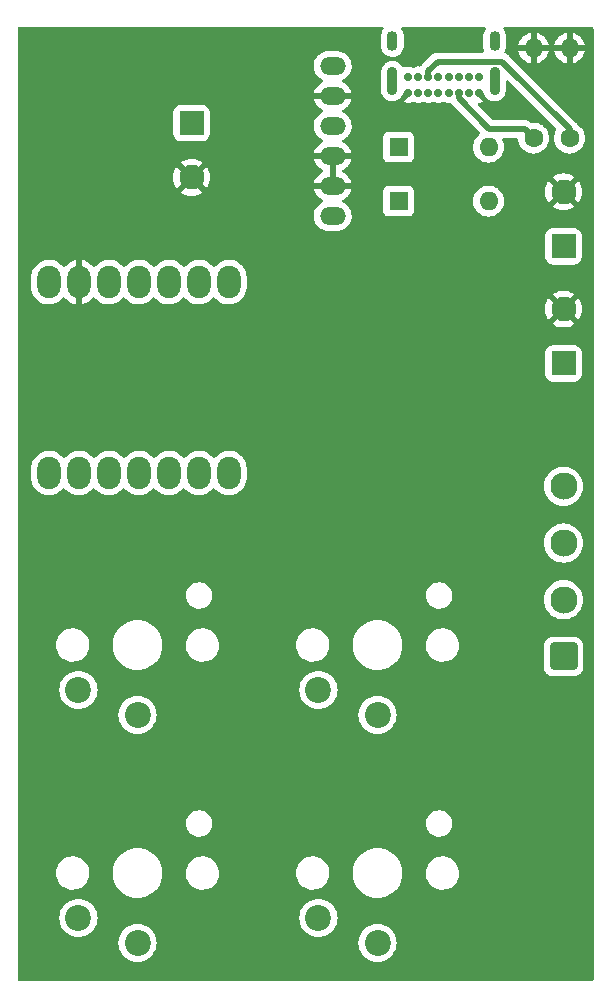
<source format=gbr>
%TF.GenerationSoftware,KiCad,Pcbnew,(6.0.1)*%
%TF.CreationDate,2022-02-21T12:46:14-05:00*%
%TF.ProjectId,InductorSchem,496e6475-6374-46f7-9253-6368656d2e6b,1*%
%TF.SameCoordinates,Original*%
%TF.FileFunction,Copper,L4,Bot*%
%TF.FilePolarity,Positive*%
%FSLAX46Y46*%
G04 Gerber Fmt 4.6, Leading zero omitted, Abs format (unit mm)*
G04 Created by KiCad (PCBNEW (6.0.1)) date 2022-02-21 12:46:14*
%MOMM*%
%LPD*%
G01*
G04 APERTURE LIST*
G04 Aperture macros list*
%AMRoundRect*
0 Rectangle with rounded corners*
0 $1 Rounding radius*
0 $2 $3 $4 $5 $6 $7 $8 $9 X,Y pos of 4 corners*
0 Add a 4 corners polygon primitive as box body*
4,1,4,$2,$3,$4,$5,$6,$7,$8,$9,$2,$3,0*
0 Add four circle primitives for the rounded corners*
1,1,$1+$1,$2,$3*
1,1,$1+$1,$4,$5*
1,1,$1+$1,$6,$7*
1,1,$1+$1,$8,$9*
0 Add four rect primitives between the rounded corners*
20,1,$1+$1,$2,$3,$4,$5,0*
20,1,$1+$1,$4,$5,$6,$7,0*
20,1,$1+$1,$6,$7,$8,$9,0*
20,1,$1+$1,$8,$9,$2,$3,0*%
G04 Aperture macros list end*
%TA.AperFunction,ComponentPad*%
%ADD10O,2.200000X1.500000*%
%TD*%
%TA.AperFunction,ComponentPad*%
%ADD11O,1.998980X2.748280*%
%TD*%
%TA.AperFunction,ComponentPad*%
%ADD12RoundRect,0.250001X0.899999X-0.899999X0.899999X0.899999X-0.899999X0.899999X-0.899999X-0.899999X0*%
%TD*%
%TA.AperFunction,ComponentPad*%
%ADD13C,2.300000*%
%TD*%
%TA.AperFunction,ComponentPad*%
%ADD14C,0.700000*%
%TD*%
%TA.AperFunction,ComponentPad*%
%ADD15O,0.900000X2.400000*%
%TD*%
%TA.AperFunction,ComponentPad*%
%ADD16O,0.900000X1.700000*%
%TD*%
%TA.AperFunction,ComponentPad*%
%ADD17R,1.600000X1.600000*%
%TD*%
%TA.AperFunction,ComponentPad*%
%ADD18O,1.600000X1.600000*%
%TD*%
%TA.AperFunction,ComponentPad*%
%ADD19RoundRect,0.250001X0.799999X-0.799999X0.799999X0.799999X-0.799999X0.799999X-0.799999X-0.799999X0*%
%TD*%
%TA.AperFunction,ComponentPad*%
%ADD20C,2.100000*%
%TD*%
%TA.AperFunction,ComponentPad*%
%ADD21C,1.600000*%
%TD*%
%TA.AperFunction,ComponentPad*%
%ADD22C,2.200000*%
%TD*%
%TA.AperFunction,ComponentPad*%
%ADD23RoundRect,0.250001X-0.799999X0.799999X-0.799999X-0.799999X0.799999X-0.799999X0.799999X0.799999X0*%
%TD*%
%TA.AperFunction,ViaPad*%
%ADD24C,2.200000*%
%TD*%
%TA.AperFunction,Conductor*%
%ADD25C,0.500000*%
%TD*%
G04 APERTURE END LIST*
D10*
%TO.P,U2,1,OUT*%
%TO.N,+5V*%
X148094000Y-58676917D03*
%TO.P,U2,2,OUT_GND*%
%TO.N,GND*%
X148094000Y-61216917D03*
%TO.P,U2,3,BAT*%
%TO.N,Net-(J2-Pad1)*%
X148094000Y-63756917D03*
%TO.P,U2,4,BAT_GND*%
%TO.N,GND*%
X148094000Y-66296917D03*
%TO.P,U2,5,VIN_GND*%
X148094000Y-68836917D03*
%TO.P,U2,6,VIN*%
%TO.N,Net-(D1-Pad1)*%
X148094000Y-71376917D03*
%TD*%
D11*
%TO.P,U1,1,PA02_A0_D0*%
%TO.N,unconnected-(U1-Pad1)*%
X124064490Y-93125290D03*
%TO.P,U1,2,PA4_A1_D1*%
%TO.N,unconnected-(U1-Pad2)*%
X126604490Y-93125290D03*
%TO.P,U1,3,PA10_A2_D2*%
%TO.N,unconnected-(U1-Pad3)*%
X129144490Y-93125290D03*
%TO.P,U1,4,PA11_A3_D3*%
%TO.N,unconnected-(U1-Pad4)*%
X131684490Y-93125290D03*
%TO.P,U1,5,PA8_A4_D4_SDA*%
%TO.N,/I2C_SDA*%
X134224490Y-93125290D03*
%TO.P,U1,6,PA9_A5_D5_SCL*%
%TO.N,/I2C_SCL*%
X136764490Y-93125290D03*
%TO.P,U1,7,PB08_A6_D6_TX*%
%TO.N,unconnected-(U1-Pad7)*%
X139304490Y-93125290D03*
%TO.P,U1,8,PB09_A7_D7_RX*%
%TO.N,unconnected-(U1-Pad8)*%
X139304490Y-76960730D03*
%TO.P,U1,9,PA7_A8_D8_SCK*%
%TO.N,unconnected-(U1-Pad9)*%
X136764490Y-76960730D03*
%TO.P,U1,10,PA5_A9_D9_MISO*%
%TO.N,unconnected-(U1-Pad10)*%
X134224490Y-76960730D03*
%TO.P,U1,11,PA6_A10_D10_MOSI*%
%TO.N,unconnected-(U1-Pad11)*%
X131684490Y-76960730D03*
%TO.P,U1,12,3V3*%
%TO.N,unconnected-(U1-Pad12)*%
X129144490Y-76960730D03*
%TO.P,U1,13,GND*%
%TO.N,GND*%
X126604490Y-76960730D03*
%TO.P,U1,14,5V*%
%TO.N,+5V*%
X124064490Y-76960730D03*
%TD*%
D12*
%TO.P,J5,1,Pin_1*%
%TO.N,/G0B4*%
X167640000Y-108660000D03*
D13*
%TO.P,J5,2,Pin_2*%
%TO.N,/G0B5*%
X167640000Y-103860000D03*
%TO.P,J5,3,Pin_3*%
%TO.N,/G0B6*%
X167640000Y-99060000D03*
%TO.P,J5,4,Pin_4*%
%TO.N,/G0B7*%
X167640000Y-94260000D03*
%TD*%
D14*
%TO.P,J1,A1,GND*%
%TO.N,GND*%
X160455000Y-60921000D03*
%TO.P,J1,A4,VBUS*%
%TO.N,Net-(D2-Pad2)*%
X159605000Y-60921000D03*
%TO.P,J1,A5,CC1*%
%TO.N,Net-(J1-PadA5)*%
X158755000Y-60921000D03*
%TO.P,J1,A6,D+*%
%TO.N,unconnected-(J1-PadA6)*%
X157905000Y-60921000D03*
%TO.P,J1,A7,D-*%
%TO.N,unconnected-(J1-PadA7)*%
X157055000Y-60921000D03*
%TO.P,J1,A8,SBU1*%
%TO.N,unconnected-(J1-PadA8)*%
X156205000Y-60921000D03*
%TO.P,J1,A9,VBUS*%
%TO.N,Net-(D2-Pad2)*%
X155355000Y-60921000D03*
%TO.P,J1,A12,GND*%
%TO.N,GND*%
X154505000Y-60921000D03*
%TO.P,J1,B1,GND*%
X154505000Y-59571000D03*
%TO.P,J1,B4,VBUS*%
%TO.N,Net-(D2-Pad2)*%
X155355000Y-59571000D03*
%TO.P,J1,B5,CC2*%
%TO.N,Net-(J1-PadB5)*%
X156205000Y-59571000D03*
%TO.P,J1,B6,D+*%
%TO.N,unconnected-(J1-PadB6)*%
X157055000Y-59571000D03*
%TO.P,J1,B7,D-*%
%TO.N,unconnected-(J1-PadB7)*%
X157905000Y-59571000D03*
%TO.P,J1,B8,SBU2*%
%TO.N,unconnected-(J1-PadB8)*%
X158755000Y-59571000D03*
%TO.P,J1,B9,VBUS*%
%TO.N,Net-(D2-Pad2)*%
X159605000Y-59571000D03*
%TO.P,J1,B12,GND*%
%TO.N,GND*%
X160455000Y-59571000D03*
D15*
%TO.P,J1,S1,SHIELD*%
%TO.N,unconnected-(J1-PadS1)*%
X153155000Y-59941000D03*
D16*
X153155000Y-56561000D03*
X161805000Y-56561000D03*
D15*
X161805000Y-59941000D03*
%TD*%
D17*
%TO.P,D1,1,K*%
%TO.N,Net-(D1-Pad1)*%
X153670000Y-70104000D03*
D18*
%TO.P,D1,2,A*%
%TO.N,Net-(D1-Pad2)*%
X161290000Y-70104000D03*
%TD*%
D19*
%TO.P,J3,1,Pin_1*%
%TO.N,Net-(D1-Pad2)*%
X167640000Y-73928000D03*
D20*
%TO.P,J3,2,Pin_2*%
%TO.N,GND*%
X167640000Y-69328000D03*
%TD*%
D21*
%TO.P,R2,1*%
%TO.N,Net-(J1-PadB5)*%
X168148000Y-64770000D03*
D18*
%TO.P,R2,2*%
%TO.N,GND*%
X168148000Y-57150000D03*
%TD*%
D17*
%TO.P,D2,1,K*%
%TO.N,Net-(D1-Pad1)*%
X153670000Y-65532000D03*
D18*
%TO.P,D2,2,A*%
%TO.N,Net-(D2-Pad2)*%
X161290000Y-65532000D03*
%TD*%
D22*
%TO.P,SW4,1,1*%
%TO.N,+5V*%
X151892000Y-132900000D03*
%TO.P,SW4,2,2*%
%TO.N,/G0B3*%
X146892000Y-130800000D03*
%TD*%
D19*
%TO.P,J4,1,Pin_1*%
%TO.N,+5V*%
X167640000Y-83848000D03*
D20*
%TO.P,J4,2,Pin_2*%
%TO.N,GND*%
X167640000Y-79248000D03*
%TD*%
D23*
%TO.P,J2,1,Pin_1*%
%TO.N,Net-(J2-Pad1)*%
X136144000Y-63500000D03*
D20*
%TO.P,J2,2,Pin_2*%
%TO.N,GND*%
X136144000Y-68100000D03*
%TD*%
D22*
%TO.P,SW3,1,1*%
%TO.N,+5V*%
X151892000Y-113596000D03*
%TO.P,SW3,2,2*%
%TO.N,/G0B2*%
X146892000Y-111496000D03*
%TD*%
%TO.P,SW1,1,1*%
%TO.N,+5V*%
X131572000Y-113596000D03*
%TO.P,SW1,2,2*%
%TO.N,/G0B0*%
X126572000Y-111496000D03*
%TD*%
%TO.P,SW2,1,1*%
%TO.N,+5V*%
X131572000Y-132900000D03*
%TO.P,SW2,2,2*%
%TO.N,/G0B1*%
X126572000Y-130800000D03*
%TD*%
D21*
%TO.P,R1,1*%
%TO.N,Net-(J1-PadA5)*%
X165100000Y-64770000D03*
D18*
%TO.P,R1,2*%
%TO.N,GND*%
X165100000Y-57150000D03*
%TD*%
D24*
%TO.N,GND*%
X164592000Y-91948000D03*
%TD*%
D25*
%TO.N,Net-(J1-PadA5)*%
X164338000Y-64008000D02*
X165100000Y-64770000D01*
X158755000Y-61415974D02*
X161347026Y-64008000D01*
X161347026Y-64008000D02*
X164338000Y-64008000D01*
X158755000Y-60921000D02*
X158755000Y-61415974D01*
%TO.N,Net-(J1-PadB5)*%
X168148000Y-64008000D02*
X168148000Y-64770000D01*
X162431480Y-58291480D02*
X168148000Y-64008000D01*
X156989546Y-58291480D02*
X162431480Y-58291480D01*
X156205000Y-59076026D02*
X156989546Y-58291480D01*
X156205000Y-59571000D02*
X156205000Y-59076026D01*
%TD*%
%TA.AperFunction,Conductor*%
%TO.N,GND*%
G36*
X152363415Y-55392002D02*
G01*
X152409908Y-55445658D01*
X152420012Y-55515932D01*
X152398507Y-55570270D01*
X152313989Y-55690975D01*
X152236655Y-55869684D01*
X152235350Y-55875931D01*
X152235349Y-55875934D01*
X152206074Y-56016069D01*
X152196835Y-56060293D01*
X152196500Y-56066685D01*
X152196500Y-57009663D01*
X152211235Y-57154727D01*
X152213144Y-57160818D01*
X152267556Y-57334451D01*
X152267558Y-57334456D01*
X152269465Y-57340541D01*
X152314340Y-57421497D01*
X152355081Y-57494994D01*
X152363870Y-57510850D01*
X152368019Y-57515691D01*
X152368022Y-57515695D01*
X152482663Y-57649448D01*
X152490591Y-57658698D01*
X152495633Y-57662609D01*
X152495634Y-57662610D01*
X152550064Y-57704830D01*
X152644453Y-57778046D01*
X152650176Y-57780862D01*
X152650179Y-57780864D01*
X152813444Y-57861200D01*
X152819171Y-57864018D01*
X152825349Y-57865627D01*
X152825351Y-57865628D01*
X153001425Y-57911492D01*
X153001428Y-57911492D01*
X153007607Y-57913102D01*
X153091597Y-57917504D01*
X153195683Y-57922959D01*
X153195687Y-57922959D01*
X153202064Y-57923293D01*
X153357413Y-57899799D01*
X153388285Y-57895130D01*
X153388286Y-57895130D01*
X153394599Y-57894175D01*
X153400585Y-57891972D01*
X153400591Y-57891971D01*
X153571360Y-57829140D01*
X153571365Y-57829138D01*
X153577346Y-57826937D01*
X153742840Y-57724326D01*
X153772525Y-57696255D01*
X153879685Y-57594919D01*
X153884322Y-57590534D01*
X153911620Y-57551549D01*
X153992346Y-57436259D01*
X153996011Y-57431025D01*
X154073345Y-57252316D01*
X154092460Y-57160818D01*
X154112176Y-57066443D01*
X154112177Y-57066438D01*
X154113165Y-57061707D01*
X154113500Y-57055315D01*
X154113500Y-56112337D01*
X154106462Y-56043049D01*
X154099410Y-55973622D01*
X154099410Y-55973621D01*
X154098765Y-55967273D01*
X154070439Y-55876884D01*
X154042444Y-55787549D01*
X154042442Y-55787544D01*
X154040535Y-55781459D01*
X153946130Y-55611150D01*
X153919429Y-55579997D01*
X153890285Y-55515257D01*
X153900769Y-55445039D01*
X153947551Y-55391635D01*
X154015098Y-55372000D01*
X160945294Y-55372000D01*
X161013415Y-55392002D01*
X161059908Y-55445658D01*
X161070012Y-55515932D01*
X161048507Y-55570270D01*
X160963989Y-55690975D01*
X160886655Y-55869684D01*
X160885350Y-55875931D01*
X160885349Y-55875934D01*
X160856074Y-56016069D01*
X160846835Y-56060293D01*
X160846500Y-56066685D01*
X160846500Y-57009663D01*
X160861235Y-57154727D01*
X160863144Y-57160818D01*
X160917556Y-57334451D01*
X160917558Y-57334456D01*
X160919465Y-57340541D01*
X160922557Y-57346119D01*
X160925075Y-57351994D01*
X160923910Y-57352493D01*
X160937964Y-57415165D01*
X160913579Y-57481842D01*
X160857017Y-57524752D01*
X160812230Y-57532980D01*
X157056616Y-57532980D01*
X157037666Y-57531547D01*
X157023431Y-57529381D01*
X157023427Y-57529381D01*
X157016197Y-57528281D01*
X157008905Y-57528874D01*
X157008902Y-57528874D01*
X156963528Y-57532565D01*
X156953313Y-57532980D01*
X156945253Y-57532980D01*
X156941619Y-57533404D01*
X156941613Y-57533404D01*
X156928588Y-57534923D01*
X156917026Y-57536271D01*
X156912678Y-57536701D01*
X156890605Y-57538496D01*
X156847208Y-57542026D01*
X156847205Y-57542027D01*
X156839910Y-57542620D01*
X156832946Y-57544876D01*
X156827007Y-57546063D01*
X156821136Y-57547450D01*
X156813865Y-57548298D01*
X156806989Y-57550794D01*
X156806980Y-57550796D01*
X156745248Y-57573205D01*
X156741144Y-57574615D01*
X156671647Y-57597128D01*
X156665392Y-57600924D01*
X156659933Y-57603423D01*
X156654485Y-57606151D01*
X156647609Y-57608647D01*
X156586556Y-57648675D01*
X156582883Y-57650993D01*
X156520439Y-57688885D01*
X156512063Y-57696282D01*
X156512039Y-57696255D01*
X156509045Y-57698910D01*
X156505814Y-57701612D01*
X156499694Y-57705624D01*
X156470497Y-57736445D01*
X156446418Y-57761863D01*
X156444040Y-57764305D01*
X155716089Y-58492256D01*
X155701677Y-58504642D01*
X155690082Y-58513175D01*
X155690077Y-58513180D01*
X155684182Y-58517518D01*
X155679443Y-58523096D01*
X155679440Y-58523099D01*
X155649965Y-58557794D01*
X155643035Y-58565310D01*
X155637340Y-58571005D01*
X155635060Y-58573887D01*
X155619719Y-58593277D01*
X155616928Y-58596681D01*
X155587221Y-58631649D01*
X155569667Y-58652311D01*
X155566598Y-58658320D01*
X155512339Y-58703744D01*
X155449635Y-58713436D01*
X155445232Y-58712500D01*
X155264768Y-58712500D01*
X155258315Y-58713872D01*
X155258311Y-58713872D01*
X155197312Y-58726838D01*
X155088248Y-58750020D01*
X154980634Y-58797933D01*
X154910270Y-58807368D01*
X154878138Y-58797934D01*
X154777628Y-58753184D01*
X154765140Y-58749127D01*
X154601636Y-58714372D01*
X154588576Y-58713000D01*
X154421424Y-58713000D01*
X154408364Y-58714372D01*
X154244863Y-58749126D01*
X154232367Y-58753186D01*
X154158074Y-58786263D01*
X154087707Y-58795697D01*
X154023410Y-58765590D01*
X153996624Y-58732242D01*
X153949225Y-58646733D01*
X153949222Y-58646728D01*
X153946130Y-58641150D01*
X153941981Y-58636309D01*
X153941978Y-58636305D01*
X153823560Y-58498145D01*
X153819409Y-58493302D01*
X153811119Y-58486871D01*
X153710522Y-58408840D01*
X153665547Y-58373954D01*
X153659824Y-58371138D01*
X153659821Y-58371136D01*
X153496556Y-58290800D01*
X153490829Y-58287982D01*
X153484651Y-58286373D01*
X153484649Y-58286372D01*
X153308575Y-58240508D01*
X153308572Y-58240508D01*
X153302393Y-58238898D01*
X153218403Y-58234496D01*
X153114317Y-58229041D01*
X153114313Y-58229041D01*
X153107936Y-58228707D01*
X152952587Y-58252201D01*
X152921715Y-58256870D01*
X152921714Y-58256870D01*
X152915401Y-58257825D01*
X152909415Y-58260028D01*
X152909409Y-58260029D01*
X152738640Y-58322860D01*
X152738635Y-58322862D01*
X152732654Y-58325063D01*
X152727232Y-58328425D01*
X152582816Y-58417967D01*
X152567160Y-58427674D01*
X152562527Y-58432055D01*
X152562526Y-58432056D01*
X152491734Y-58499000D01*
X152425678Y-58561466D01*
X152422016Y-58566696D01*
X152422015Y-58566697D01*
X152373275Y-58636305D01*
X152313989Y-58720975D01*
X152309113Y-58732242D01*
X152250815Y-58866963D01*
X152236655Y-58899684D01*
X152235350Y-58905931D01*
X152235349Y-58905934D01*
X152197923Y-59085087D01*
X152196835Y-59090293D01*
X152196500Y-59096685D01*
X152196500Y-60739663D01*
X152211235Y-60884727D01*
X152228889Y-60941061D01*
X152267556Y-61064451D01*
X152267558Y-61064456D01*
X152269465Y-61070541D01*
X152272558Y-61076120D01*
X152357531Y-61229414D01*
X152363870Y-61240850D01*
X152368019Y-61245691D01*
X152368022Y-61245695D01*
X152390660Y-61272107D01*
X152490591Y-61388698D01*
X152644453Y-61508046D01*
X152650176Y-61510862D01*
X152650179Y-61510864D01*
X152755126Y-61562504D01*
X152819171Y-61594018D01*
X152825349Y-61595627D01*
X152825351Y-61595628D01*
X153001425Y-61641492D01*
X153001428Y-61641492D01*
X153007607Y-61643102D01*
X153091597Y-61647504D01*
X153195683Y-61652959D01*
X153195687Y-61652959D01*
X153202064Y-61653293D01*
X153357413Y-61629799D01*
X153388285Y-61625130D01*
X153388286Y-61625130D01*
X153394599Y-61624175D01*
X153400585Y-61621972D01*
X153400591Y-61621971D01*
X153571360Y-61559140D01*
X153571365Y-61559138D01*
X153577346Y-61556937D01*
X153687670Y-61488533D01*
X153737418Y-61457688D01*
X153737419Y-61457687D01*
X153742840Y-61454326D01*
X153817362Y-61383855D01*
X153879685Y-61324919D01*
X153884322Y-61320534D01*
X153996011Y-61161025D01*
X154055310Y-61023992D01*
X154081851Y-60984939D01*
X154280809Y-60785981D01*
X154343121Y-60751955D01*
X154413936Y-60757020D01*
X154470772Y-60799567D01*
X154495583Y-60866087D01*
X154495214Y-60888242D01*
X154491771Y-60921000D01*
X154510635Y-61100475D01*
X154528404Y-61155162D01*
X154529471Y-61158446D01*
X154531498Y-61229414D01*
X154498733Y-61286477D01*
X154116500Y-61668710D01*
X154109740Y-61681090D01*
X154113251Y-61685780D01*
X154232372Y-61738816D01*
X154244860Y-61742873D01*
X154408364Y-61777628D01*
X154421424Y-61779000D01*
X154588576Y-61779000D01*
X154601636Y-61777628D01*
X154765137Y-61742874D01*
X154777629Y-61738815D01*
X154878135Y-61694067D01*
X154948502Y-61684633D01*
X154980633Y-61694067D01*
X155082217Y-61739295D01*
X155088248Y-61741980D01*
X155176508Y-61760740D01*
X155258311Y-61778128D01*
X155258315Y-61778128D01*
X155264768Y-61779500D01*
X155445232Y-61779500D01*
X155451685Y-61778128D01*
X155451689Y-61778128D01*
X155533492Y-61760740D01*
X155621752Y-61741980D01*
X155627783Y-61739295D01*
X155728751Y-61694341D01*
X155799118Y-61684907D01*
X155831249Y-61694341D01*
X155932217Y-61739295D01*
X155938248Y-61741980D01*
X156026508Y-61760740D01*
X156108311Y-61778128D01*
X156108315Y-61778128D01*
X156114768Y-61779500D01*
X156295232Y-61779500D01*
X156301685Y-61778128D01*
X156301689Y-61778128D01*
X156383492Y-61760740D01*
X156471752Y-61741980D01*
X156477783Y-61739295D01*
X156578751Y-61694341D01*
X156649118Y-61684907D01*
X156681249Y-61694341D01*
X156782217Y-61739295D01*
X156788248Y-61741980D01*
X156876508Y-61760740D01*
X156958311Y-61778128D01*
X156958315Y-61778128D01*
X156964768Y-61779500D01*
X157145232Y-61779500D01*
X157151685Y-61778128D01*
X157151689Y-61778128D01*
X157233492Y-61760740D01*
X157321752Y-61741980D01*
X157327783Y-61739295D01*
X157428751Y-61694341D01*
X157499118Y-61684907D01*
X157531249Y-61694341D01*
X157632217Y-61739295D01*
X157638248Y-61741980D01*
X157726508Y-61760740D01*
X157808311Y-61778128D01*
X157808315Y-61778128D01*
X157814768Y-61779500D01*
X157995232Y-61779500D01*
X158001686Y-61778128D01*
X158002916Y-61777999D01*
X158072754Y-61790773D01*
X158123801Y-61837943D01*
X158152405Y-61885081D01*
X158156121Y-61889289D01*
X158156122Y-61889290D01*
X158159803Y-61893458D01*
X158159776Y-61893482D01*
X158162429Y-61896474D01*
X158165132Y-61899707D01*
X158169144Y-61905826D01*
X158174456Y-61910858D01*
X158225383Y-61959102D01*
X158227825Y-61961480D01*
X160543288Y-64276943D01*
X160577314Y-64339255D01*
X160572249Y-64410070D01*
X160526463Y-64469251D01*
X160450216Y-64522639D01*
X160450210Y-64522644D01*
X160445700Y-64525802D01*
X160283802Y-64687700D01*
X160280645Y-64692208D01*
X160280643Y-64692211D01*
X160233437Y-64759629D01*
X160152477Y-64875251D01*
X160150154Y-64880233D01*
X160150151Y-64880238D01*
X160072144Y-65047526D01*
X160055716Y-65082757D01*
X160054294Y-65088065D01*
X160054293Y-65088067D01*
X160020567Y-65213933D01*
X159996457Y-65303913D01*
X159976502Y-65532000D01*
X159996457Y-65760087D01*
X159997881Y-65765400D01*
X159997881Y-65765402D01*
X160035963Y-65907523D01*
X160055716Y-65981243D01*
X160058039Y-65986224D01*
X160058039Y-65986225D01*
X160150151Y-66183762D01*
X160150154Y-66183767D01*
X160152477Y-66188749D01*
X160283802Y-66376300D01*
X160445700Y-66538198D01*
X160450208Y-66541355D01*
X160450211Y-66541357D01*
X160489735Y-66569032D01*
X160633251Y-66669523D01*
X160638233Y-66671846D01*
X160638238Y-66671849D01*
X160835775Y-66763961D01*
X160840757Y-66766284D01*
X160846065Y-66767706D01*
X160846067Y-66767707D01*
X161056598Y-66824119D01*
X161056600Y-66824119D01*
X161061913Y-66825543D01*
X161290000Y-66845498D01*
X161518087Y-66825543D01*
X161523400Y-66824119D01*
X161523402Y-66824119D01*
X161733933Y-66767707D01*
X161733935Y-66767706D01*
X161739243Y-66766284D01*
X161744225Y-66763961D01*
X161941762Y-66671849D01*
X161941767Y-66671846D01*
X161946749Y-66669523D01*
X162090265Y-66569032D01*
X162129789Y-66541357D01*
X162129792Y-66541355D01*
X162134300Y-66538198D01*
X162296198Y-66376300D01*
X162427523Y-66188749D01*
X162429846Y-66183767D01*
X162429849Y-66183762D01*
X162521961Y-65986225D01*
X162521961Y-65986224D01*
X162524284Y-65981243D01*
X162544038Y-65907523D01*
X162582119Y-65765402D01*
X162582119Y-65765400D01*
X162583543Y-65760087D01*
X162603498Y-65532000D01*
X162583543Y-65303913D01*
X162559433Y-65213933D01*
X162525707Y-65088067D01*
X162525706Y-65088065D01*
X162524284Y-65082757D01*
X162506973Y-65045632D01*
X162460397Y-64945750D01*
X162449736Y-64875558D01*
X162478716Y-64810745D01*
X162538136Y-64771889D01*
X162574592Y-64766500D01*
X163670738Y-64766500D01*
X163738859Y-64786502D01*
X163785352Y-64840158D01*
X163796258Y-64881517D01*
X163797815Y-64899305D01*
X163805977Y-64992606D01*
X163805978Y-64992611D01*
X163806457Y-64998087D01*
X163807881Y-65003400D01*
X163807881Y-65003402D01*
X163862520Y-65207314D01*
X163865716Y-65219243D01*
X163868039Y-65224224D01*
X163868039Y-65224225D01*
X163960151Y-65421762D01*
X163960154Y-65421767D01*
X163962477Y-65426749D01*
X164093802Y-65614300D01*
X164255700Y-65776198D01*
X164260208Y-65779355D01*
X164260211Y-65779357D01*
X164310669Y-65814688D01*
X164443251Y-65907523D01*
X164448233Y-65909846D01*
X164448238Y-65909849D01*
X164601345Y-65981243D01*
X164650757Y-66004284D01*
X164656065Y-66005706D01*
X164656067Y-66005707D01*
X164866598Y-66062119D01*
X164866600Y-66062119D01*
X164871913Y-66063543D01*
X165100000Y-66083498D01*
X165328087Y-66063543D01*
X165333400Y-66062119D01*
X165333402Y-66062119D01*
X165543933Y-66005707D01*
X165543935Y-66005706D01*
X165549243Y-66004284D01*
X165598655Y-65981243D01*
X165751762Y-65909849D01*
X165751767Y-65909846D01*
X165756749Y-65907523D01*
X165889331Y-65814688D01*
X165939789Y-65779357D01*
X165939792Y-65779355D01*
X165944300Y-65776198D01*
X166106198Y-65614300D01*
X166237523Y-65426749D01*
X166239846Y-65421767D01*
X166239849Y-65421762D01*
X166331961Y-65224225D01*
X166331961Y-65224224D01*
X166334284Y-65219243D01*
X166337481Y-65207314D01*
X166392119Y-65003402D01*
X166392119Y-65003400D01*
X166393543Y-64998087D01*
X166413498Y-64770000D01*
X166393543Y-64541913D01*
X166368385Y-64448022D01*
X166335707Y-64326067D01*
X166335706Y-64326065D01*
X166334284Y-64320757D01*
X166314455Y-64278233D01*
X166239849Y-64118238D01*
X166239846Y-64118233D01*
X166237523Y-64113251D01*
X166117266Y-63941506D01*
X166109357Y-63930211D01*
X166109355Y-63930208D01*
X166106198Y-63925700D01*
X165944300Y-63763802D01*
X165939792Y-63760645D01*
X165939789Y-63760643D01*
X165861611Y-63705902D01*
X165756749Y-63632477D01*
X165751767Y-63630154D01*
X165751762Y-63630151D01*
X165554225Y-63538039D01*
X165554224Y-63538039D01*
X165549243Y-63535716D01*
X165543935Y-63534294D01*
X165543933Y-63534293D01*
X165333402Y-63477881D01*
X165333400Y-63477881D01*
X165328087Y-63476457D01*
X165100000Y-63456502D01*
X164936410Y-63470814D01*
X164866807Y-63456825D01*
X164843061Y-63440380D01*
X164843021Y-63440340D01*
X164840155Y-63438072D01*
X164840142Y-63438061D01*
X164820749Y-63422719D01*
X164817345Y-63419928D01*
X164767297Y-63377409D01*
X164767295Y-63377408D01*
X164761715Y-63372667D01*
X164755199Y-63369339D01*
X164750150Y-63365972D01*
X164745021Y-63362805D01*
X164739284Y-63358266D01*
X164673125Y-63327345D01*
X164669225Y-63325439D01*
X164604192Y-63292231D01*
X164597084Y-63290492D01*
X164591441Y-63288393D01*
X164585678Y-63286476D01*
X164579050Y-63283378D01*
X164560320Y-63279482D01*
X164507588Y-63268514D01*
X164503299Y-63267543D01*
X164432390Y-63250192D01*
X164426788Y-63249844D01*
X164426785Y-63249844D01*
X164421236Y-63249500D01*
X164421238Y-63249464D01*
X164417245Y-63249225D01*
X164413053Y-63248851D01*
X164405885Y-63247360D01*
X164339675Y-63249151D01*
X164328479Y-63249454D01*
X164325072Y-63249500D01*
X161713397Y-63249500D01*
X161645276Y-63229498D01*
X161624302Y-63212595D01*
X160405802Y-61994095D01*
X160371776Y-61931783D01*
X160376841Y-61860968D01*
X160419388Y-61804132D01*
X160485908Y-61779321D01*
X160494897Y-61779000D01*
X160538576Y-61779000D01*
X160551636Y-61777628D01*
X160715140Y-61742873D01*
X160727628Y-61738816D01*
X160839763Y-61688890D01*
X160850507Y-61679758D01*
X160848910Y-61674120D01*
X160461267Y-61286477D01*
X160427241Y-61224165D01*
X160430529Y-61158446D01*
X160431596Y-61155162D01*
X160449365Y-61100475D01*
X160468229Y-60921000D01*
X160464786Y-60888247D01*
X160477557Y-60818410D01*
X160526058Y-60766563D01*
X160594891Y-60749167D01*
X160662201Y-60771747D01*
X160679191Y-60785981D01*
X160877367Y-60984157D01*
X160908506Y-61035573D01*
X160917555Y-61064449D01*
X160917558Y-61064457D01*
X160919465Y-61070541D01*
X160922555Y-61076115D01*
X160922556Y-61076118D01*
X161007531Y-61229414D01*
X161013870Y-61240850D01*
X161018019Y-61245691D01*
X161018022Y-61245695D01*
X161040660Y-61272107D01*
X161140591Y-61388698D01*
X161294453Y-61508046D01*
X161300176Y-61510862D01*
X161300179Y-61510864D01*
X161405126Y-61562504D01*
X161469171Y-61594018D01*
X161475349Y-61595627D01*
X161475351Y-61595628D01*
X161651425Y-61641492D01*
X161651428Y-61641492D01*
X161657607Y-61643102D01*
X161741597Y-61647504D01*
X161845683Y-61652959D01*
X161845687Y-61652959D01*
X161852064Y-61653293D01*
X162007413Y-61629799D01*
X162038285Y-61625130D01*
X162038286Y-61625130D01*
X162044599Y-61624175D01*
X162050585Y-61621972D01*
X162050591Y-61621971D01*
X162221360Y-61559140D01*
X162221365Y-61559138D01*
X162227346Y-61556937D01*
X162337670Y-61488533D01*
X162387418Y-61457688D01*
X162387419Y-61457687D01*
X162392840Y-61454326D01*
X162467362Y-61383855D01*
X162529685Y-61324919D01*
X162534322Y-61320534D01*
X162646011Y-61161025D01*
X162682753Y-61076120D01*
X162720810Y-60988175D01*
X162720811Y-60988171D01*
X162723345Y-60982316D01*
X162728135Y-60959387D01*
X162762176Y-60796443D01*
X162762177Y-60796438D01*
X162763165Y-60791707D01*
X162763500Y-60785315D01*
X162763500Y-60000371D01*
X162783502Y-59932250D01*
X162837158Y-59885757D01*
X162907432Y-59875653D01*
X162972012Y-59905147D01*
X162978595Y-59911276D01*
X167005767Y-63938448D01*
X167039793Y-64000760D01*
X167034728Y-64071575D01*
X167019888Y-64099810D01*
X167013634Y-64108742D01*
X167013633Y-64108744D01*
X167010477Y-64113251D01*
X167008154Y-64118233D01*
X167008151Y-64118238D01*
X166933545Y-64278233D01*
X166913716Y-64320757D01*
X166912294Y-64326065D01*
X166912293Y-64326067D01*
X166879615Y-64448022D01*
X166854457Y-64541913D01*
X166834502Y-64770000D01*
X166854457Y-64998087D01*
X166855881Y-65003400D01*
X166855881Y-65003402D01*
X166910520Y-65207314D01*
X166913716Y-65219243D01*
X166916039Y-65224224D01*
X166916039Y-65224225D01*
X167008151Y-65421762D01*
X167008154Y-65421767D01*
X167010477Y-65426749D01*
X167141802Y-65614300D01*
X167303700Y-65776198D01*
X167308208Y-65779355D01*
X167308211Y-65779357D01*
X167358669Y-65814688D01*
X167491251Y-65907523D01*
X167496233Y-65909846D01*
X167496238Y-65909849D01*
X167649345Y-65981243D01*
X167698757Y-66004284D01*
X167704065Y-66005706D01*
X167704067Y-66005707D01*
X167914598Y-66062119D01*
X167914600Y-66062119D01*
X167919913Y-66063543D01*
X168148000Y-66083498D01*
X168376087Y-66063543D01*
X168381400Y-66062119D01*
X168381402Y-66062119D01*
X168591933Y-66005707D01*
X168591935Y-66005706D01*
X168597243Y-66004284D01*
X168646655Y-65981243D01*
X168799762Y-65909849D01*
X168799767Y-65909846D01*
X168804749Y-65907523D01*
X168937331Y-65814688D01*
X168987789Y-65779357D01*
X168987792Y-65779355D01*
X168992300Y-65776198D01*
X169154198Y-65614300D01*
X169285523Y-65426749D01*
X169287846Y-65421767D01*
X169287849Y-65421762D01*
X169379961Y-65224225D01*
X169379961Y-65224224D01*
X169382284Y-65219243D01*
X169385481Y-65207314D01*
X169440119Y-65003402D01*
X169440119Y-65003400D01*
X169441543Y-64998087D01*
X169461498Y-64770000D01*
X169441543Y-64541913D01*
X169416385Y-64448022D01*
X169383707Y-64326067D01*
X169383706Y-64326065D01*
X169382284Y-64320757D01*
X169362455Y-64278233D01*
X169287849Y-64118238D01*
X169287846Y-64118233D01*
X169285523Y-64113251D01*
X169165266Y-63941506D01*
X169157357Y-63930211D01*
X169157355Y-63930208D01*
X169154198Y-63925700D01*
X168992300Y-63763802D01*
X168987792Y-63760645D01*
X168987789Y-63760643D01*
X168832090Y-63651622D01*
X168798989Y-63617494D01*
X168790814Y-63605025D01*
X168788467Y-63601305D01*
X168770884Y-63572328D01*
X168750595Y-63538893D01*
X168743197Y-63530516D01*
X168743224Y-63530492D01*
X168740571Y-63527500D01*
X168737868Y-63524267D01*
X168733856Y-63518148D01*
X168677617Y-63464872D01*
X168675175Y-63462494D01*
X163015250Y-57802569D01*
X163002864Y-57788157D01*
X162994331Y-57776562D01*
X162994326Y-57776557D01*
X162989988Y-57770662D01*
X162984410Y-57765923D01*
X162984407Y-57765920D01*
X162949712Y-57736445D01*
X162942196Y-57729515D01*
X162936501Y-57723820D01*
X162920216Y-57710936D01*
X162914229Y-57706199D01*
X162910825Y-57703408D01*
X162860777Y-57660889D01*
X162860775Y-57660888D01*
X162855195Y-57656147D01*
X162848676Y-57652818D01*
X162843623Y-57649448D01*
X162838502Y-57646286D01*
X162832764Y-57641746D01*
X162766605Y-57610825D01*
X162762705Y-57608919D01*
X162709367Y-57581683D01*
X162657794Y-57532889D01*
X162640788Y-57463959D01*
X162651031Y-57419426D01*
X162652288Y-57416522D01*
X163817273Y-57416522D01*
X163864764Y-57593761D01*
X163868510Y-57604053D01*
X163960586Y-57801511D01*
X163966069Y-57811007D01*
X164091028Y-57989467D01*
X164098084Y-57997875D01*
X164252125Y-58151916D01*
X164260533Y-58158972D01*
X164438993Y-58283931D01*
X164448489Y-58289414D01*
X164645947Y-58381490D01*
X164656239Y-58385236D01*
X164828503Y-58431394D01*
X164842599Y-58431058D01*
X164846000Y-58423116D01*
X164846000Y-58417967D01*
X165354000Y-58417967D01*
X165357973Y-58431498D01*
X165366522Y-58432727D01*
X165543761Y-58385236D01*
X165554053Y-58381490D01*
X165751511Y-58289414D01*
X165761007Y-58283931D01*
X165939467Y-58158972D01*
X165947875Y-58151916D01*
X166101916Y-57997875D01*
X166108972Y-57989467D01*
X166233931Y-57811007D01*
X166239414Y-57801511D01*
X166331490Y-57604053D01*
X166335236Y-57593761D01*
X166381394Y-57421497D01*
X166381275Y-57416522D01*
X166865273Y-57416522D01*
X166912764Y-57593761D01*
X166916510Y-57604053D01*
X167008586Y-57801511D01*
X167014069Y-57811007D01*
X167139028Y-57989467D01*
X167146084Y-57997875D01*
X167300125Y-58151916D01*
X167308533Y-58158972D01*
X167486993Y-58283931D01*
X167496489Y-58289414D01*
X167693947Y-58381490D01*
X167704239Y-58385236D01*
X167876503Y-58431394D01*
X167890599Y-58431058D01*
X167894000Y-58423116D01*
X167894000Y-58417967D01*
X168402000Y-58417967D01*
X168405973Y-58431498D01*
X168414522Y-58432727D01*
X168591761Y-58385236D01*
X168602053Y-58381490D01*
X168799511Y-58289414D01*
X168809007Y-58283931D01*
X168987467Y-58158972D01*
X168995875Y-58151916D01*
X169149916Y-57997875D01*
X169156972Y-57989467D01*
X169281931Y-57811007D01*
X169287414Y-57801511D01*
X169379490Y-57604053D01*
X169383236Y-57593761D01*
X169429394Y-57421497D01*
X169429058Y-57407401D01*
X169421116Y-57404000D01*
X168420115Y-57404000D01*
X168404876Y-57408475D01*
X168403671Y-57409865D01*
X168402000Y-57417548D01*
X168402000Y-58417967D01*
X167894000Y-58417967D01*
X167894000Y-57422115D01*
X167889525Y-57406876D01*
X167888135Y-57405671D01*
X167880452Y-57404000D01*
X166880033Y-57404000D01*
X166866502Y-57407973D01*
X166865273Y-57416522D01*
X166381275Y-57416522D01*
X166381058Y-57407401D01*
X166373116Y-57404000D01*
X165372115Y-57404000D01*
X165356876Y-57408475D01*
X165355671Y-57409865D01*
X165354000Y-57417548D01*
X165354000Y-58417967D01*
X164846000Y-58417967D01*
X164846000Y-57422115D01*
X164841525Y-57406876D01*
X164840135Y-57405671D01*
X164832452Y-57404000D01*
X163832033Y-57404000D01*
X163818502Y-57407973D01*
X163817273Y-57416522D01*
X162652288Y-57416522D01*
X162720810Y-57258175D01*
X162720811Y-57258171D01*
X162723345Y-57252316D01*
X162742460Y-57160818D01*
X162762176Y-57066443D01*
X162762177Y-57066438D01*
X162763165Y-57061707D01*
X162763500Y-57055315D01*
X162763500Y-56878503D01*
X163818606Y-56878503D01*
X163818942Y-56892599D01*
X163826884Y-56896000D01*
X164827885Y-56896000D01*
X164843124Y-56891525D01*
X164844329Y-56890135D01*
X164846000Y-56882452D01*
X164846000Y-56877885D01*
X165354000Y-56877885D01*
X165358475Y-56893124D01*
X165359865Y-56894329D01*
X165367548Y-56896000D01*
X166367967Y-56896000D01*
X166381498Y-56892027D01*
X166382727Y-56883478D01*
X166381394Y-56878503D01*
X166866606Y-56878503D01*
X166866942Y-56892599D01*
X166874884Y-56896000D01*
X167875885Y-56896000D01*
X167891124Y-56891525D01*
X167892329Y-56890135D01*
X167894000Y-56882452D01*
X167894000Y-56877885D01*
X168402000Y-56877885D01*
X168406475Y-56893124D01*
X168407865Y-56894329D01*
X168415548Y-56896000D01*
X169415967Y-56896000D01*
X169429498Y-56892027D01*
X169430727Y-56883478D01*
X169383236Y-56706239D01*
X169379490Y-56695947D01*
X169287414Y-56498489D01*
X169281931Y-56488993D01*
X169156972Y-56310533D01*
X169149916Y-56302125D01*
X168995875Y-56148084D01*
X168987467Y-56141028D01*
X168809007Y-56016069D01*
X168799511Y-56010586D01*
X168602053Y-55918510D01*
X168591761Y-55914764D01*
X168419497Y-55868606D01*
X168405401Y-55868942D01*
X168402000Y-55876884D01*
X168402000Y-56877885D01*
X167894000Y-56877885D01*
X167894000Y-55882033D01*
X167890027Y-55868502D01*
X167881478Y-55867273D01*
X167704239Y-55914764D01*
X167693947Y-55918510D01*
X167496489Y-56010586D01*
X167486993Y-56016069D01*
X167308533Y-56141028D01*
X167300125Y-56148084D01*
X167146084Y-56302125D01*
X167139028Y-56310533D01*
X167014069Y-56488993D01*
X167008586Y-56498489D01*
X166916510Y-56695947D01*
X166912764Y-56706239D01*
X166866606Y-56878503D01*
X166381394Y-56878503D01*
X166335236Y-56706239D01*
X166331490Y-56695947D01*
X166239414Y-56498489D01*
X166233931Y-56488993D01*
X166108972Y-56310533D01*
X166101916Y-56302125D01*
X165947875Y-56148084D01*
X165939467Y-56141028D01*
X165761007Y-56016069D01*
X165751511Y-56010586D01*
X165554053Y-55918510D01*
X165543761Y-55914764D01*
X165371497Y-55868606D01*
X165357401Y-55868942D01*
X165354000Y-55876884D01*
X165354000Y-56877885D01*
X164846000Y-56877885D01*
X164846000Y-55882033D01*
X164842027Y-55868502D01*
X164833478Y-55867273D01*
X164656239Y-55914764D01*
X164645947Y-55918510D01*
X164448489Y-56010586D01*
X164438993Y-56016069D01*
X164260533Y-56141028D01*
X164252125Y-56148084D01*
X164098084Y-56302125D01*
X164091028Y-56310533D01*
X163966069Y-56488993D01*
X163960586Y-56498489D01*
X163868510Y-56695947D01*
X163864764Y-56706239D01*
X163818606Y-56878503D01*
X162763500Y-56878503D01*
X162763500Y-56112337D01*
X162756462Y-56043049D01*
X162749410Y-55973622D01*
X162749410Y-55973621D01*
X162748765Y-55967273D01*
X162720439Y-55876884D01*
X162692444Y-55787549D01*
X162692442Y-55787544D01*
X162690535Y-55781459D01*
X162596130Y-55611150D01*
X162569429Y-55579997D01*
X162540285Y-55515257D01*
X162550769Y-55445039D01*
X162597551Y-55391635D01*
X162665098Y-55372000D01*
X170054000Y-55372000D01*
X170122121Y-55392002D01*
X170168614Y-55445658D01*
X170180000Y-55498000D01*
X170180000Y-136018000D01*
X170159998Y-136086121D01*
X170106342Y-136132614D01*
X170054000Y-136144000D01*
X121538000Y-136144000D01*
X121469879Y-136123998D01*
X121423386Y-136070342D01*
X121412000Y-136018000D01*
X121412000Y-132900000D01*
X129958526Y-132900000D01*
X129978391Y-133152403D01*
X130037495Y-133398591D01*
X130134384Y-133632502D01*
X130266672Y-133848376D01*
X130431102Y-134040898D01*
X130623624Y-134205328D01*
X130839498Y-134337616D01*
X130844068Y-134339509D01*
X130844072Y-134339511D01*
X131068836Y-134432611D01*
X131073409Y-134434505D01*
X131158032Y-134454821D01*
X131314784Y-134492454D01*
X131314790Y-134492455D01*
X131319597Y-134493609D01*
X131572000Y-134513474D01*
X131824403Y-134493609D01*
X131829210Y-134492455D01*
X131829216Y-134492454D01*
X131985968Y-134454821D01*
X132070591Y-134434505D01*
X132075164Y-134432611D01*
X132299928Y-134339511D01*
X132299932Y-134339509D01*
X132304502Y-134337616D01*
X132520376Y-134205328D01*
X132712898Y-134040898D01*
X132877328Y-133848376D01*
X133009616Y-133632502D01*
X133106505Y-133398591D01*
X133165609Y-133152403D01*
X133185474Y-132900000D01*
X150278526Y-132900000D01*
X150298391Y-133152403D01*
X150357495Y-133398591D01*
X150454384Y-133632502D01*
X150586672Y-133848376D01*
X150751102Y-134040898D01*
X150943624Y-134205328D01*
X151159498Y-134337616D01*
X151164068Y-134339509D01*
X151164072Y-134339511D01*
X151388836Y-134432611D01*
X151393409Y-134434505D01*
X151478032Y-134454821D01*
X151634784Y-134492454D01*
X151634790Y-134492455D01*
X151639597Y-134493609D01*
X151892000Y-134513474D01*
X152144403Y-134493609D01*
X152149210Y-134492455D01*
X152149216Y-134492454D01*
X152305968Y-134454821D01*
X152390591Y-134434505D01*
X152395164Y-134432611D01*
X152619928Y-134339511D01*
X152619932Y-134339509D01*
X152624502Y-134337616D01*
X152840376Y-134205328D01*
X153032898Y-134040898D01*
X153197328Y-133848376D01*
X153329616Y-133632502D01*
X153426505Y-133398591D01*
X153485609Y-133152403D01*
X153505474Y-132900000D01*
X153485609Y-132647597D01*
X153426505Y-132401409D01*
X153399271Y-132335660D01*
X153331511Y-132172072D01*
X153331509Y-132172068D01*
X153329616Y-132167498D01*
X153197328Y-131951624D01*
X153032898Y-131759102D01*
X152840376Y-131594672D01*
X152624502Y-131462384D01*
X152619932Y-131460491D01*
X152619928Y-131460489D01*
X152395164Y-131367389D01*
X152395162Y-131367388D01*
X152390591Y-131365495D01*
X152305968Y-131345179D01*
X152149216Y-131307546D01*
X152149210Y-131307545D01*
X152144403Y-131306391D01*
X151892000Y-131286526D01*
X151639597Y-131306391D01*
X151634790Y-131307545D01*
X151634784Y-131307546D01*
X151478032Y-131345179D01*
X151393409Y-131365495D01*
X151388838Y-131367388D01*
X151388836Y-131367389D01*
X151164072Y-131460489D01*
X151164068Y-131460491D01*
X151159498Y-131462384D01*
X150943624Y-131594672D01*
X150751102Y-131759102D01*
X150586672Y-131951624D01*
X150454384Y-132167498D01*
X150452491Y-132172068D01*
X150452489Y-132172072D01*
X150384729Y-132335660D01*
X150357495Y-132401409D01*
X150298391Y-132647597D01*
X150278526Y-132900000D01*
X133185474Y-132900000D01*
X133165609Y-132647597D01*
X133106505Y-132401409D01*
X133079271Y-132335660D01*
X133011511Y-132172072D01*
X133011509Y-132172068D01*
X133009616Y-132167498D01*
X132877328Y-131951624D01*
X132712898Y-131759102D01*
X132520376Y-131594672D01*
X132304502Y-131462384D01*
X132299932Y-131460491D01*
X132299928Y-131460489D01*
X132075164Y-131367389D01*
X132075162Y-131367388D01*
X132070591Y-131365495D01*
X131985968Y-131345179D01*
X131829216Y-131307546D01*
X131829210Y-131307545D01*
X131824403Y-131306391D01*
X131572000Y-131286526D01*
X131319597Y-131306391D01*
X131314790Y-131307545D01*
X131314784Y-131307546D01*
X131158032Y-131345179D01*
X131073409Y-131365495D01*
X131068838Y-131367388D01*
X131068836Y-131367389D01*
X130844072Y-131460489D01*
X130844068Y-131460491D01*
X130839498Y-131462384D01*
X130623624Y-131594672D01*
X130431102Y-131759102D01*
X130266672Y-131951624D01*
X130134384Y-132167498D01*
X130132491Y-132172068D01*
X130132489Y-132172072D01*
X130064729Y-132335660D01*
X130037495Y-132401409D01*
X129978391Y-132647597D01*
X129958526Y-132900000D01*
X121412000Y-132900000D01*
X121412000Y-130800000D01*
X124958526Y-130800000D01*
X124978391Y-131052403D01*
X125037495Y-131298591D01*
X125039388Y-131303162D01*
X125039389Y-131303164D01*
X125065208Y-131365495D01*
X125134384Y-131532502D01*
X125266672Y-131748376D01*
X125431102Y-131940898D01*
X125623624Y-132105328D01*
X125839498Y-132237616D01*
X125844068Y-132239509D01*
X125844072Y-132239511D01*
X126068836Y-132332611D01*
X126073409Y-132334505D01*
X126158032Y-132354821D01*
X126314784Y-132392454D01*
X126314790Y-132392455D01*
X126319597Y-132393609D01*
X126572000Y-132413474D01*
X126824403Y-132393609D01*
X126829210Y-132392455D01*
X126829216Y-132392454D01*
X126985968Y-132354821D01*
X127070591Y-132334505D01*
X127075164Y-132332611D01*
X127299928Y-132239511D01*
X127299932Y-132239509D01*
X127304502Y-132237616D01*
X127520376Y-132105328D01*
X127712898Y-131940898D01*
X127877328Y-131748376D01*
X128009616Y-131532502D01*
X128078793Y-131365495D01*
X128104611Y-131303164D01*
X128104612Y-131303162D01*
X128106505Y-131298591D01*
X128165609Y-131052403D01*
X128185474Y-130800000D01*
X145278526Y-130800000D01*
X145298391Y-131052403D01*
X145357495Y-131298591D01*
X145359388Y-131303162D01*
X145359389Y-131303164D01*
X145385208Y-131365495D01*
X145454384Y-131532502D01*
X145586672Y-131748376D01*
X145751102Y-131940898D01*
X145943624Y-132105328D01*
X146159498Y-132237616D01*
X146164068Y-132239509D01*
X146164072Y-132239511D01*
X146388836Y-132332611D01*
X146393409Y-132334505D01*
X146478032Y-132354821D01*
X146634784Y-132392454D01*
X146634790Y-132392455D01*
X146639597Y-132393609D01*
X146892000Y-132413474D01*
X147144403Y-132393609D01*
X147149210Y-132392455D01*
X147149216Y-132392454D01*
X147305968Y-132354821D01*
X147390591Y-132334505D01*
X147395164Y-132332611D01*
X147619928Y-132239511D01*
X147619932Y-132239509D01*
X147624502Y-132237616D01*
X147840376Y-132105328D01*
X148032898Y-131940898D01*
X148197328Y-131748376D01*
X148329616Y-131532502D01*
X148398793Y-131365495D01*
X148424611Y-131303164D01*
X148424612Y-131303162D01*
X148426505Y-131298591D01*
X148485609Y-131052403D01*
X148505474Y-130800000D01*
X148485609Y-130547597D01*
X148426505Y-130301409D01*
X148329616Y-130067498D01*
X148197328Y-129851624D01*
X148032898Y-129659102D01*
X147840376Y-129494672D01*
X147624502Y-129362384D01*
X147619932Y-129360491D01*
X147619928Y-129360489D01*
X147395164Y-129267389D01*
X147395162Y-129267388D01*
X147390591Y-129265495D01*
X147305968Y-129245179D01*
X147149216Y-129207546D01*
X147149210Y-129207545D01*
X147144403Y-129206391D01*
X146892000Y-129186526D01*
X146639597Y-129206391D01*
X146634790Y-129207545D01*
X146634784Y-129207546D01*
X146478032Y-129245179D01*
X146393409Y-129265495D01*
X146388838Y-129267388D01*
X146388836Y-129267389D01*
X146164072Y-129360489D01*
X146164068Y-129360491D01*
X146159498Y-129362384D01*
X145943624Y-129494672D01*
X145751102Y-129659102D01*
X145586672Y-129851624D01*
X145454384Y-130067498D01*
X145357495Y-130301409D01*
X145298391Y-130547597D01*
X145278526Y-130800000D01*
X128185474Y-130800000D01*
X128165609Y-130547597D01*
X128106505Y-130301409D01*
X128009616Y-130067498D01*
X127877328Y-129851624D01*
X127712898Y-129659102D01*
X127520376Y-129494672D01*
X127304502Y-129362384D01*
X127299932Y-129360491D01*
X127299928Y-129360489D01*
X127075164Y-129267389D01*
X127075162Y-129267388D01*
X127070591Y-129265495D01*
X126985968Y-129245179D01*
X126829216Y-129207546D01*
X126829210Y-129207545D01*
X126824403Y-129206391D01*
X126572000Y-129186526D01*
X126319597Y-129206391D01*
X126314790Y-129207545D01*
X126314784Y-129207546D01*
X126158032Y-129245179D01*
X126073409Y-129265495D01*
X126068838Y-129267388D01*
X126068836Y-129267389D01*
X125844072Y-129360489D01*
X125844068Y-129360491D01*
X125839498Y-129362384D01*
X125623624Y-129494672D01*
X125431102Y-129659102D01*
X125266672Y-129851624D01*
X125134384Y-130067498D01*
X125037495Y-130301409D01*
X124978391Y-130547597D01*
X124958526Y-130800000D01*
X121412000Y-130800000D01*
X121412000Y-126933411D01*
X124659977Y-126933411D01*
X124668945Y-127172274D01*
X124718030Y-127406211D01*
X124805829Y-127628533D01*
X124929832Y-127832883D01*
X124933329Y-127836913D01*
X125039684Y-127959476D01*
X125086493Y-128013419D01*
X125090619Y-128016802D01*
X125090623Y-128016806D01*
X125189629Y-128097985D01*
X125271333Y-128164978D01*
X125275969Y-128167617D01*
X125275972Y-128167619D01*
X125369071Y-128220614D01*
X125479066Y-128283227D01*
X125703753Y-128364784D01*
X125709002Y-128365733D01*
X125709005Y-128365734D01*
X125934885Y-128406580D01*
X125934893Y-128406581D01*
X125938969Y-128407318D01*
X125957359Y-128408185D01*
X125962544Y-128408430D01*
X125962551Y-128408430D01*
X125964032Y-128408500D01*
X126132012Y-128408500D01*
X126310175Y-128393383D01*
X126315339Y-128392043D01*
X126315343Y-128392042D01*
X126536375Y-128334673D01*
X126536380Y-128334671D01*
X126541540Y-128333332D01*
X126658636Y-128280584D01*
X126754619Y-128237347D01*
X126754622Y-128237346D01*
X126759480Y-128235157D01*
X126957762Y-128101666D01*
X127130718Y-127936674D01*
X127273402Y-127744900D01*
X127286149Y-127719830D01*
X127379314Y-127536586D01*
X127379314Y-127536585D01*
X127381733Y-127531828D01*
X127422361Y-127400984D01*
X127451032Y-127308651D01*
X127451033Y-127308645D01*
X127452616Y-127303548D01*
X127471770Y-127159036D01*
X127475260Y-127132703D01*
X129462743Y-127132703D01*
X129463302Y-127136947D01*
X129463302Y-127136951D01*
X129479810Y-127262340D01*
X129500268Y-127417734D01*
X129576129Y-127695036D01*
X129688923Y-127959476D01*
X129763473Y-128084040D01*
X129809888Y-128161593D01*
X129836561Y-128206161D01*
X130016313Y-128430528D01*
X130224851Y-128628423D01*
X130458317Y-128796186D01*
X130462112Y-128798195D01*
X130462113Y-128798196D01*
X130483869Y-128809715D01*
X130712392Y-128930712D01*
X130982373Y-129029511D01*
X131263264Y-129090755D01*
X131291841Y-129093004D01*
X131486282Y-129108307D01*
X131486291Y-129108307D01*
X131488739Y-129108500D01*
X131644271Y-129108500D01*
X131646407Y-129108354D01*
X131646418Y-129108354D01*
X131854548Y-129094165D01*
X131854554Y-129094164D01*
X131858825Y-129093873D01*
X131863020Y-129093004D01*
X131863022Y-129093004D01*
X131999584Y-129064723D01*
X132140342Y-129035574D01*
X132411343Y-128939607D01*
X132666812Y-128807750D01*
X132670313Y-128805289D01*
X132670317Y-128805287D01*
X132784418Y-128725095D01*
X132902023Y-128642441D01*
X133112622Y-128446740D01*
X133294713Y-128224268D01*
X133444927Y-127979142D01*
X133560483Y-127715898D01*
X133639244Y-127439406D01*
X133679751Y-127154784D01*
X133679845Y-127136951D01*
X133680911Y-126933411D01*
X135659977Y-126933411D01*
X135668945Y-127172274D01*
X135718030Y-127406211D01*
X135805829Y-127628533D01*
X135929832Y-127832883D01*
X135933329Y-127836913D01*
X136039684Y-127959476D01*
X136086493Y-128013419D01*
X136090619Y-128016802D01*
X136090623Y-128016806D01*
X136189629Y-128097985D01*
X136271333Y-128164978D01*
X136275969Y-128167617D01*
X136275972Y-128167619D01*
X136369071Y-128220614D01*
X136479066Y-128283227D01*
X136703753Y-128364784D01*
X136709002Y-128365733D01*
X136709005Y-128365734D01*
X136934885Y-128406580D01*
X136934893Y-128406581D01*
X136938969Y-128407318D01*
X136957359Y-128408185D01*
X136962544Y-128408430D01*
X136962551Y-128408430D01*
X136964032Y-128408500D01*
X137132012Y-128408500D01*
X137310175Y-128393383D01*
X137315339Y-128392043D01*
X137315343Y-128392042D01*
X137536375Y-128334673D01*
X137536380Y-128334671D01*
X137541540Y-128333332D01*
X137658636Y-128280584D01*
X137754619Y-128237347D01*
X137754622Y-128237346D01*
X137759480Y-128235157D01*
X137957762Y-128101666D01*
X138130718Y-127936674D01*
X138273402Y-127744900D01*
X138286149Y-127719830D01*
X138379314Y-127536586D01*
X138379314Y-127536585D01*
X138381733Y-127531828D01*
X138422361Y-127400984D01*
X138451032Y-127308651D01*
X138451033Y-127308645D01*
X138452616Y-127303548D01*
X138471770Y-127159036D01*
X138483323Y-127071873D01*
X138483323Y-127071869D01*
X138484023Y-127066589D01*
X138479023Y-126933411D01*
X144979977Y-126933411D01*
X144988945Y-127172274D01*
X145038030Y-127406211D01*
X145125829Y-127628533D01*
X145249832Y-127832883D01*
X145253329Y-127836913D01*
X145359684Y-127959476D01*
X145406493Y-128013419D01*
X145410619Y-128016802D01*
X145410623Y-128016806D01*
X145509629Y-128097985D01*
X145591333Y-128164978D01*
X145595969Y-128167617D01*
X145595972Y-128167619D01*
X145689071Y-128220614D01*
X145799066Y-128283227D01*
X146023753Y-128364784D01*
X146029002Y-128365733D01*
X146029005Y-128365734D01*
X146254885Y-128406580D01*
X146254893Y-128406581D01*
X146258969Y-128407318D01*
X146277359Y-128408185D01*
X146282544Y-128408430D01*
X146282551Y-128408430D01*
X146284032Y-128408500D01*
X146452012Y-128408500D01*
X146630175Y-128393383D01*
X146635339Y-128392043D01*
X146635343Y-128392042D01*
X146856375Y-128334673D01*
X146856380Y-128334671D01*
X146861540Y-128333332D01*
X146978636Y-128280584D01*
X147074619Y-128237347D01*
X147074622Y-128237346D01*
X147079480Y-128235157D01*
X147277762Y-128101666D01*
X147450718Y-127936674D01*
X147593402Y-127744900D01*
X147606149Y-127719830D01*
X147699314Y-127536586D01*
X147699314Y-127536585D01*
X147701733Y-127531828D01*
X147742361Y-127400984D01*
X147771032Y-127308651D01*
X147771033Y-127308645D01*
X147772616Y-127303548D01*
X147791770Y-127159036D01*
X147795260Y-127132703D01*
X149782743Y-127132703D01*
X149783302Y-127136947D01*
X149783302Y-127136951D01*
X149799810Y-127262340D01*
X149820268Y-127417734D01*
X149896129Y-127695036D01*
X150008923Y-127959476D01*
X150083473Y-128084040D01*
X150129888Y-128161593D01*
X150156561Y-128206161D01*
X150336313Y-128430528D01*
X150544851Y-128628423D01*
X150778317Y-128796186D01*
X150782112Y-128798195D01*
X150782113Y-128798196D01*
X150803869Y-128809715D01*
X151032392Y-128930712D01*
X151302373Y-129029511D01*
X151583264Y-129090755D01*
X151611841Y-129093004D01*
X151806282Y-129108307D01*
X151806291Y-129108307D01*
X151808739Y-129108500D01*
X151964271Y-129108500D01*
X151966407Y-129108354D01*
X151966418Y-129108354D01*
X152174548Y-129094165D01*
X152174554Y-129094164D01*
X152178825Y-129093873D01*
X152183020Y-129093004D01*
X152183022Y-129093004D01*
X152319584Y-129064723D01*
X152460342Y-129035574D01*
X152731343Y-128939607D01*
X152986812Y-128807750D01*
X152990313Y-128805289D01*
X152990317Y-128805287D01*
X153104418Y-128725095D01*
X153222023Y-128642441D01*
X153432622Y-128446740D01*
X153614713Y-128224268D01*
X153764927Y-127979142D01*
X153880483Y-127715898D01*
X153959244Y-127439406D01*
X153999751Y-127154784D01*
X153999845Y-127136951D01*
X154000911Y-126933411D01*
X155979977Y-126933411D01*
X155988945Y-127172274D01*
X156038030Y-127406211D01*
X156125829Y-127628533D01*
X156249832Y-127832883D01*
X156253329Y-127836913D01*
X156359684Y-127959476D01*
X156406493Y-128013419D01*
X156410619Y-128016802D01*
X156410623Y-128016806D01*
X156509629Y-128097985D01*
X156591333Y-128164978D01*
X156595969Y-128167617D01*
X156595972Y-128167619D01*
X156689071Y-128220614D01*
X156799066Y-128283227D01*
X157023753Y-128364784D01*
X157029002Y-128365733D01*
X157029005Y-128365734D01*
X157254885Y-128406580D01*
X157254893Y-128406581D01*
X157258969Y-128407318D01*
X157277359Y-128408185D01*
X157282544Y-128408430D01*
X157282551Y-128408430D01*
X157284032Y-128408500D01*
X157452012Y-128408500D01*
X157630175Y-128393383D01*
X157635339Y-128392043D01*
X157635343Y-128392042D01*
X157856375Y-128334673D01*
X157856380Y-128334671D01*
X157861540Y-128333332D01*
X157978636Y-128280584D01*
X158074619Y-128237347D01*
X158074622Y-128237346D01*
X158079480Y-128235157D01*
X158277762Y-128101666D01*
X158450718Y-127936674D01*
X158593402Y-127744900D01*
X158606149Y-127719830D01*
X158699314Y-127536586D01*
X158699314Y-127536585D01*
X158701733Y-127531828D01*
X158742361Y-127400984D01*
X158771032Y-127308651D01*
X158771033Y-127308645D01*
X158772616Y-127303548D01*
X158791770Y-127159036D01*
X158803323Y-127071873D01*
X158803323Y-127071869D01*
X158804023Y-127066589D01*
X158795055Y-126827726D01*
X158745970Y-126593789D01*
X158658171Y-126371467D01*
X158534168Y-126167117D01*
X158444103Y-126063326D01*
X158381007Y-125990614D01*
X158381005Y-125990612D01*
X158377507Y-125986581D01*
X158373381Y-125983198D01*
X158373377Y-125983194D01*
X158196795Y-125838407D01*
X158192667Y-125835022D01*
X158188031Y-125832383D01*
X158188028Y-125832381D01*
X157989577Y-125719416D01*
X157984934Y-125716773D01*
X157760247Y-125635216D01*
X157754998Y-125634267D01*
X157754995Y-125634266D01*
X157529115Y-125593420D01*
X157529107Y-125593419D01*
X157525031Y-125592682D01*
X157506641Y-125591815D01*
X157501456Y-125591570D01*
X157501449Y-125591570D01*
X157499968Y-125591500D01*
X157331988Y-125591500D01*
X157153825Y-125606617D01*
X157148661Y-125607957D01*
X157148657Y-125607958D01*
X156927625Y-125665327D01*
X156927620Y-125665329D01*
X156922460Y-125666668D01*
X156917594Y-125668860D01*
X156709381Y-125762653D01*
X156709378Y-125762654D01*
X156704520Y-125764843D01*
X156506238Y-125898334D01*
X156333282Y-126063326D01*
X156190598Y-126255100D01*
X156188182Y-126259851D01*
X156188180Y-126259855D01*
X156133754Y-126366904D01*
X156082267Y-126468172D01*
X156054851Y-126556466D01*
X156012968Y-126691349D01*
X156012967Y-126691355D01*
X156011384Y-126696452D01*
X156010683Y-126701744D01*
X155991667Y-126845216D01*
X155979977Y-126933411D01*
X154000911Y-126933411D01*
X154001235Y-126871583D01*
X154001235Y-126871576D01*
X154001257Y-126867297D01*
X153996048Y-126827726D01*
X153984190Y-126737660D01*
X153963732Y-126582266D01*
X153887871Y-126304964D01*
X153775077Y-126040524D01*
X153688195Y-125895354D01*
X153629643Y-125797521D01*
X153629640Y-125797517D01*
X153627439Y-125793839D01*
X153447687Y-125569472D01*
X153239149Y-125371577D01*
X153005683Y-125203814D01*
X152983843Y-125192250D01*
X152960654Y-125179972D01*
X152751608Y-125069288D01*
X152481627Y-124970489D01*
X152200736Y-124909245D01*
X152169685Y-124906801D01*
X151977718Y-124891693D01*
X151977709Y-124891693D01*
X151975261Y-124891500D01*
X151819729Y-124891500D01*
X151817593Y-124891646D01*
X151817582Y-124891646D01*
X151609452Y-124905835D01*
X151609446Y-124905836D01*
X151605175Y-124906127D01*
X151600980Y-124906996D01*
X151600978Y-124906996D01*
X151464417Y-124935276D01*
X151323658Y-124964426D01*
X151052657Y-125060393D01*
X150797188Y-125192250D01*
X150793687Y-125194711D01*
X150793683Y-125194713D01*
X150783594Y-125201804D01*
X150561977Y-125357559D01*
X150351378Y-125553260D01*
X150169287Y-125775732D01*
X150019073Y-126020858D01*
X149903517Y-126284102D01*
X149824756Y-126560594D01*
X149784249Y-126845216D01*
X149784227Y-126849505D01*
X149784226Y-126849512D01*
X149782765Y-127128417D01*
X149782743Y-127132703D01*
X147795260Y-127132703D01*
X147803323Y-127071873D01*
X147803323Y-127071869D01*
X147804023Y-127066589D01*
X147795055Y-126827726D01*
X147745970Y-126593789D01*
X147658171Y-126371467D01*
X147534168Y-126167117D01*
X147444103Y-126063326D01*
X147381007Y-125990614D01*
X147381005Y-125990612D01*
X147377507Y-125986581D01*
X147373381Y-125983198D01*
X147373377Y-125983194D01*
X147196795Y-125838407D01*
X147192667Y-125835022D01*
X147188031Y-125832383D01*
X147188028Y-125832381D01*
X146989577Y-125719416D01*
X146984934Y-125716773D01*
X146760247Y-125635216D01*
X146754998Y-125634267D01*
X146754995Y-125634266D01*
X146529115Y-125593420D01*
X146529107Y-125593419D01*
X146525031Y-125592682D01*
X146506641Y-125591815D01*
X146501456Y-125591570D01*
X146501449Y-125591570D01*
X146499968Y-125591500D01*
X146331988Y-125591500D01*
X146153825Y-125606617D01*
X146148661Y-125607957D01*
X146148657Y-125607958D01*
X145927625Y-125665327D01*
X145927620Y-125665329D01*
X145922460Y-125666668D01*
X145917594Y-125668860D01*
X145709381Y-125762653D01*
X145709378Y-125762654D01*
X145704520Y-125764843D01*
X145506238Y-125898334D01*
X145333282Y-126063326D01*
X145190598Y-126255100D01*
X145188182Y-126259851D01*
X145188180Y-126259855D01*
X145133754Y-126366904D01*
X145082267Y-126468172D01*
X145054851Y-126556466D01*
X145012968Y-126691349D01*
X145012967Y-126691355D01*
X145011384Y-126696452D01*
X145010683Y-126701744D01*
X144991667Y-126845216D01*
X144979977Y-126933411D01*
X138479023Y-126933411D01*
X138475055Y-126827726D01*
X138425970Y-126593789D01*
X138338171Y-126371467D01*
X138214168Y-126167117D01*
X138124103Y-126063326D01*
X138061007Y-125990614D01*
X138061005Y-125990612D01*
X138057507Y-125986581D01*
X138053381Y-125983198D01*
X138053377Y-125983194D01*
X137876795Y-125838407D01*
X137872667Y-125835022D01*
X137868031Y-125832383D01*
X137868028Y-125832381D01*
X137669577Y-125719416D01*
X137664934Y-125716773D01*
X137440247Y-125635216D01*
X137434998Y-125634267D01*
X137434995Y-125634266D01*
X137209115Y-125593420D01*
X137209107Y-125593419D01*
X137205031Y-125592682D01*
X137186641Y-125591815D01*
X137181456Y-125591570D01*
X137181449Y-125591570D01*
X137179968Y-125591500D01*
X137011988Y-125591500D01*
X136833825Y-125606617D01*
X136828661Y-125607957D01*
X136828657Y-125607958D01*
X136607625Y-125665327D01*
X136607620Y-125665329D01*
X136602460Y-125666668D01*
X136597594Y-125668860D01*
X136389381Y-125762653D01*
X136389378Y-125762654D01*
X136384520Y-125764843D01*
X136186238Y-125898334D01*
X136013282Y-126063326D01*
X135870598Y-126255100D01*
X135868182Y-126259851D01*
X135868180Y-126259855D01*
X135813754Y-126366904D01*
X135762267Y-126468172D01*
X135734851Y-126556466D01*
X135692968Y-126691349D01*
X135692967Y-126691355D01*
X135691384Y-126696452D01*
X135690683Y-126701744D01*
X135671667Y-126845216D01*
X135659977Y-126933411D01*
X133680911Y-126933411D01*
X133681235Y-126871583D01*
X133681235Y-126871576D01*
X133681257Y-126867297D01*
X133676048Y-126827726D01*
X133664190Y-126737660D01*
X133643732Y-126582266D01*
X133567871Y-126304964D01*
X133455077Y-126040524D01*
X133368195Y-125895354D01*
X133309643Y-125797521D01*
X133309640Y-125797517D01*
X133307439Y-125793839D01*
X133127687Y-125569472D01*
X132919149Y-125371577D01*
X132685683Y-125203814D01*
X132663843Y-125192250D01*
X132640654Y-125179972D01*
X132431608Y-125069288D01*
X132161627Y-124970489D01*
X131880736Y-124909245D01*
X131849685Y-124906801D01*
X131657718Y-124891693D01*
X131657709Y-124891693D01*
X131655261Y-124891500D01*
X131499729Y-124891500D01*
X131497593Y-124891646D01*
X131497582Y-124891646D01*
X131289452Y-124905835D01*
X131289446Y-124905836D01*
X131285175Y-124906127D01*
X131280980Y-124906996D01*
X131280978Y-124906996D01*
X131144417Y-124935276D01*
X131003658Y-124964426D01*
X130732657Y-125060393D01*
X130477188Y-125192250D01*
X130473687Y-125194711D01*
X130473683Y-125194713D01*
X130463594Y-125201804D01*
X130241977Y-125357559D01*
X130031378Y-125553260D01*
X129849287Y-125775732D01*
X129699073Y-126020858D01*
X129583517Y-126284102D01*
X129504756Y-126560594D01*
X129464249Y-126845216D01*
X129464227Y-126849505D01*
X129464226Y-126849512D01*
X129462765Y-127128417D01*
X129462743Y-127132703D01*
X127475260Y-127132703D01*
X127483323Y-127071873D01*
X127483323Y-127071869D01*
X127484023Y-127066589D01*
X127475055Y-126827726D01*
X127425970Y-126593789D01*
X127338171Y-126371467D01*
X127214168Y-126167117D01*
X127124103Y-126063326D01*
X127061007Y-125990614D01*
X127061005Y-125990612D01*
X127057507Y-125986581D01*
X127053381Y-125983198D01*
X127053377Y-125983194D01*
X126876795Y-125838407D01*
X126872667Y-125835022D01*
X126868031Y-125832383D01*
X126868028Y-125832381D01*
X126669577Y-125719416D01*
X126664934Y-125716773D01*
X126440247Y-125635216D01*
X126434998Y-125634267D01*
X126434995Y-125634266D01*
X126209115Y-125593420D01*
X126209107Y-125593419D01*
X126205031Y-125592682D01*
X126186641Y-125591815D01*
X126181456Y-125591570D01*
X126181449Y-125591570D01*
X126179968Y-125591500D01*
X126011988Y-125591500D01*
X125833825Y-125606617D01*
X125828661Y-125607957D01*
X125828657Y-125607958D01*
X125607625Y-125665327D01*
X125607620Y-125665329D01*
X125602460Y-125666668D01*
X125597594Y-125668860D01*
X125389381Y-125762653D01*
X125389378Y-125762654D01*
X125384520Y-125764843D01*
X125186238Y-125898334D01*
X125013282Y-126063326D01*
X124870598Y-126255100D01*
X124868182Y-126259851D01*
X124868180Y-126259855D01*
X124813754Y-126366904D01*
X124762267Y-126468172D01*
X124734851Y-126556466D01*
X124692968Y-126691349D01*
X124692967Y-126691355D01*
X124691384Y-126696452D01*
X124690683Y-126701744D01*
X124671667Y-126845216D01*
X124659977Y-126933411D01*
X121412000Y-126933411D01*
X121412000Y-122745604D01*
X135679787Y-122745604D01*
X135689567Y-122956899D01*
X135739125Y-123162534D01*
X135741607Y-123167992D01*
X135741608Y-123167996D01*
X135785053Y-123263546D01*
X135826674Y-123355087D01*
X135949054Y-123527611D01*
X136101850Y-123673881D01*
X136279548Y-123788620D01*
X136285114Y-123790863D01*
X136470168Y-123865442D01*
X136470171Y-123865443D01*
X136475737Y-123867686D01*
X136683337Y-123908228D01*
X136688899Y-123908500D01*
X136844846Y-123908500D01*
X137002566Y-123893452D01*
X137205534Y-123833908D01*
X137289111Y-123790863D01*
X137388249Y-123739804D01*
X137388252Y-123739802D01*
X137393580Y-123737058D01*
X137559920Y-123606396D01*
X137563852Y-123601865D01*
X137563855Y-123601862D01*
X137694621Y-123451167D01*
X137698552Y-123446637D01*
X137701552Y-123441451D01*
X137701555Y-123441447D01*
X137801467Y-123268742D01*
X137804473Y-123263546D01*
X137873861Y-123063729D01*
X137904213Y-122854396D01*
X137899177Y-122745604D01*
X155999787Y-122745604D01*
X156009567Y-122956899D01*
X156059125Y-123162534D01*
X156061607Y-123167992D01*
X156061608Y-123167996D01*
X156105053Y-123263546D01*
X156146674Y-123355087D01*
X156269054Y-123527611D01*
X156421850Y-123673881D01*
X156599548Y-123788620D01*
X156605114Y-123790863D01*
X156790168Y-123865442D01*
X156790171Y-123865443D01*
X156795737Y-123867686D01*
X157003337Y-123908228D01*
X157008899Y-123908500D01*
X157164846Y-123908500D01*
X157322566Y-123893452D01*
X157525534Y-123833908D01*
X157609111Y-123790863D01*
X157708249Y-123739804D01*
X157708252Y-123739802D01*
X157713580Y-123737058D01*
X157879920Y-123606396D01*
X157883852Y-123601865D01*
X157883855Y-123601862D01*
X158014621Y-123451167D01*
X158018552Y-123446637D01*
X158021552Y-123441451D01*
X158021555Y-123441447D01*
X158121467Y-123268742D01*
X158124473Y-123263546D01*
X158193861Y-123063729D01*
X158224213Y-122854396D01*
X158214433Y-122643101D01*
X158164875Y-122437466D01*
X158121525Y-122342122D01*
X158079806Y-122250368D01*
X158077326Y-122244913D01*
X157954946Y-122072389D01*
X157802150Y-121926119D01*
X157624452Y-121811380D01*
X157564354Y-121787160D01*
X157433832Y-121734558D01*
X157433829Y-121734557D01*
X157428263Y-121732314D01*
X157220663Y-121691772D01*
X157215101Y-121691500D01*
X157059154Y-121691500D01*
X156901434Y-121706548D01*
X156698466Y-121766092D01*
X156693139Y-121768836D01*
X156693138Y-121768836D01*
X156515751Y-121860196D01*
X156515748Y-121860198D01*
X156510420Y-121862942D01*
X156344080Y-121993604D01*
X156340148Y-121998135D01*
X156340145Y-121998138D01*
X156271474Y-122077275D01*
X156205448Y-122153363D01*
X156202448Y-122158549D01*
X156202445Y-122158553D01*
X156155312Y-122240026D01*
X156099527Y-122336454D01*
X156030139Y-122536271D01*
X155999787Y-122745604D01*
X137899177Y-122745604D01*
X137894433Y-122643101D01*
X137844875Y-122437466D01*
X137801525Y-122342122D01*
X137759806Y-122250368D01*
X137757326Y-122244913D01*
X137634946Y-122072389D01*
X137482150Y-121926119D01*
X137304452Y-121811380D01*
X137244354Y-121787160D01*
X137113832Y-121734558D01*
X137113829Y-121734557D01*
X137108263Y-121732314D01*
X136900663Y-121691772D01*
X136895101Y-121691500D01*
X136739154Y-121691500D01*
X136581434Y-121706548D01*
X136378466Y-121766092D01*
X136373139Y-121768836D01*
X136373138Y-121768836D01*
X136195751Y-121860196D01*
X136195748Y-121860198D01*
X136190420Y-121862942D01*
X136024080Y-121993604D01*
X136020148Y-121998135D01*
X136020145Y-121998138D01*
X135951474Y-122077275D01*
X135885448Y-122153363D01*
X135882448Y-122158549D01*
X135882445Y-122158553D01*
X135835312Y-122240026D01*
X135779527Y-122336454D01*
X135710139Y-122536271D01*
X135679787Y-122745604D01*
X121412000Y-122745604D01*
X121412000Y-113596000D01*
X129958526Y-113596000D01*
X129978391Y-113848403D01*
X130037495Y-114094591D01*
X130134384Y-114328502D01*
X130266672Y-114544376D01*
X130431102Y-114736898D01*
X130623624Y-114901328D01*
X130839498Y-115033616D01*
X130844068Y-115035509D01*
X130844072Y-115035511D01*
X131068836Y-115128611D01*
X131073409Y-115130505D01*
X131158032Y-115150821D01*
X131314784Y-115188454D01*
X131314790Y-115188455D01*
X131319597Y-115189609D01*
X131572000Y-115209474D01*
X131824403Y-115189609D01*
X131829210Y-115188455D01*
X131829216Y-115188454D01*
X131985968Y-115150821D01*
X132070591Y-115130505D01*
X132075164Y-115128611D01*
X132299928Y-115035511D01*
X132299932Y-115035509D01*
X132304502Y-115033616D01*
X132520376Y-114901328D01*
X132712898Y-114736898D01*
X132877328Y-114544376D01*
X133009616Y-114328502D01*
X133106505Y-114094591D01*
X133165609Y-113848403D01*
X133185474Y-113596000D01*
X150278526Y-113596000D01*
X150298391Y-113848403D01*
X150357495Y-114094591D01*
X150454384Y-114328502D01*
X150586672Y-114544376D01*
X150751102Y-114736898D01*
X150943624Y-114901328D01*
X151159498Y-115033616D01*
X151164068Y-115035509D01*
X151164072Y-115035511D01*
X151388836Y-115128611D01*
X151393409Y-115130505D01*
X151478032Y-115150821D01*
X151634784Y-115188454D01*
X151634790Y-115188455D01*
X151639597Y-115189609D01*
X151892000Y-115209474D01*
X152144403Y-115189609D01*
X152149210Y-115188455D01*
X152149216Y-115188454D01*
X152305968Y-115150821D01*
X152390591Y-115130505D01*
X152395164Y-115128611D01*
X152619928Y-115035511D01*
X152619932Y-115035509D01*
X152624502Y-115033616D01*
X152840376Y-114901328D01*
X153032898Y-114736898D01*
X153197328Y-114544376D01*
X153329616Y-114328502D01*
X153426505Y-114094591D01*
X153485609Y-113848403D01*
X153505474Y-113596000D01*
X153485609Y-113343597D01*
X153426505Y-113097409D01*
X153399271Y-113031660D01*
X153331511Y-112868072D01*
X153331509Y-112868068D01*
X153329616Y-112863498D01*
X153197328Y-112647624D01*
X153032898Y-112455102D01*
X152840376Y-112290672D01*
X152624502Y-112158384D01*
X152619932Y-112156491D01*
X152619928Y-112156489D01*
X152395164Y-112063389D01*
X152395162Y-112063388D01*
X152390591Y-112061495D01*
X152305968Y-112041179D01*
X152149216Y-112003546D01*
X152149210Y-112003545D01*
X152144403Y-112002391D01*
X151892000Y-111982526D01*
X151639597Y-112002391D01*
X151634790Y-112003545D01*
X151634784Y-112003546D01*
X151478032Y-112041179D01*
X151393409Y-112061495D01*
X151388838Y-112063388D01*
X151388836Y-112063389D01*
X151164072Y-112156489D01*
X151164068Y-112156491D01*
X151159498Y-112158384D01*
X150943624Y-112290672D01*
X150751102Y-112455102D01*
X150586672Y-112647624D01*
X150454384Y-112863498D01*
X150452491Y-112868068D01*
X150452489Y-112868072D01*
X150384729Y-113031660D01*
X150357495Y-113097409D01*
X150298391Y-113343597D01*
X150278526Y-113596000D01*
X133185474Y-113596000D01*
X133165609Y-113343597D01*
X133106505Y-113097409D01*
X133079271Y-113031660D01*
X133011511Y-112868072D01*
X133011509Y-112868068D01*
X133009616Y-112863498D01*
X132877328Y-112647624D01*
X132712898Y-112455102D01*
X132520376Y-112290672D01*
X132304502Y-112158384D01*
X132299932Y-112156491D01*
X132299928Y-112156489D01*
X132075164Y-112063389D01*
X132075162Y-112063388D01*
X132070591Y-112061495D01*
X131985968Y-112041179D01*
X131829216Y-112003546D01*
X131829210Y-112003545D01*
X131824403Y-112002391D01*
X131572000Y-111982526D01*
X131319597Y-112002391D01*
X131314790Y-112003545D01*
X131314784Y-112003546D01*
X131158032Y-112041179D01*
X131073409Y-112061495D01*
X131068838Y-112063388D01*
X131068836Y-112063389D01*
X130844072Y-112156489D01*
X130844068Y-112156491D01*
X130839498Y-112158384D01*
X130623624Y-112290672D01*
X130431102Y-112455102D01*
X130266672Y-112647624D01*
X130134384Y-112863498D01*
X130132491Y-112868068D01*
X130132489Y-112868072D01*
X130064729Y-113031660D01*
X130037495Y-113097409D01*
X129978391Y-113343597D01*
X129958526Y-113596000D01*
X121412000Y-113596000D01*
X121412000Y-111496000D01*
X124958526Y-111496000D01*
X124978391Y-111748403D01*
X125037495Y-111994591D01*
X125039388Y-111999162D01*
X125039389Y-111999164D01*
X125065208Y-112061495D01*
X125134384Y-112228502D01*
X125266672Y-112444376D01*
X125431102Y-112636898D01*
X125623624Y-112801328D01*
X125839498Y-112933616D01*
X125844068Y-112935509D01*
X125844072Y-112935511D01*
X126068836Y-113028611D01*
X126073409Y-113030505D01*
X126158032Y-113050821D01*
X126314784Y-113088454D01*
X126314790Y-113088455D01*
X126319597Y-113089609D01*
X126572000Y-113109474D01*
X126824403Y-113089609D01*
X126829210Y-113088455D01*
X126829216Y-113088454D01*
X126985968Y-113050821D01*
X127070591Y-113030505D01*
X127075164Y-113028611D01*
X127299928Y-112935511D01*
X127299932Y-112935509D01*
X127304502Y-112933616D01*
X127520376Y-112801328D01*
X127712898Y-112636898D01*
X127877328Y-112444376D01*
X128009616Y-112228502D01*
X128078793Y-112061495D01*
X128104611Y-111999164D01*
X128104612Y-111999162D01*
X128106505Y-111994591D01*
X128165609Y-111748403D01*
X128185474Y-111496000D01*
X145278526Y-111496000D01*
X145298391Y-111748403D01*
X145357495Y-111994591D01*
X145359388Y-111999162D01*
X145359389Y-111999164D01*
X145385208Y-112061495D01*
X145454384Y-112228502D01*
X145586672Y-112444376D01*
X145751102Y-112636898D01*
X145943624Y-112801328D01*
X146159498Y-112933616D01*
X146164068Y-112935509D01*
X146164072Y-112935511D01*
X146388836Y-113028611D01*
X146393409Y-113030505D01*
X146478032Y-113050821D01*
X146634784Y-113088454D01*
X146634790Y-113088455D01*
X146639597Y-113089609D01*
X146892000Y-113109474D01*
X147144403Y-113089609D01*
X147149210Y-113088455D01*
X147149216Y-113088454D01*
X147305968Y-113050821D01*
X147390591Y-113030505D01*
X147395164Y-113028611D01*
X147619928Y-112935511D01*
X147619932Y-112935509D01*
X147624502Y-112933616D01*
X147840376Y-112801328D01*
X148032898Y-112636898D01*
X148197328Y-112444376D01*
X148329616Y-112228502D01*
X148398793Y-112061495D01*
X148424611Y-111999164D01*
X148424612Y-111999162D01*
X148426505Y-111994591D01*
X148485609Y-111748403D01*
X148505474Y-111496000D01*
X148485609Y-111243597D01*
X148426505Y-110997409D01*
X148329616Y-110763498D01*
X148197328Y-110547624D01*
X148032898Y-110355102D01*
X147840376Y-110190672D01*
X147624502Y-110058384D01*
X147619932Y-110056491D01*
X147619928Y-110056489D01*
X147395164Y-109963389D01*
X147395162Y-109963388D01*
X147390591Y-109961495D01*
X147305968Y-109941179D01*
X147149216Y-109903546D01*
X147149210Y-109903545D01*
X147144403Y-109902391D01*
X146892000Y-109882526D01*
X146639597Y-109902391D01*
X146634790Y-109903545D01*
X146634784Y-109903546D01*
X146478032Y-109941179D01*
X146393409Y-109961495D01*
X146388838Y-109963388D01*
X146388836Y-109963389D01*
X146164072Y-110056489D01*
X146164068Y-110056491D01*
X146159498Y-110058384D01*
X145943624Y-110190672D01*
X145751102Y-110355102D01*
X145586672Y-110547624D01*
X145454384Y-110763498D01*
X145357495Y-110997409D01*
X145298391Y-111243597D01*
X145278526Y-111496000D01*
X128185474Y-111496000D01*
X128165609Y-111243597D01*
X128106505Y-110997409D01*
X128009616Y-110763498D01*
X127877328Y-110547624D01*
X127712898Y-110355102D01*
X127520376Y-110190672D01*
X127304502Y-110058384D01*
X127299932Y-110056491D01*
X127299928Y-110056489D01*
X127075164Y-109963389D01*
X127075162Y-109963388D01*
X127070591Y-109961495D01*
X126985968Y-109941179D01*
X126829216Y-109903546D01*
X126829210Y-109903545D01*
X126824403Y-109902391D01*
X126572000Y-109882526D01*
X126319597Y-109902391D01*
X126314790Y-109903545D01*
X126314784Y-109903546D01*
X126158032Y-109941179D01*
X126073409Y-109961495D01*
X126068838Y-109963388D01*
X126068836Y-109963389D01*
X125844072Y-110056489D01*
X125844068Y-110056491D01*
X125839498Y-110058384D01*
X125623624Y-110190672D01*
X125431102Y-110355102D01*
X125266672Y-110547624D01*
X125134384Y-110763498D01*
X125037495Y-110997409D01*
X124978391Y-111243597D01*
X124958526Y-111496000D01*
X121412000Y-111496000D01*
X121412000Y-107629411D01*
X124659977Y-107629411D01*
X124668945Y-107868274D01*
X124718030Y-108102211D01*
X124805829Y-108324533D01*
X124929832Y-108528883D01*
X124933329Y-108532913D01*
X125039684Y-108655476D01*
X125086493Y-108709419D01*
X125090619Y-108712802D01*
X125090623Y-108712806D01*
X125189629Y-108793985D01*
X125271333Y-108860978D01*
X125275969Y-108863617D01*
X125275972Y-108863619D01*
X125369071Y-108916614D01*
X125479066Y-108979227D01*
X125703753Y-109060784D01*
X125709002Y-109061733D01*
X125709005Y-109061734D01*
X125934885Y-109102580D01*
X125934893Y-109102581D01*
X125938969Y-109103318D01*
X125957359Y-109104185D01*
X125962544Y-109104430D01*
X125962551Y-109104430D01*
X125964032Y-109104500D01*
X126132012Y-109104500D01*
X126310175Y-109089383D01*
X126315339Y-109088043D01*
X126315343Y-109088042D01*
X126536375Y-109030673D01*
X126536380Y-109030671D01*
X126541540Y-109029332D01*
X126658636Y-108976584D01*
X126754619Y-108933347D01*
X126754622Y-108933346D01*
X126759480Y-108931157D01*
X126957762Y-108797666D01*
X127130718Y-108632674D01*
X127273402Y-108440900D01*
X127286149Y-108415830D01*
X127379314Y-108232586D01*
X127379314Y-108232585D01*
X127381733Y-108227828D01*
X127422361Y-108096984D01*
X127451032Y-108004651D01*
X127451033Y-108004645D01*
X127452616Y-107999548D01*
X127471770Y-107855036D01*
X127475260Y-107828703D01*
X129462743Y-107828703D01*
X129463302Y-107832947D01*
X129463302Y-107832951D01*
X129479810Y-107958340D01*
X129500268Y-108113734D01*
X129576129Y-108391036D01*
X129688923Y-108655476D01*
X129763473Y-108780040D01*
X129809888Y-108857593D01*
X129836561Y-108902161D01*
X130016313Y-109126528D01*
X130224851Y-109324423D01*
X130458317Y-109492186D01*
X130462112Y-109494195D01*
X130462113Y-109494196D01*
X130483869Y-109505715D01*
X130712392Y-109626712D01*
X130736699Y-109635607D01*
X130974700Y-109722703D01*
X130982373Y-109725511D01*
X131263264Y-109786755D01*
X131291841Y-109789004D01*
X131486282Y-109804307D01*
X131486291Y-109804307D01*
X131488739Y-109804500D01*
X131644271Y-109804500D01*
X131646407Y-109804354D01*
X131646418Y-109804354D01*
X131854548Y-109790165D01*
X131854554Y-109790164D01*
X131858825Y-109789873D01*
X131863020Y-109789004D01*
X131863022Y-109789004D01*
X131999583Y-109760724D01*
X132140342Y-109731574D01*
X132411343Y-109635607D01*
X132666812Y-109503750D01*
X132670313Y-109501289D01*
X132670317Y-109501287D01*
X132784417Y-109421096D01*
X132902023Y-109338441D01*
X133112622Y-109142740D01*
X133294713Y-108920268D01*
X133444927Y-108675142D01*
X133560483Y-108411898D01*
X133639244Y-108135406D01*
X133679751Y-107850784D01*
X133679845Y-107832951D01*
X133680911Y-107629411D01*
X135659977Y-107629411D01*
X135668945Y-107868274D01*
X135718030Y-108102211D01*
X135805829Y-108324533D01*
X135929832Y-108528883D01*
X135933329Y-108532913D01*
X136039684Y-108655476D01*
X136086493Y-108709419D01*
X136090619Y-108712802D01*
X136090623Y-108712806D01*
X136189629Y-108793985D01*
X136271333Y-108860978D01*
X136275969Y-108863617D01*
X136275972Y-108863619D01*
X136369071Y-108916614D01*
X136479066Y-108979227D01*
X136703753Y-109060784D01*
X136709002Y-109061733D01*
X136709005Y-109061734D01*
X136934885Y-109102580D01*
X136934893Y-109102581D01*
X136938969Y-109103318D01*
X136957359Y-109104185D01*
X136962544Y-109104430D01*
X136962551Y-109104430D01*
X136964032Y-109104500D01*
X137132012Y-109104500D01*
X137310175Y-109089383D01*
X137315339Y-109088043D01*
X137315343Y-109088042D01*
X137536375Y-109030673D01*
X137536380Y-109030671D01*
X137541540Y-109029332D01*
X137658636Y-108976584D01*
X137754619Y-108933347D01*
X137754622Y-108933346D01*
X137759480Y-108931157D01*
X137957762Y-108797666D01*
X138130718Y-108632674D01*
X138273402Y-108440900D01*
X138286149Y-108415830D01*
X138379314Y-108232586D01*
X138379314Y-108232585D01*
X138381733Y-108227828D01*
X138422361Y-108096984D01*
X138451032Y-108004651D01*
X138451033Y-108004645D01*
X138452616Y-107999548D01*
X138471770Y-107855036D01*
X138483323Y-107767873D01*
X138483323Y-107767869D01*
X138484023Y-107762589D01*
X138481914Y-107706402D01*
X138479023Y-107629411D01*
X144979977Y-107629411D01*
X144988945Y-107868274D01*
X145038030Y-108102211D01*
X145125829Y-108324533D01*
X145249832Y-108528883D01*
X145253329Y-108532913D01*
X145359684Y-108655476D01*
X145406493Y-108709419D01*
X145410619Y-108712802D01*
X145410623Y-108712806D01*
X145509629Y-108793985D01*
X145591333Y-108860978D01*
X145595969Y-108863617D01*
X145595972Y-108863619D01*
X145689071Y-108916614D01*
X145799066Y-108979227D01*
X146023753Y-109060784D01*
X146029002Y-109061733D01*
X146029005Y-109061734D01*
X146254885Y-109102580D01*
X146254893Y-109102581D01*
X146258969Y-109103318D01*
X146277359Y-109104185D01*
X146282544Y-109104430D01*
X146282551Y-109104430D01*
X146284032Y-109104500D01*
X146452012Y-109104500D01*
X146630175Y-109089383D01*
X146635339Y-109088043D01*
X146635343Y-109088042D01*
X146856375Y-109030673D01*
X146856380Y-109030671D01*
X146861540Y-109029332D01*
X146978636Y-108976584D01*
X147074619Y-108933347D01*
X147074622Y-108933346D01*
X147079480Y-108931157D01*
X147277762Y-108797666D01*
X147450718Y-108632674D01*
X147593402Y-108440900D01*
X147606149Y-108415830D01*
X147699314Y-108232586D01*
X147699314Y-108232585D01*
X147701733Y-108227828D01*
X147742361Y-108096984D01*
X147771032Y-108004651D01*
X147771033Y-108004645D01*
X147772616Y-107999548D01*
X147791770Y-107855036D01*
X147795260Y-107828703D01*
X149782743Y-107828703D01*
X149783302Y-107832947D01*
X149783302Y-107832951D01*
X149799810Y-107958340D01*
X149820268Y-108113734D01*
X149896129Y-108391036D01*
X150008923Y-108655476D01*
X150083473Y-108780040D01*
X150129888Y-108857593D01*
X150156561Y-108902161D01*
X150336313Y-109126528D01*
X150544851Y-109324423D01*
X150778317Y-109492186D01*
X150782112Y-109494195D01*
X150782113Y-109494196D01*
X150803869Y-109505715D01*
X151032392Y-109626712D01*
X151056699Y-109635607D01*
X151294700Y-109722703D01*
X151302373Y-109725511D01*
X151583264Y-109786755D01*
X151611841Y-109789004D01*
X151806282Y-109804307D01*
X151806291Y-109804307D01*
X151808739Y-109804500D01*
X151964271Y-109804500D01*
X151966407Y-109804354D01*
X151966418Y-109804354D01*
X152174548Y-109790165D01*
X152174554Y-109790164D01*
X152178825Y-109789873D01*
X152183020Y-109789004D01*
X152183022Y-109789004D01*
X152319583Y-109760724D01*
X152460342Y-109731574D01*
X152731343Y-109635607D01*
X152780181Y-109610400D01*
X165981500Y-109610400D01*
X165981837Y-109613646D01*
X165981837Y-109613650D01*
X165983346Y-109628187D01*
X165992474Y-109716165D01*
X165994655Y-109722701D01*
X165994655Y-109722703D01*
X166021896Y-109804354D01*
X166048450Y-109883945D01*
X166141522Y-110034348D01*
X166266697Y-110159305D01*
X166272927Y-110163145D01*
X166272928Y-110163146D01*
X166410090Y-110247694D01*
X166417262Y-110252115D01*
X166497005Y-110278564D01*
X166578611Y-110305632D01*
X166578613Y-110305632D01*
X166585139Y-110307797D01*
X166591975Y-110308497D01*
X166591978Y-110308498D01*
X166635031Y-110312909D01*
X166689600Y-110318500D01*
X168590400Y-110318500D01*
X168593646Y-110318163D01*
X168593650Y-110318163D01*
X168689307Y-110308238D01*
X168689311Y-110308237D01*
X168696165Y-110307526D01*
X168702701Y-110305345D01*
X168702703Y-110305345D01*
X168834805Y-110261272D01*
X168863945Y-110251550D01*
X169014348Y-110158478D01*
X169139305Y-110033303D01*
X169232115Y-109882738D01*
X169264254Y-109785842D01*
X169285632Y-109721389D01*
X169285632Y-109721387D01*
X169287797Y-109714861D01*
X169298500Y-109610400D01*
X169298500Y-107709600D01*
X169290180Y-107629411D01*
X169288238Y-107610693D01*
X169288237Y-107610689D01*
X169287526Y-107603835D01*
X169275432Y-107567583D01*
X169233868Y-107443003D01*
X169231550Y-107436055D01*
X169138478Y-107285652D01*
X169013303Y-107160695D01*
X168870121Y-107072436D01*
X168868968Y-107071725D01*
X168868966Y-107071724D01*
X168862738Y-107067885D01*
X168702254Y-107014655D01*
X168701389Y-107014368D01*
X168701387Y-107014368D01*
X168694861Y-107012203D01*
X168688025Y-107011503D01*
X168688022Y-107011502D01*
X168644969Y-107007091D01*
X168590400Y-107001500D01*
X166689600Y-107001500D01*
X166686354Y-107001837D01*
X166686350Y-107001837D01*
X166590693Y-107011762D01*
X166590689Y-107011763D01*
X166583835Y-107012474D01*
X166577299Y-107014655D01*
X166577297Y-107014655D01*
X166445195Y-107058728D01*
X166416055Y-107068450D01*
X166265652Y-107161522D01*
X166260479Y-107166704D01*
X166198839Y-107228451D01*
X166140695Y-107286697D01*
X166047885Y-107437262D01*
X166045581Y-107444209D01*
X166014816Y-107536964D01*
X165992203Y-107605139D01*
X165991503Y-107611975D01*
X165991502Y-107611978D01*
X165989716Y-107629411D01*
X165981500Y-107709600D01*
X165981500Y-109610400D01*
X152780181Y-109610400D01*
X152986812Y-109503750D01*
X152990313Y-109501289D01*
X152990317Y-109501287D01*
X153104417Y-109421096D01*
X153222023Y-109338441D01*
X153432622Y-109142740D01*
X153614713Y-108920268D01*
X153764927Y-108675142D01*
X153880483Y-108411898D01*
X153959244Y-108135406D01*
X153999751Y-107850784D01*
X153999845Y-107832951D01*
X154000911Y-107629411D01*
X155979977Y-107629411D01*
X155988945Y-107868274D01*
X156038030Y-108102211D01*
X156125829Y-108324533D01*
X156249832Y-108528883D01*
X156253329Y-108532913D01*
X156359684Y-108655476D01*
X156406493Y-108709419D01*
X156410619Y-108712802D01*
X156410623Y-108712806D01*
X156509629Y-108793985D01*
X156591333Y-108860978D01*
X156595969Y-108863617D01*
X156595972Y-108863619D01*
X156689071Y-108916614D01*
X156799066Y-108979227D01*
X157023753Y-109060784D01*
X157029002Y-109061733D01*
X157029005Y-109061734D01*
X157254885Y-109102580D01*
X157254893Y-109102581D01*
X157258969Y-109103318D01*
X157277359Y-109104185D01*
X157282544Y-109104430D01*
X157282551Y-109104430D01*
X157284032Y-109104500D01*
X157452012Y-109104500D01*
X157630175Y-109089383D01*
X157635339Y-109088043D01*
X157635343Y-109088042D01*
X157856375Y-109030673D01*
X157856380Y-109030671D01*
X157861540Y-109029332D01*
X157978636Y-108976584D01*
X158074619Y-108933347D01*
X158074622Y-108933346D01*
X158079480Y-108931157D01*
X158277762Y-108797666D01*
X158450718Y-108632674D01*
X158593402Y-108440900D01*
X158606149Y-108415830D01*
X158699314Y-108232586D01*
X158699314Y-108232585D01*
X158701733Y-108227828D01*
X158742361Y-108096984D01*
X158771032Y-108004651D01*
X158771033Y-108004645D01*
X158772616Y-107999548D01*
X158791770Y-107855036D01*
X158803323Y-107767873D01*
X158803323Y-107767869D01*
X158804023Y-107762589D01*
X158801914Y-107706402D01*
X158799023Y-107629411D01*
X158795055Y-107523726D01*
X158745970Y-107289789D01*
X158658171Y-107067467D01*
X158534168Y-106863117D01*
X158444103Y-106759326D01*
X158381007Y-106686614D01*
X158381005Y-106686612D01*
X158377507Y-106682581D01*
X158373381Y-106679198D01*
X158373377Y-106679194D01*
X158196795Y-106534407D01*
X158192667Y-106531022D01*
X158188031Y-106528383D01*
X158188028Y-106528381D01*
X157989577Y-106415416D01*
X157984934Y-106412773D01*
X157760247Y-106331216D01*
X157754998Y-106330267D01*
X157754995Y-106330266D01*
X157529115Y-106289420D01*
X157529107Y-106289419D01*
X157525031Y-106288682D01*
X157506641Y-106287815D01*
X157501456Y-106287570D01*
X157501449Y-106287570D01*
X157499968Y-106287500D01*
X157331988Y-106287500D01*
X157153825Y-106302617D01*
X157148661Y-106303957D01*
X157148657Y-106303958D01*
X156927625Y-106361327D01*
X156927620Y-106361329D01*
X156922460Y-106362668D01*
X156917594Y-106364860D01*
X156709381Y-106458653D01*
X156709378Y-106458654D01*
X156704520Y-106460843D01*
X156506238Y-106594334D01*
X156333282Y-106759326D01*
X156190598Y-106951100D01*
X156188182Y-106955851D01*
X156188180Y-106955855D01*
X156130934Y-107068450D01*
X156082267Y-107164172D01*
X156054851Y-107252466D01*
X156012968Y-107387349D01*
X156012967Y-107387355D01*
X156011384Y-107392452D01*
X156010683Y-107397744D01*
X155982288Y-107611978D01*
X155979977Y-107629411D01*
X154000911Y-107629411D01*
X154001235Y-107567583D01*
X154001235Y-107567576D01*
X154001257Y-107563297D01*
X153996048Y-107523726D01*
X153983685Y-107429824D01*
X153963732Y-107278266D01*
X153887871Y-107000964D01*
X153775077Y-106736524D01*
X153688195Y-106591354D01*
X153629643Y-106493521D01*
X153629640Y-106493517D01*
X153627439Y-106489839D01*
X153447687Y-106265472D01*
X153239149Y-106067577D01*
X153005683Y-105899814D01*
X152983843Y-105888250D01*
X152960654Y-105875972D01*
X152751608Y-105765288D01*
X152481627Y-105666489D01*
X152200736Y-105605245D01*
X152169685Y-105602801D01*
X151977718Y-105587693D01*
X151977709Y-105587693D01*
X151975261Y-105587500D01*
X151819729Y-105587500D01*
X151817593Y-105587646D01*
X151817582Y-105587646D01*
X151609452Y-105601835D01*
X151609446Y-105601836D01*
X151605175Y-105602127D01*
X151600980Y-105602996D01*
X151600978Y-105602996D01*
X151464417Y-105631276D01*
X151323658Y-105660426D01*
X151052657Y-105756393D01*
X150797188Y-105888250D01*
X150793687Y-105890711D01*
X150793683Y-105890713D01*
X150783594Y-105897804D01*
X150561977Y-106053559D01*
X150351378Y-106249260D01*
X150169287Y-106471732D01*
X150019073Y-106716858D01*
X149903517Y-106980102D01*
X149902342Y-106984229D01*
X149902341Y-106984230D01*
X149893756Y-107014368D01*
X149824756Y-107256594D01*
X149784249Y-107541216D01*
X149784227Y-107545505D01*
X149784226Y-107545512D01*
X149782765Y-107824417D01*
X149782743Y-107828703D01*
X147795260Y-107828703D01*
X147803323Y-107767873D01*
X147803323Y-107767869D01*
X147804023Y-107762589D01*
X147801914Y-107706402D01*
X147799023Y-107629411D01*
X147795055Y-107523726D01*
X147745970Y-107289789D01*
X147658171Y-107067467D01*
X147534168Y-106863117D01*
X147444103Y-106759326D01*
X147381007Y-106686614D01*
X147381005Y-106686612D01*
X147377507Y-106682581D01*
X147373381Y-106679198D01*
X147373377Y-106679194D01*
X147196795Y-106534407D01*
X147192667Y-106531022D01*
X147188031Y-106528383D01*
X147188028Y-106528381D01*
X146989577Y-106415416D01*
X146984934Y-106412773D01*
X146760247Y-106331216D01*
X146754998Y-106330267D01*
X146754995Y-106330266D01*
X146529115Y-106289420D01*
X146529107Y-106289419D01*
X146525031Y-106288682D01*
X146506641Y-106287815D01*
X146501456Y-106287570D01*
X146501449Y-106287570D01*
X146499968Y-106287500D01*
X146331988Y-106287500D01*
X146153825Y-106302617D01*
X146148661Y-106303957D01*
X146148657Y-106303958D01*
X145927625Y-106361327D01*
X145927620Y-106361329D01*
X145922460Y-106362668D01*
X145917594Y-106364860D01*
X145709381Y-106458653D01*
X145709378Y-106458654D01*
X145704520Y-106460843D01*
X145506238Y-106594334D01*
X145333282Y-106759326D01*
X145190598Y-106951100D01*
X145188182Y-106955851D01*
X145188180Y-106955855D01*
X145130934Y-107068450D01*
X145082267Y-107164172D01*
X145054851Y-107252466D01*
X145012968Y-107387349D01*
X145012967Y-107387355D01*
X145011384Y-107392452D01*
X145010683Y-107397744D01*
X144982288Y-107611978D01*
X144979977Y-107629411D01*
X138479023Y-107629411D01*
X138475055Y-107523726D01*
X138425970Y-107289789D01*
X138338171Y-107067467D01*
X138214168Y-106863117D01*
X138124103Y-106759326D01*
X138061007Y-106686614D01*
X138061005Y-106686612D01*
X138057507Y-106682581D01*
X138053381Y-106679198D01*
X138053377Y-106679194D01*
X137876795Y-106534407D01*
X137872667Y-106531022D01*
X137868031Y-106528383D01*
X137868028Y-106528381D01*
X137669577Y-106415416D01*
X137664934Y-106412773D01*
X137440247Y-106331216D01*
X137434998Y-106330267D01*
X137434995Y-106330266D01*
X137209115Y-106289420D01*
X137209107Y-106289419D01*
X137205031Y-106288682D01*
X137186641Y-106287815D01*
X137181456Y-106287570D01*
X137181449Y-106287570D01*
X137179968Y-106287500D01*
X137011988Y-106287500D01*
X136833825Y-106302617D01*
X136828661Y-106303957D01*
X136828657Y-106303958D01*
X136607625Y-106361327D01*
X136607620Y-106361329D01*
X136602460Y-106362668D01*
X136597594Y-106364860D01*
X136389381Y-106458653D01*
X136389378Y-106458654D01*
X136384520Y-106460843D01*
X136186238Y-106594334D01*
X136013282Y-106759326D01*
X135870598Y-106951100D01*
X135868182Y-106955851D01*
X135868180Y-106955855D01*
X135810934Y-107068450D01*
X135762267Y-107164172D01*
X135734851Y-107252466D01*
X135692968Y-107387349D01*
X135692967Y-107387355D01*
X135691384Y-107392452D01*
X135690683Y-107397744D01*
X135662288Y-107611978D01*
X135659977Y-107629411D01*
X133680911Y-107629411D01*
X133681235Y-107567583D01*
X133681235Y-107567576D01*
X133681257Y-107563297D01*
X133676048Y-107523726D01*
X133663685Y-107429824D01*
X133643732Y-107278266D01*
X133567871Y-107000964D01*
X133455077Y-106736524D01*
X133368195Y-106591354D01*
X133309643Y-106493521D01*
X133309640Y-106493517D01*
X133307439Y-106489839D01*
X133127687Y-106265472D01*
X132919149Y-106067577D01*
X132685683Y-105899814D01*
X132663843Y-105888250D01*
X132640654Y-105875972D01*
X132431608Y-105765288D01*
X132161627Y-105666489D01*
X131880736Y-105605245D01*
X131849685Y-105602801D01*
X131657718Y-105587693D01*
X131657709Y-105587693D01*
X131655261Y-105587500D01*
X131499729Y-105587500D01*
X131497593Y-105587646D01*
X131497582Y-105587646D01*
X131289452Y-105601835D01*
X131289446Y-105601836D01*
X131285175Y-105602127D01*
X131280980Y-105602996D01*
X131280978Y-105602996D01*
X131144417Y-105631276D01*
X131003658Y-105660426D01*
X130732657Y-105756393D01*
X130477188Y-105888250D01*
X130473687Y-105890711D01*
X130473683Y-105890713D01*
X130463594Y-105897804D01*
X130241977Y-106053559D01*
X130031378Y-106249260D01*
X129849287Y-106471732D01*
X129699073Y-106716858D01*
X129583517Y-106980102D01*
X129582342Y-106984229D01*
X129582341Y-106984230D01*
X129573756Y-107014368D01*
X129504756Y-107256594D01*
X129464249Y-107541216D01*
X129464227Y-107545505D01*
X129464226Y-107545512D01*
X129462765Y-107824417D01*
X129462743Y-107828703D01*
X127475260Y-107828703D01*
X127483323Y-107767873D01*
X127483323Y-107767869D01*
X127484023Y-107762589D01*
X127481914Y-107706402D01*
X127479023Y-107629411D01*
X127475055Y-107523726D01*
X127425970Y-107289789D01*
X127338171Y-107067467D01*
X127214168Y-106863117D01*
X127124103Y-106759326D01*
X127061007Y-106686614D01*
X127061005Y-106686612D01*
X127057507Y-106682581D01*
X127053381Y-106679198D01*
X127053377Y-106679194D01*
X126876795Y-106534407D01*
X126872667Y-106531022D01*
X126868031Y-106528383D01*
X126868028Y-106528381D01*
X126669577Y-106415416D01*
X126664934Y-106412773D01*
X126440247Y-106331216D01*
X126434998Y-106330267D01*
X126434995Y-106330266D01*
X126209115Y-106289420D01*
X126209107Y-106289419D01*
X126205031Y-106288682D01*
X126186641Y-106287815D01*
X126181456Y-106287570D01*
X126181449Y-106287570D01*
X126179968Y-106287500D01*
X126011988Y-106287500D01*
X125833825Y-106302617D01*
X125828661Y-106303957D01*
X125828657Y-106303958D01*
X125607625Y-106361327D01*
X125607620Y-106361329D01*
X125602460Y-106362668D01*
X125597594Y-106364860D01*
X125389381Y-106458653D01*
X125389378Y-106458654D01*
X125384520Y-106460843D01*
X125186238Y-106594334D01*
X125013282Y-106759326D01*
X124870598Y-106951100D01*
X124868182Y-106955851D01*
X124868180Y-106955855D01*
X124810934Y-107068450D01*
X124762267Y-107164172D01*
X124734851Y-107252466D01*
X124692968Y-107387349D01*
X124692967Y-107387355D01*
X124691384Y-107392452D01*
X124690683Y-107397744D01*
X124662288Y-107611978D01*
X124659977Y-107629411D01*
X121412000Y-107629411D01*
X121412000Y-103441604D01*
X135679787Y-103441604D01*
X135689567Y-103652899D01*
X135739125Y-103858534D01*
X135741607Y-103863992D01*
X135741608Y-103863996D01*
X135785053Y-103959546D01*
X135826674Y-104051087D01*
X135949054Y-104223611D01*
X136101850Y-104369881D01*
X136279548Y-104484620D01*
X136285114Y-104486863D01*
X136470168Y-104561442D01*
X136470171Y-104561443D01*
X136475737Y-104563686D01*
X136683337Y-104604228D01*
X136688899Y-104604500D01*
X136844846Y-104604500D01*
X137002566Y-104589452D01*
X137205534Y-104529908D01*
X137289111Y-104486863D01*
X137388249Y-104435804D01*
X137388252Y-104435802D01*
X137393580Y-104433058D01*
X137559920Y-104302396D01*
X137563852Y-104297865D01*
X137563855Y-104297862D01*
X137694621Y-104147167D01*
X137698552Y-104142637D01*
X137701552Y-104137451D01*
X137701555Y-104137447D01*
X137801467Y-103964742D01*
X137804473Y-103959546D01*
X137873861Y-103759729D01*
X137890219Y-103646909D01*
X137903352Y-103556336D01*
X137903352Y-103556333D01*
X137904213Y-103550396D01*
X137899177Y-103441604D01*
X155999787Y-103441604D01*
X156009567Y-103652899D01*
X156059125Y-103858534D01*
X156061607Y-103863992D01*
X156061608Y-103863996D01*
X156105053Y-103959546D01*
X156146674Y-104051087D01*
X156269054Y-104223611D01*
X156421850Y-104369881D01*
X156599548Y-104484620D01*
X156605114Y-104486863D01*
X156790168Y-104561442D01*
X156790171Y-104561443D01*
X156795737Y-104563686D01*
X157003337Y-104604228D01*
X157008899Y-104604500D01*
X157164846Y-104604500D01*
X157322566Y-104589452D01*
X157525534Y-104529908D01*
X157609111Y-104486863D01*
X157708249Y-104435804D01*
X157708252Y-104435802D01*
X157713580Y-104433058D01*
X157879920Y-104302396D01*
X157883852Y-104297865D01*
X157883855Y-104297862D01*
X158014621Y-104147167D01*
X158018552Y-104142637D01*
X158021552Y-104137451D01*
X158021555Y-104137447D01*
X158121467Y-103964742D01*
X158124473Y-103959546D01*
X158159041Y-103860000D01*
X165976372Y-103860000D01*
X165996854Y-104120249D01*
X165998008Y-104125056D01*
X165998009Y-104125062D01*
X166036424Y-104285069D01*
X166057796Y-104374089D01*
X166059689Y-104378660D01*
X166059690Y-104378662D01*
X166153123Y-104604228D01*
X166157697Y-104615271D01*
X166294097Y-104837856D01*
X166463637Y-105036363D01*
X166662144Y-105205903D01*
X166884729Y-105342303D01*
X166889299Y-105344196D01*
X166889303Y-105344198D01*
X167121338Y-105440310D01*
X167125911Y-105442204D01*
X167214931Y-105463576D01*
X167374938Y-105501991D01*
X167374944Y-105501992D01*
X167379751Y-105503146D01*
X167640000Y-105523628D01*
X167900249Y-105503146D01*
X167905056Y-105501992D01*
X167905062Y-105501991D01*
X168065069Y-105463576D01*
X168154089Y-105442204D01*
X168158662Y-105440310D01*
X168390697Y-105344198D01*
X168390701Y-105344196D01*
X168395271Y-105342303D01*
X168617856Y-105205903D01*
X168816363Y-105036363D01*
X168985903Y-104837856D01*
X169122303Y-104615271D01*
X169126878Y-104604228D01*
X169220310Y-104378662D01*
X169220311Y-104378660D01*
X169222204Y-104374089D01*
X169243576Y-104285069D01*
X169281991Y-104125062D01*
X169281992Y-104125056D01*
X169283146Y-104120249D01*
X169303628Y-103860000D01*
X169283146Y-103599751D01*
X169281992Y-103594944D01*
X169281991Y-103594938D01*
X169223359Y-103350723D01*
X169222204Y-103345911D01*
X169172787Y-103226607D01*
X169124198Y-103109303D01*
X169124196Y-103109299D01*
X169122303Y-103104729D01*
X168985903Y-102882144D01*
X168816363Y-102683637D01*
X168617856Y-102514097D01*
X168395271Y-102377697D01*
X168390701Y-102375804D01*
X168390697Y-102375802D01*
X168158662Y-102279690D01*
X168158660Y-102279689D01*
X168154089Y-102277796D01*
X168065069Y-102256424D01*
X167905062Y-102218009D01*
X167905056Y-102218008D01*
X167900249Y-102216854D01*
X167640000Y-102196372D01*
X167379751Y-102216854D01*
X167374944Y-102218008D01*
X167374938Y-102218009D01*
X167214931Y-102256424D01*
X167125911Y-102277796D01*
X167121340Y-102279689D01*
X167121338Y-102279690D01*
X166889303Y-102375802D01*
X166889299Y-102375804D01*
X166884729Y-102377697D01*
X166662144Y-102514097D01*
X166463637Y-102683637D01*
X166294097Y-102882144D01*
X166157697Y-103104729D01*
X166155804Y-103109299D01*
X166155802Y-103109303D01*
X166107213Y-103226607D01*
X166057796Y-103345911D01*
X166056641Y-103350723D01*
X165998009Y-103594938D01*
X165998008Y-103594944D01*
X165996854Y-103599751D01*
X165976372Y-103860000D01*
X158159041Y-103860000D01*
X158193861Y-103759729D01*
X158210219Y-103646909D01*
X158223352Y-103556336D01*
X158223352Y-103556333D01*
X158224213Y-103550396D01*
X158214433Y-103339101D01*
X158164875Y-103133466D01*
X158149891Y-103100509D01*
X158079806Y-102946368D01*
X158077326Y-102940913D01*
X157954946Y-102768389D01*
X157802150Y-102622119D01*
X157624452Y-102507380D01*
X157564354Y-102483160D01*
X157433832Y-102430558D01*
X157433829Y-102430557D01*
X157428263Y-102428314D01*
X157220663Y-102387772D01*
X157215101Y-102387500D01*
X157059154Y-102387500D01*
X156901434Y-102402548D01*
X156698466Y-102462092D01*
X156693139Y-102464836D01*
X156693138Y-102464836D01*
X156515751Y-102556196D01*
X156515748Y-102556198D01*
X156510420Y-102558942D01*
X156344080Y-102689604D01*
X156340148Y-102694135D01*
X156340145Y-102694138D01*
X156271474Y-102773275D01*
X156205448Y-102849363D01*
X156202448Y-102854549D01*
X156202445Y-102854553D01*
X156184044Y-102886361D01*
X156099527Y-103032454D01*
X156030139Y-103232271D01*
X155999787Y-103441604D01*
X137899177Y-103441604D01*
X137894433Y-103339101D01*
X137844875Y-103133466D01*
X137829891Y-103100509D01*
X137759806Y-102946368D01*
X137757326Y-102940913D01*
X137634946Y-102768389D01*
X137482150Y-102622119D01*
X137304452Y-102507380D01*
X137244354Y-102483160D01*
X137113832Y-102430558D01*
X137113829Y-102430557D01*
X137108263Y-102428314D01*
X136900663Y-102387772D01*
X136895101Y-102387500D01*
X136739154Y-102387500D01*
X136581434Y-102402548D01*
X136378466Y-102462092D01*
X136373139Y-102464836D01*
X136373138Y-102464836D01*
X136195751Y-102556196D01*
X136195748Y-102556198D01*
X136190420Y-102558942D01*
X136024080Y-102689604D01*
X136020148Y-102694135D01*
X136020145Y-102694138D01*
X135951474Y-102773275D01*
X135885448Y-102849363D01*
X135882448Y-102854549D01*
X135882445Y-102854553D01*
X135864044Y-102886361D01*
X135779527Y-103032454D01*
X135710139Y-103232271D01*
X135679787Y-103441604D01*
X121412000Y-103441604D01*
X121412000Y-99060000D01*
X165976372Y-99060000D01*
X165996854Y-99320249D01*
X165998008Y-99325056D01*
X165998009Y-99325062D01*
X166036424Y-99485069D01*
X166057796Y-99574089D01*
X166157697Y-99815271D01*
X166294097Y-100037856D01*
X166463637Y-100236363D01*
X166662144Y-100405903D01*
X166884729Y-100542303D01*
X166889299Y-100544196D01*
X166889303Y-100544198D01*
X167121338Y-100640310D01*
X167125911Y-100642204D01*
X167214931Y-100663576D01*
X167374938Y-100701991D01*
X167374944Y-100701992D01*
X167379751Y-100703146D01*
X167640000Y-100723628D01*
X167900249Y-100703146D01*
X167905056Y-100701992D01*
X167905062Y-100701991D01*
X168065069Y-100663576D01*
X168154089Y-100642204D01*
X168158662Y-100640310D01*
X168390697Y-100544198D01*
X168390701Y-100544196D01*
X168395271Y-100542303D01*
X168617856Y-100405903D01*
X168816363Y-100236363D01*
X168985903Y-100037856D01*
X169122303Y-99815271D01*
X169222204Y-99574089D01*
X169243576Y-99485069D01*
X169281991Y-99325062D01*
X169281992Y-99325056D01*
X169283146Y-99320249D01*
X169303628Y-99060000D01*
X169283146Y-98799751D01*
X169281992Y-98794944D01*
X169281991Y-98794938D01*
X169223359Y-98550723D01*
X169222204Y-98545911D01*
X169122303Y-98304729D01*
X168985903Y-98082144D01*
X168816363Y-97883637D01*
X168617856Y-97714097D01*
X168395271Y-97577697D01*
X168390701Y-97575804D01*
X168390697Y-97575802D01*
X168158662Y-97479690D01*
X168158660Y-97479689D01*
X168154089Y-97477796D01*
X168065069Y-97456424D01*
X167905062Y-97418009D01*
X167905056Y-97418008D01*
X167900249Y-97416854D01*
X167640000Y-97396372D01*
X167379751Y-97416854D01*
X167374944Y-97418008D01*
X167374938Y-97418009D01*
X167214931Y-97456424D01*
X167125911Y-97477796D01*
X167121340Y-97479689D01*
X167121338Y-97479690D01*
X166889303Y-97575802D01*
X166889299Y-97575804D01*
X166884729Y-97577697D01*
X166662144Y-97714097D01*
X166463637Y-97883637D01*
X166294097Y-98082144D01*
X166157697Y-98304729D01*
X166057796Y-98545911D01*
X166056641Y-98550723D01*
X165998009Y-98794938D01*
X165998008Y-98794944D01*
X165996854Y-98799751D01*
X165976372Y-99060000D01*
X121412000Y-99060000D01*
X121412000Y-93560917D01*
X122556500Y-93560917D01*
X122571055Y-93741824D01*
X122572260Y-93746732D01*
X122572261Y-93746735D01*
X122604057Y-93876182D01*
X122628939Y-93977484D01*
X122630914Y-93982136D01*
X122630915Y-93982140D01*
X122640485Y-94004685D01*
X122723756Y-94200859D01*
X122726454Y-94205143D01*
X122795653Y-94315028D01*
X122853067Y-94406200D01*
X122856412Y-94409994D01*
X123010196Y-94584429D01*
X123010199Y-94584432D01*
X123013544Y-94588226D01*
X123201060Y-94742253D01*
X123410789Y-94864319D01*
X123415515Y-94866133D01*
X123415519Y-94866135D01*
X123632608Y-94949467D01*
X123632611Y-94949468D01*
X123637337Y-94951282D01*
X123874874Y-95000906D01*
X123879923Y-95001135D01*
X123879929Y-95001136D01*
X123990548Y-95006159D01*
X124117289Y-95011914D01*
X124122309Y-95011333D01*
X124122313Y-95011333D01*
X124230168Y-94998854D01*
X124358346Y-94984023D01*
X124363220Y-94982644D01*
X124363224Y-94982643D01*
X124586974Y-94919328D01*
X124586976Y-94919327D01*
X124591843Y-94917950D01*
X124596418Y-94915816D01*
X124596425Y-94915814D01*
X124807191Y-94817532D01*
X124807195Y-94817530D01*
X124811773Y-94815395D01*
X124872553Y-94774089D01*
X125008289Y-94681843D01*
X125008293Y-94681840D01*
X125012476Y-94678997D01*
X125188791Y-94512265D01*
X125233929Y-94453227D01*
X125291191Y-94411261D01*
X125362055Y-94406916D01*
X125428537Y-94446433D01*
X125550196Y-94584429D01*
X125550199Y-94584432D01*
X125553544Y-94588226D01*
X125741060Y-94742253D01*
X125950789Y-94864319D01*
X125955515Y-94866133D01*
X125955519Y-94866135D01*
X126172608Y-94949467D01*
X126172611Y-94949468D01*
X126177337Y-94951282D01*
X126414874Y-95000906D01*
X126419923Y-95001135D01*
X126419929Y-95001136D01*
X126530548Y-95006159D01*
X126657289Y-95011914D01*
X126662309Y-95011333D01*
X126662313Y-95011333D01*
X126770168Y-94998854D01*
X126898346Y-94984023D01*
X126903220Y-94982644D01*
X126903224Y-94982643D01*
X127126974Y-94919328D01*
X127126976Y-94919327D01*
X127131843Y-94917950D01*
X127136418Y-94915816D01*
X127136425Y-94915814D01*
X127347191Y-94817532D01*
X127347195Y-94817530D01*
X127351773Y-94815395D01*
X127412553Y-94774089D01*
X127548289Y-94681843D01*
X127548293Y-94681840D01*
X127552476Y-94678997D01*
X127728791Y-94512265D01*
X127773929Y-94453227D01*
X127831191Y-94411261D01*
X127902055Y-94406916D01*
X127968537Y-94446433D01*
X128090196Y-94584429D01*
X128090199Y-94584432D01*
X128093544Y-94588226D01*
X128281060Y-94742253D01*
X128490789Y-94864319D01*
X128495515Y-94866133D01*
X128495519Y-94866135D01*
X128712608Y-94949467D01*
X128712611Y-94949468D01*
X128717337Y-94951282D01*
X128954874Y-95000906D01*
X128959923Y-95001135D01*
X128959929Y-95001136D01*
X129070548Y-95006159D01*
X129197289Y-95011914D01*
X129202309Y-95011333D01*
X129202313Y-95011333D01*
X129310168Y-94998854D01*
X129438346Y-94984023D01*
X129443220Y-94982644D01*
X129443224Y-94982643D01*
X129666974Y-94919328D01*
X129666976Y-94919327D01*
X129671843Y-94917950D01*
X129676418Y-94915816D01*
X129676425Y-94915814D01*
X129887191Y-94817532D01*
X129887195Y-94817530D01*
X129891773Y-94815395D01*
X129952553Y-94774089D01*
X130088289Y-94681843D01*
X130088293Y-94681840D01*
X130092476Y-94678997D01*
X130268791Y-94512265D01*
X130313929Y-94453227D01*
X130371191Y-94411261D01*
X130442055Y-94406916D01*
X130508537Y-94446433D01*
X130630196Y-94584429D01*
X130630199Y-94584432D01*
X130633544Y-94588226D01*
X130821060Y-94742253D01*
X131030789Y-94864319D01*
X131035515Y-94866133D01*
X131035519Y-94866135D01*
X131252608Y-94949467D01*
X131252611Y-94949468D01*
X131257337Y-94951282D01*
X131494874Y-95000906D01*
X131499923Y-95001135D01*
X131499929Y-95001136D01*
X131610548Y-95006159D01*
X131737289Y-95011914D01*
X131742309Y-95011333D01*
X131742313Y-95011333D01*
X131850168Y-94998854D01*
X131978346Y-94984023D01*
X131983220Y-94982644D01*
X131983224Y-94982643D01*
X132206974Y-94919328D01*
X132206976Y-94919327D01*
X132211843Y-94917950D01*
X132216418Y-94915816D01*
X132216425Y-94915814D01*
X132427191Y-94817532D01*
X132427195Y-94817530D01*
X132431773Y-94815395D01*
X132492553Y-94774089D01*
X132628289Y-94681843D01*
X132628293Y-94681840D01*
X132632476Y-94678997D01*
X132808791Y-94512265D01*
X132853929Y-94453227D01*
X132911191Y-94411261D01*
X132982055Y-94406916D01*
X133048537Y-94446433D01*
X133170196Y-94584429D01*
X133170199Y-94584432D01*
X133173544Y-94588226D01*
X133361060Y-94742253D01*
X133570789Y-94864319D01*
X133575515Y-94866133D01*
X133575519Y-94866135D01*
X133792608Y-94949467D01*
X133792611Y-94949468D01*
X133797337Y-94951282D01*
X134034874Y-95000906D01*
X134039923Y-95001135D01*
X134039929Y-95001136D01*
X134150548Y-95006159D01*
X134277289Y-95011914D01*
X134282309Y-95011333D01*
X134282313Y-95011333D01*
X134390168Y-94998854D01*
X134518346Y-94984023D01*
X134523220Y-94982644D01*
X134523224Y-94982643D01*
X134746974Y-94919328D01*
X134746976Y-94919327D01*
X134751843Y-94917950D01*
X134756418Y-94915816D01*
X134756425Y-94915814D01*
X134967191Y-94817532D01*
X134967195Y-94817530D01*
X134971773Y-94815395D01*
X135032553Y-94774089D01*
X135168289Y-94681843D01*
X135168293Y-94681840D01*
X135172476Y-94678997D01*
X135348791Y-94512265D01*
X135393929Y-94453227D01*
X135451191Y-94411261D01*
X135522055Y-94406916D01*
X135588537Y-94446433D01*
X135710196Y-94584429D01*
X135710199Y-94584432D01*
X135713544Y-94588226D01*
X135901060Y-94742253D01*
X136110789Y-94864319D01*
X136115515Y-94866133D01*
X136115519Y-94866135D01*
X136332608Y-94949467D01*
X136332611Y-94949468D01*
X136337337Y-94951282D01*
X136574874Y-95000906D01*
X136579923Y-95001135D01*
X136579929Y-95001136D01*
X136690548Y-95006159D01*
X136817289Y-95011914D01*
X136822309Y-95011333D01*
X136822313Y-95011333D01*
X136930168Y-94998854D01*
X137058346Y-94984023D01*
X137063220Y-94982644D01*
X137063224Y-94982643D01*
X137286974Y-94919328D01*
X137286976Y-94919327D01*
X137291843Y-94917950D01*
X137296418Y-94915816D01*
X137296425Y-94915814D01*
X137507191Y-94817532D01*
X137507195Y-94817530D01*
X137511773Y-94815395D01*
X137572553Y-94774089D01*
X137708289Y-94681843D01*
X137708293Y-94681840D01*
X137712476Y-94678997D01*
X137888791Y-94512265D01*
X137933929Y-94453227D01*
X137991191Y-94411261D01*
X138062055Y-94406916D01*
X138128537Y-94446433D01*
X138250196Y-94584429D01*
X138250199Y-94584432D01*
X138253544Y-94588226D01*
X138441060Y-94742253D01*
X138650789Y-94864319D01*
X138655515Y-94866133D01*
X138655519Y-94866135D01*
X138872608Y-94949467D01*
X138872611Y-94949468D01*
X138877337Y-94951282D01*
X139114874Y-95000906D01*
X139119923Y-95001135D01*
X139119929Y-95001136D01*
X139230548Y-95006159D01*
X139357289Y-95011914D01*
X139362309Y-95011333D01*
X139362313Y-95011333D01*
X139470168Y-94998854D01*
X139598346Y-94984023D01*
X139603220Y-94982644D01*
X139603224Y-94982643D01*
X139826974Y-94919328D01*
X139826976Y-94919327D01*
X139831843Y-94917950D01*
X139836418Y-94915816D01*
X139836425Y-94915814D01*
X140047191Y-94817532D01*
X140047195Y-94817530D01*
X140051773Y-94815395D01*
X140112553Y-94774089D01*
X140248289Y-94681843D01*
X140248293Y-94681840D01*
X140252476Y-94678997D01*
X140428791Y-94512265D01*
X140431870Y-94508238D01*
X140573107Y-94323508D01*
X140573110Y-94323504D01*
X140576180Y-94319488D01*
X140608077Y-94260000D01*
X165976372Y-94260000D01*
X165996854Y-94520249D01*
X165998008Y-94525056D01*
X165998009Y-94525062D01*
X166012262Y-94584429D01*
X166057796Y-94774089D01*
X166059689Y-94778660D01*
X166059690Y-94778662D01*
X166151747Y-95000906D01*
X166157697Y-95015271D01*
X166294097Y-95237856D01*
X166463637Y-95436363D01*
X166662144Y-95605903D01*
X166884729Y-95742303D01*
X166889299Y-95744196D01*
X166889303Y-95744198D01*
X167121338Y-95840310D01*
X167125911Y-95842204D01*
X167214931Y-95863576D01*
X167374938Y-95901991D01*
X167374944Y-95901992D01*
X167379751Y-95903146D01*
X167640000Y-95923628D01*
X167900249Y-95903146D01*
X167905056Y-95901992D01*
X167905062Y-95901991D01*
X168065069Y-95863576D01*
X168154089Y-95842204D01*
X168158662Y-95840310D01*
X168390697Y-95744198D01*
X168390701Y-95744196D01*
X168395271Y-95742303D01*
X168617856Y-95605903D01*
X168816363Y-95436363D01*
X168985903Y-95237856D01*
X169122303Y-95015271D01*
X169128254Y-95000906D01*
X169220310Y-94778662D01*
X169220311Y-94778660D01*
X169222204Y-94774089D01*
X169267738Y-94584429D01*
X169281991Y-94525062D01*
X169281992Y-94525056D01*
X169283146Y-94520249D01*
X169303628Y-94260000D01*
X169283146Y-93999751D01*
X169281992Y-93994944D01*
X169281991Y-93994938D01*
X169223359Y-93750723D01*
X169222204Y-93745911D01*
X169218423Y-93736783D01*
X169124198Y-93509303D01*
X169124196Y-93509299D01*
X169122303Y-93504729D01*
X168985903Y-93282144D01*
X168816363Y-93083637D01*
X168617856Y-92914097D01*
X168395271Y-92777697D01*
X168390701Y-92775804D01*
X168390697Y-92775802D01*
X168158662Y-92679690D01*
X168158660Y-92679689D01*
X168154089Y-92677796D01*
X168013349Y-92644007D01*
X167905062Y-92618009D01*
X167905056Y-92618008D01*
X167900249Y-92616854D01*
X167640000Y-92596372D01*
X167379751Y-92616854D01*
X167374944Y-92618008D01*
X167374938Y-92618009D01*
X167266651Y-92644007D01*
X167125911Y-92677796D01*
X167121340Y-92679689D01*
X167121338Y-92679690D01*
X166889303Y-92775802D01*
X166889299Y-92775804D01*
X166884729Y-92777697D01*
X166662144Y-92914097D01*
X166463637Y-93083637D01*
X166294097Y-93282144D01*
X166157697Y-93504729D01*
X166155804Y-93509299D01*
X166155802Y-93509303D01*
X166061577Y-93736783D01*
X166057796Y-93745911D01*
X166056641Y-93750723D01*
X165998009Y-93994938D01*
X165998008Y-93994944D01*
X165996854Y-93999751D01*
X165976372Y-94260000D01*
X140608077Y-94260000D01*
X140690852Y-94105626D01*
X140769856Y-93876182D01*
X140811160Y-93637058D01*
X140812480Y-93607987D01*
X140812480Y-92689663D01*
X140811525Y-92677796D01*
X140798331Y-92513797D01*
X140798330Y-92513792D01*
X140797925Y-92508756D01*
X140766150Y-92379390D01*
X140741248Y-92278010D01*
X140740041Y-92273096D01*
X140645224Y-92049721D01*
X140597173Y-91973418D01*
X140518608Y-91848659D01*
X140518606Y-91848656D01*
X140515913Y-91844380D01*
X140477409Y-91800705D01*
X140358784Y-91666151D01*
X140358781Y-91666148D01*
X140355436Y-91662354D01*
X140167920Y-91508327D01*
X139958191Y-91386261D01*
X139953465Y-91384447D01*
X139953461Y-91384445D01*
X139736372Y-91301113D01*
X139736369Y-91301112D01*
X139731643Y-91299298D01*
X139494106Y-91249674D01*
X139489057Y-91249445D01*
X139489051Y-91249444D01*
X139378432Y-91244421D01*
X139251691Y-91238666D01*
X139246671Y-91239247D01*
X139246667Y-91239247D01*
X139147605Y-91250709D01*
X139010634Y-91266557D01*
X139005760Y-91267936D01*
X139005756Y-91267937D01*
X138782006Y-91331252D01*
X138782004Y-91331253D01*
X138777137Y-91332630D01*
X138772562Y-91334764D01*
X138772555Y-91334766D01*
X138561789Y-91433048D01*
X138561785Y-91433050D01*
X138557207Y-91435185D01*
X138553026Y-91438027D01*
X138553025Y-91438027D01*
X138360691Y-91568737D01*
X138360687Y-91568740D01*
X138356504Y-91571583D01*
X138180189Y-91738315D01*
X138135051Y-91797353D01*
X138077789Y-91839319D01*
X138006925Y-91843664D01*
X137940443Y-91804147D01*
X137818784Y-91666151D01*
X137818781Y-91666148D01*
X137815436Y-91662354D01*
X137627920Y-91508327D01*
X137418191Y-91386261D01*
X137413465Y-91384447D01*
X137413461Y-91384445D01*
X137196372Y-91301113D01*
X137196369Y-91301112D01*
X137191643Y-91299298D01*
X136954106Y-91249674D01*
X136949057Y-91249445D01*
X136949051Y-91249444D01*
X136838432Y-91244421D01*
X136711691Y-91238666D01*
X136706671Y-91239247D01*
X136706667Y-91239247D01*
X136607605Y-91250709D01*
X136470634Y-91266557D01*
X136465760Y-91267936D01*
X136465756Y-91267937D01*
X136242006Y-91331252D01*
X136242004Y-91331253D01*
X136237137Y-91332630D01*
X136232562Y-91334764D01*
X136232555Y-91334766D01*
X136021789Y-91433048D01*
X136021785Y-91433050D01*
X136017207Y-91435185D01*
X136013026Y-91438027D01*
X136013025Y-91438027D01*
X135820691Y-91568737D01*
X135820687Y-91568740D01*
X135816504Y-91571583D01*
X135640189Y-91738315D01*
X135595051Y-91797353D01*
X135537789Y-91839319D01*
X135466925Y-91843664D01*
X135400443Y-91804147D01*
X135278784Y-91666151D01*
X135278781Y-91666148D01*
X135275436Y-91662354D01*
X135087920Y-91508327D01*
X134878191Y-91386261D01*
X134873465Y-91384447D01*
X134873461Y-91384445D01*
X134656372Y-91301113D01*
X134656369Y-91301112D01*
X134651643Y-91299298D01*
X134414106Y-91249674D01*
X134409057Y-91249445D01*
X134409051Y-91249444D01*
X134298432Y-91244421D01*
X134171691Y-91238666D01*
X134166671Y-91239247D01*
X134166667Y-91239247D01*
X134067605Y-91250709D01*
X133930634Y-91266557D01*
X133925760Y-91267936D01*
X133925756Y-91267937D01*
X133702006Y-91331252D01*
X133702004Y-91331253D01*
X133697137Y-91332630D01*
X133692562Y-91334764D01*
X133692555Y-91334766D01*
X133481789Y-91433048D01*
X133481785Y-91433050D01*
X133477207Y-91435185D01*
X133473026Y-91438027D01*
X133473025Y-91438027D01*
X133280691Y-91568737D01*
X133280687Y-91568740D01*
X133276504Y-91571583D01*
X133100189Y-91738315D01*
X133055051Y-91797353D01*
X132997789Y-91839319D01*
X132926925Y-91843664D01*
X132860443Y-91804147D01*
X132738784Y-91666151D01*
X132738781Y-91666148D01*
X132735436Y-91662354D01*
X132547920Y-91508327D01*
X132338191Y-91386261D01*
X132333465Y-91384447D01*
X132333461Y-91384445D01*
X132116372Y-91301113D01*
X132116369Y-91301112D01*
X132111643Y-91299298D01*
X131874106Y-91249674D01*
X131869057Y-91249445D01*
X131869051Y-91249444D01*
X131758432Y-91244421D01*
X131631691Y-91238666D01*
X131626671Y-91239247D01*
X131626667Y-91239247D01*
X131527605Y-91250709D01*
X131390634Y-91266557D01*
X131385760Y-91267936D01*
X131385756Y-91267937D01*
X131162006Y-91331252D01*
X131162004Y-91331253D01*
X131157137Y-91332630D01*
X131152562Y-91334764D01*
X131152555Y-91334766D01*
X130941789Y-91433048D01*
X130941785Y-91433050D01*
X130937207Y-91435185D01*
X130933026Y-91438027D01*
X130933025Y-91438027D01*
X130740691Y-91568737D01*
X130740687Y-91568740D01*
X130736504Y-91571583D01*
X130560189Y-91738315D01*
X130515051Y-91797353D01*
X130457789Y-91839319D01*
X130386925Y-91843664D01*
X130320443Y-91804147D01*
X130198784Y-91666151D01*
X130198781Y-91666148D01*
X130195436Y-91662354D01*
X130007920Y-91508327D01*
X129798191Y-91386261D01*
X129793465Y-91384447D01*
X129793461Y-91384445D01*
X129576372Y-91301113D01*
X129576369Y-91301112D01*
X129571643Y-91299298D01*
X129334106Y-91249674D01*
X129329057Y-91249445D01*
X129329051Y-91249444D01*
X129218432Y-91244421D01*
X129091691Y-91238666D01*
X129086671Y-91239247D01*
X129086667Y-91239247D01*
X128987605Y-91250709D01*
X128850634Y-91266557D01*
X128845760Y-91267936D01*
X128845756Y-91267937D01*
X128622006Y-91331252D01*
X128622004Y-91331253D01*
X128617137Y-91332630D01*
X128612562Y-91334764D01*
X128612555Y-91334766D01*
X128401789Y-91433048D01*
X128401785Y-91433050D01*
X128397207Y-91435185D01*
X128393026Y-91438027D01*
X128393025Y-91438027D01*
X128200691Y-91568737D01*
X128200687Y-91568740D01*
X128196504Y-91571583D01*
X128020189Y-91738315D01*
X127975051Y-91797353D01*
X127917789Y-91839319D01*
X127846925Y-91843664D01*
X127780443Y-91804147D01*
X127658784Y-91666151D01*
X127658781Y-91666148D01*
X127655436Y-91662354D01*
X127467920Y-91508327D01*
X127258191Y-91386261D01*
X127253465Y-91384447D01*
X127253461Y-91384445D01*
X127036372Y-91301113D01*
X127036369Y-91301112D01*
X127031643Y-91299298D01*
X126794106Y-91249674D01*
X126789057Y-91249445D01*
X126789051Y-91249444D01*
X126678432Y-91244421D01*
X126551691Y-91238666D01*
X126546671Y-91239247D01*
X126546667Y-91239247D01*
X126447605Y-91250709D01*
X126310634Y-91266557D01*
X126305760Y-91267936D01*
X126305756Y-91267937D01*
X126082006Y-91331252D01*
X126082004Y-91331253D01*
X126077137Y-91332630D01*
X126072562Y-91334764D01*
X126072555Y-91334766D01*
X125861789Y-91433048D01*
X125861785Y-91433050D01*
X125857207Y-91435185D01*
X125853026Y-91438027D01*
X125853025Y-91438027D01*
X125660691Y-91568737D01*
X125660687Y-91568740D01*
X125656504Y-91571583D01*
X125480189Y-91738315D01*
X125435051Y-91797353D01*
X125377789Y-91839319D01*
X125306925Y-91843664D01*
X125240443Y-91804147D01*
X125118784Y-91666151D01*
X125118781Y-91666148D01*
X125115436Y-91662354D01*
X124927920Y-91508327D01*
X124718191Y-91386261D01*
X124713465Y-91384447D01*
X124713461Y-91384445D01*
X124496372Y-91301113D01*
X124496369Y-91301112D01*
X124491643Y-91299298D01*
X124254106Y-91249674D01*
X124249057Y-91249445D01*
X124249051Y-91249444D01*
X124138432Y-91244421D01*
X124011691Y-91238666D01*
X124006671Y-91239247D01*
X124006667Y-91239247D01*
X123907605Y-91250709D01*
X123770634Y-91266557D01*
X123765760Y-91267936D01*
X123765756Y-91267937D01*
X123542006Y-91331252D01*
X123542004Y-91331253D01*
X123537137Y-91332630D01*
X123532562Y-91334764D01*
X123532555Y-91334766D01*
X123321789Y-91433048D01*
X123321785Y-91433050D01*
X123317207Y-91435185D01*
X123313026Y-91438027D01*
X123313025Y-91438027D01*
X123120691Y-91568737D01*
X123120687Y-91568740D01*
X123116504Y-91571583D01*
X122940189Y-91738315D01*
X122937111Y-91742341D01*
X122937110Y-91742342D01*
X122795873Y-91927072D01*
X122795870Y-91927076D01*
X122792800Y-91931092D01*
X122678128Y-92144954D01*
X122599124Y-92374398D01*
X122557820Y-92613522D01*
X122556500Y-92642593D01*
X122556500Y-93560917D01*
X121412000Y-93560917D01*
X121412000Y-84698400D01*
X166081500Y-84698400D01*
X166092474Y-84804165D01*
X166148450Y-84971945D01*
X166241522Y-85122348D01*
X166366697Y-85247305D01*
X166372927Y-85251145D01*
X166372928Y-85251146D01*
X166510090Y-85335694D01*
X166517262Y-85340115D01*
X166597005Y-85366564D01*
X166678611Y-85393632D01*
X166678613Y-85393632D01*
X166685139Y-85395797D01*
X166691975Y-85396497D01*
X166691978Y-85396498D01*
X166735031Y-85400909D01*
X166789600Y-85406500D01*
X168490400Y-85406500D01*
X168493646Y-85406163D01*
X168493650Y-85406163D01*
X168589307Y-85396238D01*
X168589311Y-85396237D01*
X168596165Y-85395526D01*
X168602701Y-85393345D01*
X168602703Y-85393345D01*
X168734805Y-85349272D01*
X168763945Y-85339550D01*
X168914348Y-85246478D01*
X169039305Y-85121303D01*
X169132115Y-84970738D01*
X169187797Y-84802861D01*
X169198500Y-84698400D01*
X169198500Y-82997600D01*
X169187526Y-82891835D01*
X169131550Y-82724055D01*
X169038478Y-82573652D01*
X168913303Y-82448695D01*
X168907072Y-82444854D01*
X168768968Y-82359725D01*
X168768966Y-82359724D01*
X168762738Y-82355885D01*
X168602254Y-82302655D01*
X168601389Y-82302368D01*
X168601387Y-82302368D01*
X168594861Y-82300203D01*
X168588025Y-82299503D01*
X168588022Y-82299502D01*
X168544969Y-82295091D01*
X168490400Y-82289500D01*
X166789600Y-82289500D01*
X166786354Y-82289837D01*
X166786350Y-82289837D01*
X166690693Y-82299762D01*
X166690689Y-82299763D01*
X166683835Y-82300474D01*
X166677299Y-82302655D01*
X166677297Y-82302655D01*
X166545195Y-82346728D01*
X166516055Y-82356450D01*
X166365652Y-82449522D01*
X166240695Y-82574697D01*
X166147885Y-82725262D01*
X166092203Y-82893139D01*
X166081500Y-82997600D01*
X166081500Y-84698400D01*
X121412000Y-84698400D01*
X121412000Y-80517030D01*
X166735800Y-80517030D01*
X166741527Y-80524680D01*
X166926272Y-80637893D01*
X166935067Y-80642375D01*
X167152490Y-80732434D01*
X167161875Y-80735483D01*
X167390708Y-80790422D01*
X167400455Y-80791965D01*
X167635070Y-80810430D01*
X167644930Y-80810430D01*
X167879545Y-80791965D01*
X167889292Y-80790422D01*
X168118125Y-80735483D01*
X168127510Y-80732434D01*
X168344933Y-80642375D01*
X168353728Y-80637893D01*
X168534805Y-80526928D01*
X168544267Y-80516470D01*
X168540484Y-80507694D01*
X167652812Y-79620022D01*
X167638868Y-79612408D01*
X167637035Y-79612539D01*
X167630420Y-79616790D01*
X166742560Y-80504650D01*
X166735800Y-80517030D01*
X121412000Y-80517030D01*
X121412000Y-79252930D01*
X166077570Y-79252930D01*
X166096035Y-79487545D01*
X166097578Y-79497292D01*
X166152517Y-79726125D01*
X166155566Y-79735510D01*
X166245625Y-79952933D01*
X166250107Y-79961728D01*
X166361072Y-80142805D01*
X166371530Y-80152267D01*
X166380306Y-80148484D01*
X167267978Y-79260812D01*
X167274356Y-79249132D01*
X168004408Y-79249132D01*
X168004539Y-79250965D01*
X168008790Y-79257580D01*
X168896650Y-80145440D01*
X168909030Y-80152200D01*
X168916680Y-80146473D01*
X169029893Y-79961728D01*
X169034375Y-79952933D01*
X169124434Y-79735510D01*
X169127483Y-79726125D01*
X169182422Y-79497292D01*
X169183965Y-79487545D01*
X169202430Y-79252930D01*
X169202430Y-79243070D01*
X169183965Y-79008455D01*
X169182422Y-78998708D01*
X169127483Y-78769875D01*
X169124434Y-78760490D01*
X169034375Y-78543067D01*
X169029893Y-78534272D01*
X168918928Y-78353195D01*
X168908470Y-78343733D01*
X168899694Y-78347516D01*
X168012022Y-79235188D01*
X168004408Y-79249132D01*
X167274356Y-79249132D01*
X167275592Y-79246868D01*
X167275461Y-79245035D01*
X167271210Y-79238420D01*
X166383350Y-78350560D01*
X166370970Y-78343800D01*
X166363320Y-78349527D01*
X166250107Y-78534272D01*
X166245625Y-78543067D01*
X166155566Y-78760490D01*
X166152517Y-78769875D01*
X166097578Y-78998708D01*
X166096035Y-79008455D01*
X166077570Y-79243070D01*
X166077570Y-79252930D01*
X121412000Y-79252930D01*
X121412000Y-77396357D01*
X122556500Y-77396357D01*
X122571055Y-77577264D01*
X122572260Y-77582172D01*
X122572261Y-77582175D01*
X122616815Y-77763566D01*
X122628939Y-77812924D01*
X122630914Y-77817576D01*
X122630915Y-77817580D01*
X122648118Y-77858107D01*
X122723756Y-78036299D01*
X122726454Y-78040583D01*
X122795653Y-78150468D01*
X122853067Y-78241640D01*
X122856412Y-78245434D01*
X123010196Y-78419869D01*
X123010199Y-78419872D01*
X123013544Y-78423666D01*
X123201060Y-78577693D01*
X123410789Y-78699759D01*
X123415515Y-78701573D01*
X123415519Y-78701575D01*
X123632608Y-78784907D01*
X123632611Y-78784908D01*
X123637337Y-78786722D01*
X123874874Y-78836346D01*
X123879923Y-78836575D01*
X123879929Y-78836576D01*
X123990548Y-78841599D01*
X124117289Y-78847354D01*
X124122309Y-78846773D01*
X124122313Y-78846773D01*
X124230168Y-78834294D01*
X124358346Y-78819463D01*
X124363220Y-78818084D01*
X124363224Y-78818083D01*
X124586974Y-78754768D01*
X124586976Y-78754767D01*
X124591843Y-78753390D01*
X124596418Y-78751256D01*
X124596425Y-78751254D01*
X124807191Y-78652972D01*
X124807195Y-78652970D01*
X124811773Y-78650835D01*
X124815955Y-78647993D01*
X125008289Y-78517283D01*
X125008293Y-78517280D01*
X125012476Y-78514437D01*
X125188791Y-78347705D01*
X125234237Y-78288264D01*
X125291501Y-78246296D01*
X125362365Y-78241951D01*
X125428847Y-78281468D01*
X125550549Y-78419512D01*
X125557801Y-78426515D01*
X125737436Y-78574069D01*
X125745714Y-78579823D01*
X125946635Y-78696762D01*
X125955730Y-78701119D01*
X126172758Y-78784429D01*
X126182430Y-78787276D01*
X126332754Y-78818680D01*
X126346815Y-78817557D01*
X126350490Y-78807449D01*
X126350490Y-78805456D01*
X126858490Y-78805456D01*
X126862626Y-78819542D01*
X126875604Y-78821591D01*
X126893217Y-78819553D01*
X126903125Y-78817591D01*
X127126799Y-78754298D01*
X127136250Y-78750784D01*
X127346943Y-78652536D01*
X127355707Y-78647557D01*
X127547971Y-78516894D01*
X127555846Y-78510562D01*
X127724736Y-78350851D01*
X127731492Y-78343348D01*
X127773590Y-78288286D01*
X127830855Y-78246319D01*
X127901719Y-78241974D01*
X127968200Y-78281491D01*
X128090196Y-78419869D01*
X128090199Y-78419872D01*
X128093544Y-78423666D01*
X128281060Y-78577693D01*
X128490789Y-78699759D01*
X128495515Y-78701573D01*
X128495519Y-78701575D01*
X128712608Y-78784907D01*
X128712611Y-78784908D01*
X128717337Y-78786722D01*
X128954874Y-78836346D01*
X128959923Y-78836575D01*
X128959929Y-78836576D01*
X129070548Y-78841599D01*
X129197289Y-78847354D01*
X129202309Y-78846773D01*
X129202313Y-78846773D01*
X129310168Y-78834294D01*
X129438346Y-78819463D01*
X129443220Y-78818084D01*
X129443224Y-78818083D01*
X129666974Y-78754768D01*
X129666976Y-78754767D01*
X129671843Y-78753390D01*
X129676418Y-78751256D01*
X129676425Y-78751254D01*
X129887191Y-78652972D01*
X129887195Y-78652970D01*
X129891773Y-78650835D01*
X129895955Y-78647993D01*
X130088289Y-78517283D01*
X130088293Y-78517280D01*
X130092476Y-78514437D01*
X130268791Y-78347705D01*
X130313929Y-78288667D01*
X130371191Y-78246701D01*
X130442055Y-78242356D01*
X130508537Y-78281873D01*
X130630196Y-78419869D01*
X130630199Y-78419872D01*
X130633544Y-78423666D01*
X130821060Y-78577693D01*
X131030789Y-78699759D01*
X131035515Y-78701573D01*
X131035519Y-78701575D01*
X131252608Y-78784907D01*
X131252611Y-78784908D01*
X131257337Y-78786722D01*
X131494874Y-78836346D01*
X131499923Y-78836575D01*
X131499929Y-78836576D01*
X131610548Y-78841599D01*
X131737289Y-78847354D01*
X131742309Y-78846773D01*
X131742313Y-78846773D01*
X131850168Y-78834294D01*
X131978346Y-78819463D01*
X131983220Y-78818084D01*
X131983224Y-78818083D01*
X132206974Y-78754768D01*
X132206976Y-78754767D01*
X132211843Y-78753390D01*
X132216418Y-78751256D01*
X132216425Y-78751254D01*
X132427191Y-78652972D01*
X132427195Y-78652970D01*
X132431773Y-78650835D01*
X132435955Y-78647993D01*
X132628289Y-78517283D01*
X132628293Y-78517280D01*
X132632476Y-78514437D01*
X132808791Y-78347705D01*
X132853929Y-78288667D01*
X132911191Y-78246701D01*
X132982055Y-78242356D01*
X133048537Y-78281873D01*
X133170196Y-78419869D01*
X133170199Y-78419872D01*
X133173544Y-78423666D01*
X133361060Y-78577693D01*
X133570789Y-78699759D01*
X133575515Y-78701573D01*
X133575519Y-78701575D01*
X133792608Y-78784907D01*
X133792611Y-78784908D01*
X133797337Y-78786722D01*
X134034874Y-78836346D01*
X134039923Y-78836575D01*
X134039929Y-78836576D01*
X134150548Y-78841599D01*
X134277289Y-78847354D01*
X134282309Y-78846773D01*
X134282313Y-78846773D01*
X134390168Y-78834294D01*
X134518346Y-78819463D01*
X134523220Y-78818084D01*
X134523224Y-78818083D01*
X134746974Y-78754768D01*
X134746976Y-78754767D01*
X134751843Y-78753390D01*
X134756418Y-78751256D01*
X134756425Y-78751254D01*
X134967191Y-78652972D01*
X134967195Y-78652970D01*
X134971773Y-78650835D01*
X134975955Y-78647993D01*
X135168289Y-78517283D01*
X135168293Y-78517280D01*
X135172476Y-78514437D01*
X135348791Y-78347705D01*
X135393929Y-78288667D01*
X135451191Y-78246701D01*
X135522055Y-78242356D01*
X135588537Y-78281873D01*
X135710196Y-78419869D01*
X135710199Y-78419872D01*
X135713544Y-78423666D01*
X135901060Y-78577693D01*
X136110789Y-78699759D01*
X136115515Y-78701573D01*
X136115519Y-78701575D01*
X136332608Y-78784907D01*
X136332611Y-78784908D01*
X136337337Y-78786722D01*
X136574874Y-78836346D01*
X136579923Y-78836575D01*
X136579929Y-78836576D01*
X136690548Y-78841599D01*
X136817289Y-78847354D01*
X136822309Y-78846773D01*
X136822313Y-78846773D01*
X136930168Y-78834294D01*
X137058346Y-78819463D01*
X137063220Y-78818084D01*
X137063224Y-78818083D01*
X137286974Y-78754768D01*
X137286976Y-78754767D01*
X137291843Y-78753390D01*
X137296418Y-78751256D01*
X137296425Y-78751254D01*
X137507191Y-78652972D01*
X137507195Y-78652970D01*
X137511773Y-78650835D01*
X137515955Y-78647993D01*
X137708289Y-78517283D01*
X137708293Y-78517280D01*
X137712476Y-78514437D01*
X137888791Y-78347705D01*
X137933929Y-78288667D01*
X137991191Y-78246701D01*
X138062055Y-78242356D01*
X138128537Y-78281873D01*
X138250196Y-78419869D01*
X138250199Y-78419872D01*
X138253544Y-78423666D01*
X138441060Y-78577693D01*
X138650789Y-78699759D01*
X138655515Y-78701573D01*
X138655519Y-78701575D01*
X138872608Y-78784907D01*
X138872611Y-78784908D01*
X138877337Y-78786722D01*
X139114874Y-78836346D01*
X139119923Y-78836575D01*
X139119929Y-78836576D01*
X139230548Y-78841599D01*
X139357289Y-78847354D01*
X139362309Y-78846773D01*
X139362313Y-78846773D01*
X139470168Y-78834294D01*
X139598346Y-78819463D01*
X139603220Y-78818084D01*
X139603224Y-78818083D01*
X139826974Y-78754768D01*
X139826976Y-78754767D01*
X139831843Y-78753390D01*
X139836418Y-78751256D01*
X139836425Y-78751254D01*
X140047191Y-78652972D01*
X140047195Y-78652970D01*
X140051773Y-78650835D01*
X140055955Y-78647993D01*
X140248289Y-78517283D01*
X140248293Y-78517280D01*
X140252476Y-78514437D01*
X140428791Y-78347705D01*
X140432122Y-78343348D01*
X140573107Y-78158948D01*
X140573110Y-78158944D01*
X140576180Y-78154928D01*
X140670228Y-77979530D01*
X166735733Y-77979530D01*
X166739516Y-77988306D01*
X167627188Y-78875978D01*
X167641132Y-78883592D01*
X167642965Y-78883461D01*
X167649580Y-78879210D01*
X168537440Y-77991350D01*
X168544200Y-77978970D01*
X168538473Y-77971320D01*
X168353728Y-77858107D01*
X168344933Y-77853625D01*
X168127510Y-77763566D01*
X168118125Y-77760517D01*
X167889292Y-77705578D01*
X167879545Y-77704035D01*
X167644930Y-77685570D01*
X167635070Y-77685570D01*
X167400455Y-77704035D01*
X167390708Y-77705578D01*
X167161875Y-77760517D01*
X167152490Y-77763566D01*
X166935067Y-77853625D01*
X166926272Y-77858107D01*
X166745195Y-77969072D01*
X166735733Y-77979530D01*
X140670228Y-77979530D01*
X140690852Y-77941066D01*
X140769856Y-77711622D01*
X140811160Y-77472498D01*
X140812480Y-77443427D01*
X140812480Y-76525103D01*
X140797925Y-76344196D01*
X140766150Y-76214830D01*
X140741248Y-76113450D01*
X140740041Y-76108536D01*
X140645224Y-75885161D01*
X140597173Y-75808857D01*
X140518608Y-75684099D01*
X140518606Y-75684096D01*
X140515913Y-75679820D01*
X140474789Y-75633174D01*
X140358784Y-75501591D01*
X140358781Y-75501588D01*
X140355436Y-75497794D01*
X140341687Y-75486500D01*
X140256193Y-75416275D01*
X140167920Y-75343767D01*
X139958191Y-75221701D01*
X139953465Y-75219887D01*
X139953461Y-75219885D01*
X139736372Y-75136553D01*
X139736369Y-75136552D01*
X139731643Y-75134738D01*
X139494106Y-75085114D01*
X139489057Y-75084885D01*
X139489051Y-75084884D01*
X139378432Y-75079861D01*
X139251691Y-75074106D01*
X139246671Y-75074687D01*
X139246667Y-75074687D01*
X139147605Y-75086149D01*
X139010634Y-75101997D01*
X139005760Y-75103376D01*
X139005756Y-75103377D01*
X138782006Y-75166692D01*
X138782004Y-75166693D01*
X138777137Y-75168070D01*
X138772562Y-75170204D01*
X138772555Y-75170206D01*
X138561789Y-75268488D01*
X138561785Y-75268490D01*
X138557207Y-75270625D01*
X138553026Y-75273467D01*
X138553025Y-75273467D01*
X138360691Y-75404177D01*
X138360687Y-75404180D01*
X138356504Y-75407023D01*
X138180189Y-75573755D01*
X138135051Y-75632793D01*
X138077789Y-75674759D01*
X138006925Y-75679104D01*
X137940443Y-75639587D01*
X137818784Y-75501591D01*
X137818781Y-75501588D01*
X137815436Y-75497794D01*
X137801687Y-75486500D01*
X137716193Y-75416275D01*
X137627920Y-75343767D01*
X137418191Y-75221701D01*
X137413465Y-75219887D01*
X137413461Y-75219885D01*
X137196372Y-75136553D01*
X137196369Y-75136552D01*
X137191643Y-75134738D01*
X136954106Y-75085114D01*
X136949057Y-75084885D01*
X136949051Y-75084884D01*
X136838432Y-75079861D01*
X136711691Y-75074106D01*
X136706671Y-75074687D01*
X136706667Y-75074687D01*
X136607605Y-75086149D01*
X136470634Y-75101997D01*
X136465760Y-75103376D01*
X136465756Y-75103377D01*
X136242006Y-75166692D01*
X136242004Y-75166693D01*
X136237137Y-75168070D01*
X136232562Y-75170204D01*
X136232555Y-75170206D01*
X136021789Y-75268488D01*
X136021785Y-75268490D01*
X136017207Y-75270625D01*
X136013026Y-75273467D01*
X136013025Y-75273467D01*
X135820691Y-75404177D01*
X135820687Y-75404180D01*
X135816504Y-75407023D01*
X135640189Y-75573755D01*
X135595051Y-75632793D01*
X135537789Y-75674759D01*
X135466925Y-75679104D01*
X135400443Y-75639587D01*
X135278784Y-75501591D01*
X135278781Y-75501588D01*
X135275436Y-75497794D01*
X135261687Y-75486500D01*
X135176193Y-75416275D01*
X135087920Y-75343767D01*
X134878191Y-75221701D01*
X134873465Y-75219887D01*
X134873461Y-75219885D01*
X134656372Y-75136553D01*
X134656369Y-75136552D01*
X134651643Y-75134738D01*
X134414106Y-75085114D01*
X134409057Y-75084885D01*
X134409051Y-75084884D01*
X134298432Y-75079861D01*
X134171691Y-75074106D01*
X134166671Y-75074687D01*
X134166667Y-75074687D01*
X134067605Y-75086149D01*
X133930634Y-75101997D01*
X133925760Y-75103376D01*
X133925756Y-75103377D01*
X133702006Y-75166692D01*
X133702004Y-75166693D01*
X133697137Y-75168070D01*
X133692562Y-75170204D01*
X133692555Y-75170206D01*
X133481789Y-75268488D01*
X133481785Y-75268490D01*
X133477207Y-75270625D01*
X133473026Y-75273467D01*
X133473025Y-75273467D01*
X133280691Y-75404177D01*
X133280687Y-75404180D01*
X133276504Y-75407023D01*
X133100189Y-75573755D01*
X133055051Y-75632793D01*
X132997789Y-75674759D01*
X132926925Y-75679104D01*
X132860443Y-75639587D01*
X132738784Y-75501591D01*
X132738781Y-75501588D01*
X132735436Y-75497794D01*
X132721687Y-75486500D01*
X132636193Y-75416275D01*
X132547920Y-75343767D01*
X132338191Y-75221701D01*
X132333465Y-75219887D01*
X132333461Y-75219885D01*
X132116372Y-75136553D01*
X132116369Y-75136552D01*
X132111643Y-75134738D01*
X131874106Y-75085114D01*
X131869057Y-75084885D01*
X131869051Y-75084884D01*
X131758432Y-75079861D01*
X131631691Y-75074106D01*
X131626671Y-75074687D01*
X131626667Y-75074687D01*
X131527605Y-75086149D01*
X131390634Y-75101997D01*
X131385760Y-75103376D01*
X131385756Y-75103377D01*
X131162006Y-75166692D01*
X131162004Y-75166693D01*
X131157137Y-75168070D01*
X131152562Y-75170204D01*
X131152555Y-75170206D01*
X130941789Y-75268488D01*
X130941785Y-75268490D01*
X130937207Y-75270625D01*
X130933026Y-75273467D01*
X130933025Y-75273467D01*
X130740691Y-75404177D01*
X130740687Y-75404180D01*
X130736504Y-75407023D01*
X130560189Y-75573755D01*
X130515051Y-75632793D01*
X130457789Y-75674759D01*
X130386925Y-75679104D01*
X130320443Y-75639587D01*
X130198784Y-75501591D01*
X130198781Y-75501588D01*
X130195436Y-75497794D01*
X130181687Y-75486500D01*
X130096193Y-75416275D01*
X130007920Y-75343767D01*
X129798191Y-75221701D01*
X129793465Y-75219887D01*
X129793461Y-75219885D01*
X129576372Y-75136553D01*
X129576369Y-75136552D01*
X129571643Y-75134738D01*
X129334106Y-75085114D01*
X129329057Y-75084885D01*
X129329051Y-75084884D01*
X129218432Y-75079861D01*
X129091691Y-75074106D01*
X129086671Y-75074687D01*
X129086667Y-75074687D01*
X128987605Y-75086149D01*
X128850634Y-75101997D01*
X128845760Y-75103376D01*
X128845756Y-75103377D01*
X128622006Y-75166692D01*
X128622004Y-75166693D01*
X128617137Y-75168070D01*
X128612562Y-75170204D01*
X128612555Y-75170206D01*
X128401789Y-75268488D01*
X128401785Y-75268490D01*
X128397207Y-75270625D01*
X128393026Y-75273467D01*
X128393025Y-75273467D01*
X128200691Y-75404177D01*
X128200687Y-75404180D01*
X128196504Y-75407023D01*
X128020189Y-75573755D01*
X128017111Y-75577781D01*
X128017110Y-75577782D01*
X127974743Y-75633196D01*
X127917479Y-75675164D01*
X127846615Y-75679509D01*
X127780133Y-75639992D01*
X127658431Y-75501948D01*
X127651179Y-75494945D01*
X127471544Y-75347391D01*
X127463266Y-75341637D01*
X127262345Y-75224698D01*
X127253250Y-75220341D01*
X127036222Y-75137031D01*
X127026550Y-75134184D01*
X126876226Y-75102780D01*
X126862165Y-75103903D01*
X126858490Y-75114011D01*
X126858490Y-78805456D01*
X126350490Y-78805456D01*
X126350490Y-75116004D01*
X126346354Y-75101918D01*
X126333376Y-75099869D01*
X126315763Y-75101907D01*
X126305855Y-75103869D01*
X126082181Y-75167162D01*
X126072730Y-75170676D01*
X125862037Y-75268924D01*
X125853273Y-75273903D01*
X125661009Y-75404566D01*
X125653134Y-75410898D01*
X125484244Y-75570609D01*
X125477488Y-75578112D01*
X125435390Y-75633174D01*
X125378125Y-75675141D01*
X125307261Y-75679486D01*
X125240780Y-75639969D01*
X125118784Y-75501591D01*
X125118781Y-75501588D01*
X125115436Y-75497794D01*
X125101687Y-75486500D01*
X125016193Y-75416275D01*
X124927920Y-75343767D01*
X124718191Y-75221701D01*
X124713465Y-75219887D01*
X124713461Y-75219885D01*
X124496372Y-75136553D01*
X124496369Y-75136552D01*
X124491643Y-75134738D01*
X124254106Y-75085114D01*
X124249057Y-75084885D01*
X124249051Y-75084884D01*
X124138432Y-75079861D01*
X124011691Y-75074106D01*
X124006671Y-75074687D01*
X124006667Y-75074687D01*
X123907605Y-75086149D01*
X123770634Y-75101997D01*
X123765760Y-75103376D01*
X123765756Y-75103377D01*
X123542006Y-75166692D01*
X123542004Y-75166693D01*
X123537137Y-75168070D01*
X123532562Y-75170204D01*
X123532555Y-75170206D01*
X123321789Y-75268488D01*
X123321785Y-75268490D01*
X123317207Y-75270625D01*
X123313026Y-75273467D01*
X123313025Y-75273467D01*
X123120691Y-75404177D01*
X123120687Y-75404180D01*
X123116504Y-75407023D01*
X122940189Y-75573755D01*
X122937111Y-75577781D01*
X122937110Y-75577782D01*
X122795873Y-75762512D01*
X122795870Y-75762516D01*
X122792800Y-75766532D01*
X122678128Y-75980394D01*
X122599124Y-76209838D01*
X122557820Y-76448962D01*
X122556500Y-76478033D01*
X122556500Y-77396357D01*
X121412000Y-77396357D01*
X121412000Y-74778400D01*
X166081500Y-74778400D01*
X166092474Y-74884165D01*
X166148450Y-75051945D01*
X166241522Y-75202348D01*
X166366697Y-75327305D01*
X166372927Y-75331145D01*
X166372928Y-75331146D01*
X166510090Y-75415694D01*
X166517262Y-75420115D01*
X166597005Y-75446564D01*
X166678611Y-75473632D01*
X166678613Y-75473632D01*
X166685139Y-75475797D01*
X166691975Y-75476497D01*
X166691978Y-75476498D01*
X166735031Y-75480909D01*
X166789600Y-75486500D01*
X168490400Y-75486500D01*
X168493646Y-75486163D01*
X168493650Y-75486163D01*
X168589307Y-75476238D01*
X168589311Y-75476237D01*
X168596165Y-75475526D01*
X168602701Y-75473345D01*
X168602703Y-75473345D01*
X168734805Y-75429272D01*
X168763945Y-75419550D01*
X168914348Y-75326478D01*
X169039305Y-75201303D01*
X169079218Y-75136553D01*
X169128275Y-75056968D01*
X169128276Y-75056966D01*
X169132115Y-75050738D01*
X169187797Y-74882861D01*
X169198500Y-74778400D01*
X169198500Y-73077600D01*
X169187526Y-72971835D01*
X169131550Y-72804055D01*
X169038478Y-72653652D01*
X168913303Y-72528695D01*
X168907072Y-72524854D01*
X168768968Y-72439725D01*
X168768966Y-72439724D01*
X168762738Y-72435885D01*
X168682995Y-72409436D01*
X168601389Y-72382368D01*
X168601387Y-72382368D01*
X168594861Y-72380203D01*
X168588025Y-72379503D01*
X168588022Y-72379502D01*
X168544969Y-72375091D01*
X168490400Y-72369500D01*
X166789600Y-72369500D01*
X166786354Y-72369837D01*
X166786350Y-72369837D01*
X166690693Y-72379762D01*
X166690689Y-72379763D01*
X166683835Y-72380474D01*
X166677299Y-72382655D01*
X166677297Y-72382655D01*
X166545195Y-72426728D01*
X166516055Y-72436450D01*
X166365652Y-72529522D01*
X166240695Y-72654697D01*
X166147885Y-72805262D01*
X166092203Y-72973139D01*
X166081500Y-73077600D01*
X166081500Y-74778400D01*
X121412000Y-74778400D01*
X121412000Y-71416607D01*
X146481037Y-71416607D01*
X146508025Y-71639632D01*
X146574082Y-71854352D01*
X146576652Y-71859332D01*
X146576654Y-71859336D01*
X146641852Y-71985655D01*
X146677118Y-72053981D01*
X146813877Y-72232209D01*
X146980036Y-72383402D01*
X146984783Y-72386380D01*
X146984786Y-72386382D01*
X147113229Y-72466953D01*
X147170344Y-72502781D01*
X147378783Y-72586573D01*
X147598767Y-72632130D01*
X147603378Y-72632396D01*
X147603379Y-72632396D01*
X147653952Y-72635312D01*
X147653956Y-72635312D01*
X147655775Y-72635417D01*
X148500999Y-72635417D01*
X148503786Y-72635168D01*
X148503792Y-72635168D01*
X148573929Y-72628908D01*
X148667762Y-72620534D01*
X148673176Y-72619053D01*
X148673181Y-72619052D01*
X148800912Y-72584108D01*
X148884451Y-72561254D01*
X148889509Y-72558842D01*
X148889513Y-72558840D01*
X149007042Y-72502781D01*
X149087218Y-72464539D01*
X149269654Y-72333446D01*
X149425992Y-72172118D01*
X149551290Y-71985655D01*
X149641588Y-71779950D01*
X149694032Y-71561506D01*
X149702710Y-71411000D01*
X149706640Y-71342834D01*
X149706640Y-71342831D01*
X149706963Y-71337227D01*
X149679975Y-71114202D01*
X149630116Y-70952134D01*
X152361500Y-70952134D01*
X152368255Y-71014316D01*
X152419385Y-71150705D01*
X152506739Y-71267261D01*
X152623295Y-71354615D01*
X152759684Y-71405745D01*
X152821866Y-71412500D01*
X154518134Y-71412500D01*
X154580316Y-71405745D01*
X154716705Y-71354615D01*
X154833261Y-71267261D01*
X154920615Y-71150705D01*
X154971745Y-71014316D01*
X154978500Y-70952134D01*
X154978500Y-70104000D01*
X159976502Y-70104000D01*
X159996457Y-70332087D01*
X159997881Y-70337400D01*
X159997881Y-70337402D01*
X160019240Y-70417112D01*
X160055716Y-70553243D01*
X160058039Y-70558224D01*
X160058039Y-70558225D01*
X160150151Y-70755762D01*
X160150154Y-70755767D01*
X160152477Y-70760749D01*
X160190802Y-70815483D01*
X160230352Y-70871965D01*
X160283802Y-70948300D01*
X160445700Y-71110198D01*
X160450208Y-71113355D01*
X160450211Y-71113357D01*
X160491542Y-71142297D01*
X160633251Y-71241523D01*
X160638233Y-71243846D01*
X160638238Y-71243849D01*
X160826528Y-71331649D01*
X160840757Y-71338284D01*
X160846065Y-71339706D01*
X160846067Y-71339707D01*
X161056598Y-71396119D01*
X161056600Y-71396119D01*
X161061913Y-71397543D01*
X161290000Y-71417498D01*
X161518087Y-71397543D01*
X161523400Y-71396119D01*
X161523402Y-71396119D01*
X161733933Y-71339707D01*
X161733935Y-71339706D01*
X161739243Y-71338284D01*
X161753472Y-71331649D01*
X161941762Y-71243849D01*
X161941767Y-71243846D01*
X161946749Y-71241523D01*
X162088458Y-71142297D01*
X162129789Y-71113357D01*
X162129792Y-71113355D01*
X162134300Y-71110198D01*
X162296198Y-70948300D01*
X162349649Y-70871965D01*
X162389198Y-70815483D01*
X162427523Y-70760749D01*
X162429846Y-70755767D01*
X162429849Y-70755762D01*
X162503866Y-70597030D01*
X166735800Y-70597030D01*
X166741527Y-70604680D01*
X166926272Y-70717893D01*
X166935067Y-70722375D01*
X167152490Y-70812434D01*
X167161875Y-70815483D01*
X167390708Y-70870422D01*
X167400455Y-70871965D01*
X167635070Y-70890430D01*
X167644930Y-70890430D01*
X167879545Y-70871965D01*
X167889292Y-70870422D01*
X168118125Y-70815483D01*
X168127510Y-70812434D01*
X168344933Y-70722375D01*
X168353728Y-70717893D01*
X168534805Y-70606928D01*
X168544267Y-70596470D01*
X168540484Y-70587694D01*
X167652812Y-69700022D01*
X167638868Y-69692408D01*
X167637035Y-69692539D01*
X167630420Y-69696790D01*
X166742560Y-70584650D01*
X166735800Y-70597030D01*
X162503866Y-70597030D01*
X162521961Y-70558225D01*
X162521961Y-70558224D01*
X162524284Y-70553243D01*
X162560761Y-70417112D01*
X162582119Y-70337402D01*
X162582119Y-70337400D01*
X162583543Y-70332087D01*
X162603498Y-70104000D01*
X162583543Y-69875913D01*
X162582119Y-69870598D01*
X162525707Y-69660067D01*
X162525706Y-69660065D01*
X162524284Y-69654757D01*
X162483617Y-69567545D01*
X162429849Y-69452238D01*
X162429846Y-69452233D01*
X162427523Y-69447251D01*
X162347474Y-69332930D01*
X166077570Y-69332930D01*
X166096035Y-69567545D01*
X166097578Y-69577292D01*
X166152517Y-69806125D01*
X166155566Y-69815510D01*
X166245625Y-70032933D01*
X166250107Y-70041728D01*
X166361072Y-70222805D01*
X166371530Y-70232267D01*
X166380306Y-70228484D01*
X167267978Y-69340812D01*
X167274356Y-69329132D01*
X168004408Y-69329132D01*
X168004539Y-69330965D01*
X168008790Y-69337580D01*
X168896650Y-70225440D01*
X168909030Y-70232200D01*
X168916680Y-70226473D01*
X169029893Y-70041728D01*
X169034375Y-70032933D01*
X169124434Y-69815510D01*
X169127483Y-69806125D01*
X169182422Y-69577292D01*
X169183965Y-69567545D01*
X169202430Y-69332930D01*
X169202430Y-69323070D01*
X169183965Y-69088455D01*
X169182422Y-69078708D01*
X169127483Y-68849875D01*
X169124434Y-68840490D01*
X169034375Y-68623067D01*
X169029893Y-68614272D01*
X168918928Y-68433195D01*
X168908470Y-68423733D01*
X168899694Y-68427516D01*
X168012022Y-69315188D01*
X168004408Y-69329132D01*
X167274356Y-69329132D01*
X167275592Y-69326868D01*
X167275461Y-69325035D01*
X167271210Y-69318420D01*
X166383350Y-68430560D01*
X166370970Y-68423800D01*
X166363320Y-68429527D01*
X166250107Y-68614272D01*
X166245625Y-68623067D01*
X166155566Y-68840490D01*
X166152517Y-68849875D01*
X166097578Y-69078708D01*
X166096035Y-69088455D01*
X166077570Y-69323070D01*
X166077570Y-69332930D01*
X162347474Y-69332930D01*
X162296198Y-69259700D01*
X162134300Y-69097802D01*
X162129792Y-69094645D01*
X162129789Y-69094643D01*
X162051611Y-69039902D01*
X161946749Y-68966477D01*
X161941767Y-68964154D01*
X161941762Y-68964151D01*
X161744225Y-68872039D01*
X161744224Y-68872039D01*
X161739243Y-68869716D01*
X161733935Y-68868294D01*
X161733933Y-68868293D01*
X161523402Y-68811881D01*
X161523400Y-68811881D01*
X161518087Y-68810457D01*
X161290000Y-68790502D01*
X161061913Y-68810457D01*
X161056600Y-68811881D01*
X161056598Y-68811881D01*
X160846067Y-68868293D01*
X160846065Y-68868294D01*
X160840757Y-68869716D01*
X160835776Y-68872039D01*
X160835775Y-68872039D01*
X160638238Y-68964151D01*
X160638233Y-68964154D01*
X160633251Y-68966477D01*
X160528389Y-69039902D01*
X160450211Y-69094643D01*
X160450208Y-69094645D01*
X160445700Y-69097802D01*
X160283802Y-69259700D01*
X160152477Y-69447251D01*
X160150154Y-69452233D01*
X160150151Y-69452238D01*
X160096383Y-69567545D01*
X160055716Y-69654757D01*
X160054294Y-69660065D01*
X160054293Y-69660067D01*
X159997881Y-69870598D01*
X159996457Y-69875913D01*
X159976502Y-70104000D01*
X154978500Y-70104000D01*
X154978500Y-69255866D01*
X154971745Y-69193684D01*
X154920615Y-69057295D01*
X154833261Y-68940739D01*
X154716705Y-68853385D01*
X154580316Y-68802255D01*
X154518134Y-68795500D01*
X152821866Y-68795500D01*
X152759684Y-68802255D01*
X152623295Y-68853385D01*
X152506739Y-68940739D01*
X152419385Y-69057295D01*
X152368255Y-69193684D01*
X152361500Y-69255866D01*
X152361500Y-70952134D01*
X149630116Y-70952134D01*
X149613918Y-70899482D01*
X149599716Y-70871965D01*
X149513454Y-70704836D01*
X149513454Y-70704835D01*
X149510882Y-70699853D01*
X149374123Y-70521625D01*
X149207964Y-70370432D01*
X149203217Y-70367454D01*
X149203214Y-70367452D01*
X149022405Y-70254032D01*
X149017656Y-70251053D01*
X148949622Y-70223703D01*
X148893880Y-70179739D01*
X148870755Y-70112614D01*
X148887592Y-70043643D01*
X148942376Y-69993072D01*
X149081903Y-69926520D01*
X149091516Y-69920835D01*
X149264767Y-69796342D01*
X149273233Y-69789034D01*
X149421692Y-69635835D01*
X149428735Y-69627138D01*
X149547719Y-69450073D01*
X149553105Y-69440275D01*
X149638857Y-69244927D01*
X149642422Y-69234335D01*
X149672624Y-69108533D01*
X149671919Y-69094447D01*
X149663040Y-69090917D01*
X146525589Y-69090917D01*
X146511607Y-69095022D01*
X146510114Y-69104645D01*
X146510166Y-69104890D01*
X146572898Y-69308800D01*
X146577119Y-69319146D01*
X146674971Y-69508731D01*
X146680957Y-69518162D01*
X146810832Y-69687418D01*
X146818393Y-69695641D01*
X146976194Y-69839229D01*
X146985094Y-69845984D01*
X147165815Y-69959351D01*
X147175781Y-69964428D01*
X147238358Y-69989584D01*
X147294103Y-70033550D01*
X147317228Y-70100675D01*
X147300391Y-70169646D01*
X147245607Y-70220217D01*
X147100782Y-70289295D01*
X146918346Y-70420388D01*
X146762008Y-70581716D01*
X146636710Y-70768179D01*
X146546412Y-70973884D01*
X146545103Y-70979335D01*
X146545102Y-70979339D01*
X146495278Y-71186871D01*
X146493968Y-71192328D01*
X146493645Y-71197933D01*
X146482109Y-71398022D01*
X146481037Y-71416607D01*
X121412000Y-71416607D01*
X121412000Y-69369030D01*
X135239800Y-69369030D01*
X135245527Y-69376680D01*
X135430272Y-69489893D01*
X135439067Y-69494375D01*
X135656490Y-69584434D01*
X135665875Y-69587483D01*
X135894708Y-69642422D01*
X135904455Y-69643965D01*
X136139070Y-69662430D01*
X136148930Y-69662430D01*
X136383545Y-69643965D01*
X136393292Y-69642422D01*
X136622125Y-69587483D01*
X136631510Y-69584434D01*
X136848933Y-69494375D01*
X136857728Y-69489893D01*
X137038805Y-69378928D01*
X137048267Y-69368470D01*
X137044484Y-69359694D01*
X136156812Y-68472022D01*
X136142868Y-68464408D01*
X136141035Y-68464539D01*
X136134420Y-68468790D01*
X135246560Y-69356650D01*
X135239800Y-69369030D01*
X121412000Y-69369030D01*
X121412000Y-68104930D01*
X134581570Y-68104930D01*
X134600035Y-68339545D01*
X134601578Y-68349292D01*
X134656517Y-68578125D01*
X134659566Y-68587510D01*
X134749625Y-68804933D01*
X134754107Y-68813728D01*
X134865072Y-68994805D01*
X134875530Y-69004267D01*
X134884306Y-69000484D01*
X135771978Y-68112812D01*
X135778356Y-68101132D01*
X136508408Y-68101132D01*
X136508539Y-68102965D01*
X136512790Y-68109580D01*
X137400650Y-68997440D01*
X137413030Y-69004200D01*
X137420680Y-68998473D01*
X137533893Y-68813728D01*
X137538375Y-68804933D01*
X137628434Y-68587510D01*
X137631483Y-68578125D01*
X137686422Y-68349292D01*
X137687965Y-68339545D01*
X137706430Y-68104930D01*
X137706430Y-68095070D01*
X137687965Y-67860455D01*
X137686422Y-67850708D01*
X137631483Y-67621875D01*
X137628434Y-67612490D01*
X137538375Y-67395067D01*
X137533893Y-67386272D01*
X137422928Y-67205195D01*
X137412470Y-67195733D01*
X137403694Y-67199516D01*
X136516022Y-68087188D01*
X136508408Y-68101132D01*
X135778356Y-68101132D01*
X135779592Y-68098868D01*
X135779461Y-68097035D01*
X135775210Y-68090420D01*
X134887350Y-67202560D01*
X134874970Y-67195800D01*
X134867320Y-67201527D01*
X134754107Y-67386272D01*
X134749625Y-67395067D01*
X134659566Y-67612490D01*
X134656517Y-67621875D01*
X134601578Y-67850708D01*
X134600035Y-67860455D01*
X134581570Y-68095070D01*
X134581570Y-68104930D01*
X121412000Y-68104930D01*
X121412000Y-66831530D01*
X135239733Y-66831530D01*
X135243516Y-66840306D01*
X136131188Y-67727978D01*
X136145132Y-67735592D01*
X136146965Y-67735461D01*
X136153580Y-67731210D01*
X137041440Y-66843350D01*
X137048200Y-66830970D01*
X137042473Y-66823320D01*
X136857728Y-66710107D01*
X136848933Y-66705625D01*
X136631510Y-66615566D01*
X136622125Y-66612517D01*
X136422728Y-66564645D01*
X146510114Y-66564645D01*
X146510166Y-66564890D01*
X146572898Y-66768800D01*
X146577119Y-66779146D01*
X146674971Y-66968731D01*
X146680957Y-66978162D01*
X146810832Y-67147418D01*
X146818393Y-67155641D01*
X146976194Y-67299229D01*
X146985094Y-67305984D01*
X147165815Y-67419351D01*
X147175781Y-67424428D01*
X147238987Y-67449837D01*
X147294732Y-67493803D01*
X147317857Y-67560928D01*
X147301020Y-67629900D01*
X147246236Y-67680470D01*
X147106097Y-67747314D01*
X147096484Y-67752999D01*
X146923233Y-67877492D01*
X146914767Y-67884800D01*
X146766308Y-68037999D01*
X146759265Y-68046696D01*
X146640281Y-68223761D01*
X146634895Y-68233559D01*
X146549143Y-68428907D01*
X146545578Y-68439499D01*
X146515376Y-68565301D01*
X146516081Y-68579387D01*
X146524960Y-68582917D01*
X147821885Y-68582917D01*
X147837124Y-68578442D01*
X147838329Y-68577052D01*
X147840000Y-68569369D01*
X147840000Y-67578917D01*
X147841202Y-67578917D01*
X147840345Y-67554917D01*
X148346798Y-67554917D01*
X148347655Y-67578917D01*
X148348000Y-67578917D01*
X148348000Y-67588583D01*
X148348119Y-67591915D01*
X148348000Y-67592462D01*
X148348000Y-68564802D01*
X148352475Y-68580041D01*
X148353865Y-68581246D01*
X148361548Y-68582917D01*
X149662411Y-68582917D01*
X149676393Y-68578812D01*
X149677886Y-68569189D01*
X149677834Y-68568944D01*
X149615102Y-68365034D01*
X149610881Y-68354688D01*
X149513029Y-68165103D01*
X149507043Y-68155672D01*
X149433270Y-68059530D01*
X166735733Y-68059530D01*
X166739516Y-68068306D01*
X167627188Y-68955978D01*
X167641132Y-68963592D01*
X167642965Y-68963461D01*
X167649580Y-68959210D01*
X168537440Y-68071350D01*
X168544200Y-68058970D01*
X168538473Y-68051320D01*
X168353728Y-67938107D01*
X168344933Y-67933625D01*
X168127510Y-67843566D01*
X168118125Y-67840517D01*
X167889292Y-67785578D01*
X167879545Y-67784035D01*
X167644930Y-67765570D01*
X167635070Y-67765570D01*
X167400455Y-67784035D01*
X167390708Y-67785578D01*
X167161875Y-67840517D01*
X167152490Y-67843566D01*
X166935067Y-67933625D01*
X166926272Y-67938107D01*
X166745195Y-68049072D01*
X166735733Y-68059530D01*
X149433270Y-68059530D01*
X149377168Y-67986416D01*
X149369607Y-67978193D01*
X149211806Y-67834605D01*
X149202906Y-67827850D01*
X149022185Y-67714483D01*
X149012219Y-67709406D01*
X148949013Y-67683997D01*
X148893268Y-67640031D01*
X148870143Y-67572906D01*
X148886980Y-67503934D01*
X148941764Y-67453364D01*
X149081903Y-67386520D01*
X149091516Y-67380835D01*
X149264767Y-67256342D01*
X149273233Y-67249034D01*
X149421692Y-67095835D01*
X149428735Y-67087138D01*
X149547719Y-66910073D01*
X149553105Y-66900275D01*
X149638857Y-66704927D01*
X149642422Y-66694335D01*
X149672624Y-66568533D01*
X149671919Y-66554447D01*
X149663040Y-66550917D01*
X148366115Y-66550917D01*
X148350876Y-66555392D01*
X148349671Y-66556782D01*
X148348000Y-66564465D01*
X148348000Y-67554917D01*
X148346798Y-67554917D01*
X147840345Y-67554917D01*
X147840000Y-67554917D01*
X147840000Y-67545251D01*
X147839881Y-67541919D01*
X147840000Y-67541372D01*
X147840000Y-66569032D01*
X147835525Y-66553793D01*
X147834135Y-66552588D01*
X147826452Y-66550917D01*
X146525589Y-66550917D01*
X146511607Y-66555022D01*
X146510114Y-66564645D01*
X136422728Y-66564645D01*
X136393292Y-66557578D01*
X136383545Y-66556035D01*
X136148930Y-66537570D01*
X136139070Y-66537570D01*
X135904455Y-66556035D01*
X135894708Y-66557578D01*
X135665875Y-66612517D01*
X135656490Y-66615566D01*
X135439067Y-66705625D01*
X135430272Y-66710107D01*
X135249195Y-66821072D01*
X135239733Y-66831530D01*
X121412000Y-66831530D01*
X121412000Y-66380134D01*
X152361500Y-66380134D01*
X152368255Y-66442316D01*
X152419385Y-66578705D01*
X152506739Y-66695261D01*
X152623295Y-66782615D01*
X152759684Y-66833745D01*
X152821866Y-66840500D01*
X154518134Y-66840500D01*
X154580316Y-66833745D01*
X154716705Y-66782615D01*
X154833261Y-66695261D01*
X154920615Y-66578705D01*
X154971745Y-66442316D01*
X154978500Y-66380134D01*
X154978500Y-64683866D01*
X154971745Y-64621684D01*
X154920615Y-64485295D01*
X154833261Y-64368739D01*
X154716705Y-64281385D01*
X154580316Y-64230255D01*
X154518134Y-64223500D01*
X152821866Y-64223500D01*
X152759684Y-64230255D01*
X152623295Y-64281385D01*
X152506739Y-64368739D01*
X152419385Y-64485295D01*
X152368255Y-64621684D01*
X152361500Y-64683866D01*
X152361500Y-66380134D01*
X121412000Y-66380134D01*
X121412000Y-64350400D01*
X134585500Y-64350400D01*
X134585837Y-64353646D01*
X134585837Y-64353650D01*
X134594634Y-64438429D01*
X134596474Y-64456165D01*
X134598655Y-64462701D01*
X134598655Y-64462703D01*
X134629830Y-64556146D01*
X134652450Y-64623945D01*
X134656306Y-64630176D01*
X134740593Y-64766382D01*
X134745522Y-64774348D01*
X134870697Y-64899305D01*
X134876927Y-64903145D01*
X134876928Y-64903146D01*
X135014090Y-64987694D01*
X135021262Y-64992115D01*
X135081606Y-65012130D01*
X135182611Y-65045632D01*
X135182613Y-65045632D01*
X135189139Y-65047797D01*
X135195975Y-65048497D01*
X135195978Y-65048498D01*
X135239031Y-65052909D01*
X135293600Y-65058500D01*
X136994400Y-65058500D01*
X136997646Y-65058163D01*
X136997650Y-65058163D01*
X137093307Y-65048238D01*
X137093311Y-65048237D01*
X137100165Y-65047526D01*
X137106701Y-65045345D01*
X137106703Y-65045345D01*
X137248351Y-64998087D01*
X137267945Y-64991550D01*
X137418348Y-64898478D01*
X137543305Y-64773303D01*
X137547146Y-64767072D01*
X137632275Y-64628968D01*
X137632276Y-64628966D01*
X137636115Y-64622738D01*
X137664686Y-64536598D01*
X137689632Y-64461389D01*
X137689632Y-64461387D01*
X137691797Y-64454861D01*
X137693937Y-64433981D01*
X137702172Y-64353598D01*
X137702500Y-64350400D01*
X137702500Y-63796607D01*
X146481037Y-63796607D01*
X146508025Y-64019632D01*
X146574082Y-64234352D01*
X146576652Y-64239332D01*
X146576654Y-64239336D01*
X146664777Y-64410070D01*
X146677118Y-64433981D01*
X146813877Y-64612209D01*
X146980036Y-64763402D01*
X146984783Y-64766380D01*
X146984786Y-64766382D01*
X147151154Y-64870743D01*
X147170344Y-64882781D01*
X147238378Y-64910131D01*
X147294120Y-64954095D01*
X147317245Y-65021220D01*
X147300408Y-65090191D01*
X147245624Y-65140762D01*
X147106097Y-65207314D01*
X147096484Y-65212999D01*
X146923233Y-65337492D01*
X146914767Y-65344800D01*
X146766308Y-65497999D01*
X146759265Y-65506696D01*
X146640281Y-65683761D01*
X146634895Y-65693559D01*
X146549143Y-65888907D01*
X146545578Y-65899499D01*
X146515376Y-66025301D01*
X146516081Y-66039387D01*
X146524960Y-66042917D01*
X149662411Y-66042917D01*
X149676393Y-66038812D01*
X149677886Y-66029189D01*
X149677834Y-66028944D01*
X149615102Y-65825034D01*
X149610881Y-65814688D01*
X149513029Y-65625103D01*
X149507043Y-65615672D01*
X149377168Y-65446416D01*
X149369607Y-65438193D01*
X149211806Y-65294605D01*
X149202906Y-65287850D01*
X149022185Y-65174483D01*
X149012219Y-65169406D01*
X148949642Y-65144250D01*
X148893897Y-65100284D01*
X148870772Y-65033159D01*
X148887609Y-64964188D01*
X148942393Y-64913617D01*
X148964346Y-64903146D01*
X149087218Y-64844539D01*
X149269654Y-64713446D01*
X149364107Y-64615978D01*
X149422089Y-64556146D01*
X149422091Y-64556143D01*
X149425992Y-64552118D01*
X149551290Y-64365655D01*
X149641588Y-64159950D01*
X149651603Y-64118238D01*
X149692722Y-63946963D01*
X149692722Y-63946962D01*
X149694032Y-63941506D01*
X149706963Y-63717227D01*
X149679975Y-63494202D01*
X149613918Y-63279482D01*
X149608028Y-63268069D01*
X149513454Y-63084836D01*
X149513454Y-63084835D01*
X149510882Y-63079853D01*
X149374123Y-62901625D01*
X149207964Y-62750432D01*
X149203217Y-62747454D01*
X149203214Y-62747452D01*
X149022405Y-62634032D01*
X149017656Y-62631053D01*
X148949622Y-62603703D01*
X148893880Y-62559739D01*
X148870755Y-62492614D01*
X148887592Y-62423643D01*
X148942376Y-62373072D01*
X149081903Y-62306520D01*
X149091516Y-62300835D01*
X149264767Y-62176342D01*
X149273233Y-62169034D01*
X149421692Y-62015835D01*
X149428735Y-62007138D01*
X149547719Y-61830073D01*
X149553105Y-61820275D01*
X149638857Y-61624927D01*
X149642422Y-61614335D01*
X149672624Y-61488533D01*
X149671919Y-61474447D01*
X149663040Y-61470917D01*
X146525589Y-61470917D01*
X146511607Y-61475022D01*
X146510114Y-61484645D01*
X146510166Y-61484890D01*
X146572898Y-61688800D01*
X146577119Y-61699146D01*
X146674971Y-61888731D01*
X146680957Y-61898162D01*
X146810832Y-62067418D01*
X146818393Y-62075641D01*
X146976194Y-62219229D01*
X146985094Y-62225984D01*
X147165815Y-62339351D01*
X147175781Y-62344428D01*
X147238358Y-62369584D01*
X147294103Y-62413550D01*
X147317228Y-62480675D01*
X147300391Y-62549646D01*
X147245607Y-62600217D01*
X147100782Y-62669295D01*
X146918346Y-62800388D01*
X146762008Y-62961716D01*
X146636710Y-63148179D01*
X146546412Y-63353884D01*
X146545103Y-63359335D01*
X146545102Y-63359339D01*
X146502758Y-63535716D01*
X146493968Y-63572328D01*
X146493645Y-63577933D01*
X146482704Y-63767699D01*
X146481037Y-63796607D01*
X137702500Y-63796607D01*
X137702500Y-62649600D01*
X137694509Y-62572580D01*
X137692238Y-62550693D01*
X137692237Y-62550689D01*
X137691526Y-62543835D01*
X137635550Y-62376055D01*
X137542478Y-62225652D01*
X137417303Y-62100695D01*
X137363318Y-62067418D01*
X137272968Y-62011725D01*
X137272966Y-62011724D01*
X137266738Y-62007885D01*
X137186995Y-61981436D01*
X137105389Y-61954368D01*
X137105387Y-61954368D01*
X137098861Y-61952203D01*
X137092025Y-61951503D01*
X137092022Y-61951502D01*
X137048969Y-61947091D01*
X136994400Y-61941500D01*
X135293600Y-61941500D01*
X135290354Y-61941837D01*
X135290350Y-61941837D01*
X135194693Y-61951762D01*
X135194689Y-61951763D01*
X135187835Y-61952474D01*
X135181299Y-61954655D01*
X135181297Y-61954655D01*
X135063082Y-61994095D01*
X135020055Y-62008450D01*
X134869652Y-62101522D01*
X134744695Y-62226697D01*
X134651885Y-62377262D01*
X134596203Y-62545139D01*
X134585500Y-62649600D01*
X134585500Y-64350400D01*
X121412000Y-64350400D01*
X121412000Y-58716607D01*
X146481037Y-58716607D01*
X146508025Y-58939632D01*
X146574082Y-59154352D01*
X146576652Y-59159332D01*
X146576654Y-59159336D01*
X146641852Y-59285655D01*
X146677118Y-59353981D01*
X146813877Y-59532209D01*
X146980036Y-59683402D01*
X146984783Y-59686380D01*
X146984786Y-59686382D01*
X147165595Y-59799802D01*
X147170344Y-59802781D01*
X147238378Y-59830131D01*
X147294120Y-59874095D01*
X147317245Y-59941220D01*
X147300408Y-60010191D01*
X147245624Y-60060762D01*
X147106097Y-60127314D01*
X147096484Y-60132999D01*
X146923233Y-60257492D01*
X146914767Y-60264800D01*
X146766308Y-60417999D01*
X146759265Y-60426696D01*
X146640281Y-60603761D01*
X146634895Y-60613559D01*
X146549143Y-60808907D01*
X146545578Y-60819499D01*
X146515376Y-60945301D01*
X146516081Y-60959387D01*
X146524960Y-60962917D01*
X149662411Y-60962917D01*
X149676393Y-60958812D01*
X149677886Y-60949189D01*
X149677834Y-60948944D01*
X149615102Y-60745034D01*
X149610881Y-60734688D01*
X149513029Y-60545103D01*
X149507043Y-60535672D01*
X149377168Y-60366416D01*
X149369607Y-60358193D01*
X149211806Y-60214605D01*
X149202906Y-60207850D01*
X149022185Y-60094483D01*
X149012219Y-60089406D01*
X148949642Y-60064250D01*
X148893897Y-60020284D01*
X148870772Y-59953159D01*
X148887609Y-59884188D01*
X148942393Y-59833617D01*
X149002664Y-59804869D01*
X149087218Y-59764539D01*
X149269654Y-59633446D01*
X149425992Y-59472118D01*
X149551290Y-59285655D01*
X149641588Y-59079950D01*
X149648784Y-59049980D01*
X149692722Y-58866963D01*
X149692722Y-58866962D01*
X149694032Y-58861506D01*
X149701593Y-58730363D01*
X149706640Y-58642834D01*
X149706640Y-58642831D01*
X149706963Y-58637227D01*
X149679975Y-58414202D01*
X149613918Y-58199482D01*
X149593010Y-58158972D01*
X149513454Y-58004836D01*
X149513454Y-58004835D01*
X149510882Y-57999853D01*
X149374123Y-57821625D01*
X149207964Y-57670432D01*
X149203217Y-57667454D01*
X149203214Y-57667452D01*
X149022405Y-57554032D01*
X149017656Y-57551053D01*
X148809217Y-57467261D01*
X148589233Y-57421704D01*
X148584622Y-57421438D01*
X148584621Y-57421438D01*
X148534048Y-57418522D01*
X148534044Y-57418522D01*
X148532225Y-57418417D01*
X147687001Y-57418417D01*
X147684214Y-57418666D01*
X147684208Y-57418666D01*
X147614071Y-57424926D01*
X147520238Y-57433300D01*
X147514824Y-57434781D01*
X147514819Y-57434782D01*
X147400262Y-57466122D01*
X147303549Y-57492580D01*
X147298491Y-57494992D01*
X147298487Y-57494994D01*
X147211045Y-57536702D01*
X147100782Y-57589295D01*
X146918346Y-57720388D01*
X146875787Y-57764305D01*
X146779159Y-57864018D01*
X146762008Y-57881716D01*
X146636710Y-58068179D01*
X146546412Y-58273884D01*
X146545103Y-58279335D01*
X146545102Y-58279339D01*
X146511387Y-58419774D01*
X146493968Y-58492328D01*
X146489432Y-58571005D01*
X146481779Y-58703744D01*
X146481037Y-58716607D01*
X121412000Y-58716607D01*
X121412000Y-55498000D01*
X121432002Y-55429879D01*
X121485658Y-55383386D01*
X121538000Y-55372000D01*
X152295294Y-55372000D01*
X152363415Y-55392002D01*
G37*
%TD.AperFunction*%
%TD*%
M02*

</source>
